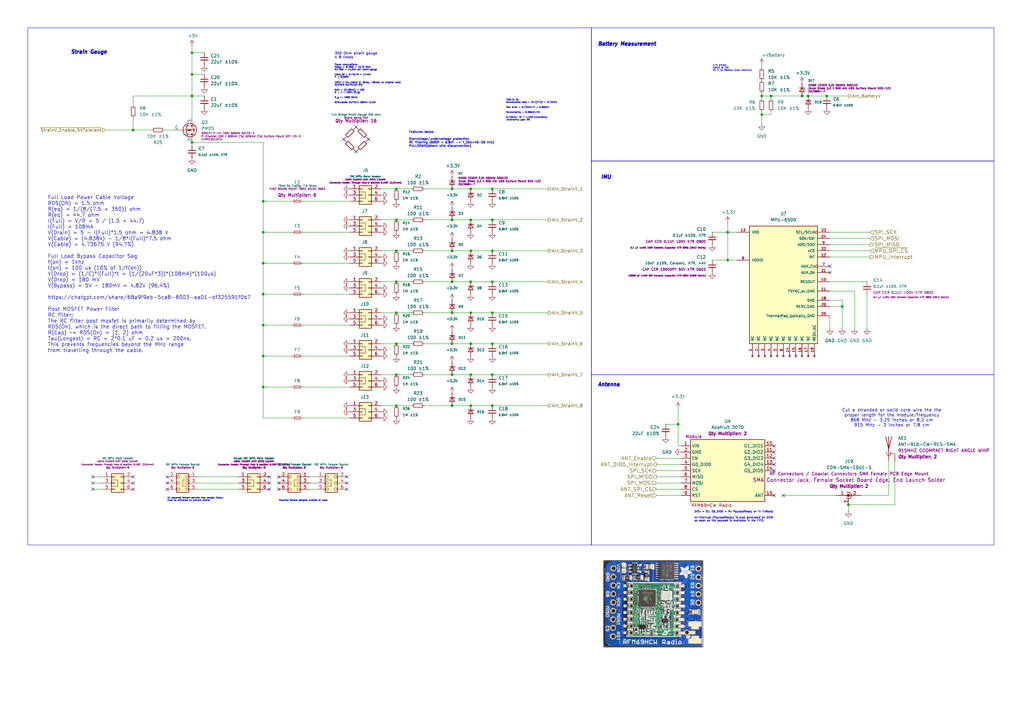
<source format=kicad_sch>
(kicad_sch (version 20250114) (generator "eeschema") (generator_version "9.0")
  (paper "A3")
  (title_block (title "Hub") (date "2025-08-16") (rev "01") (company "BCIT Racing") (comment 1 "Parry Zhuo & Daniel Mahmoud"))
  (lib_symbols
    (symbol "Device:Antenna_Shield" (pin_numbers (hide yes)) (pin_names (offset 1.016) (hide yes))
      (property "Reference" "AE" (at -1.905 4.445 0))
      (property "Value" "Antenna_Shield" (at -1.905 2.54 0))
      (symbol "Antenna_Shield_1_1"
        (pin input line (at 0 -5.08 90) (length 2.54) (name "A") (number "1"))
        (pin input line (at 2.54 -5.08 90) (length 2.54) (name "Shield") (number "2"))
      )
    )
    (symbol "Device:C_Small" (pin_numbers (hide yes)) (pin_names (offset 0.254) (hide yes))
      (property "Reference" "C" (at 0.254 1.778 0))
      (property "Value" "C_Small" (at 0.254 -2.032 0))
      (symbol "C_Small_1_1"
        (pin passive line (at 0 2.54 270) (length 2.032) (name "~") (number "1"))
        (pin passive line (at 0 -2.54 90) (length 2.032) (name "~") (number "2"))
      )
    )
    (symbol "Device:D_Zener_Small" (pin_numbers (hide yes)) (pin_names (offset 0.254) (hide yes))
      (property "Reference" "D" (at 0 2.286 0))
      (property "Value" "D_Zener_Small" (at 0 -2.286 0))
      (symbol "D_Zener_Small_1_1"
        (pin passive line (at -2.54 0 0) (length 1.778) (name "K") (number "1"))
        (pin passive line (at 2.54 0 180) (length 1.778) (name "A") (number "2"))
      )
    )
    (symbol "Device:Fuse_Small" (pin_numbers (hide yes)) (pin_names (offset 0.254) (hide yes))
      (property "Reference" "F" (at 0 -1.524 0))
      (property "Value" "Fuse_Small" (at 0 1.524 0))
      (symbol "Fuse_Small_1_1"
        (pin passive line (at -2.54 0 0) (length 1.27) (name "~") (number "1"))
        (pin passive line (at 2.54 0 180) (length 1.27) (name "~") (number "2"))
      )
    )
    (symbol "Device:R_Small" (pin_numbers (hide yes)) (pin_names (offset 0.254) (hide yes))
      (property "Reference" "R" (at 0 0 90))
      (property "Value" "R_Small" (at 1.778 0 90))
      (symbol "R_Small_1_1"
        (pin passive line (at 0 2.54 270) (length 0.762) (name "~") (number "1"))
        (pin passive line (at 0 -2.54 90) (length 0.762) (name "~") (number "2"))
      )
    )
    (symbol "Lib:ANT_SMA_Edge" (pin_names (offset 1.016) (hide yes))
      (property "Reference" "J12" (at 0.254 8.89 0))
      (property "Value" "SMA-J-P-H-ST-EM1" (at 0.254 6.35 0))
      (property "Description" "CONN SMA JACK STR 50OHM EDGE MNT" (at 0.254 3.81 0))
      (symbol "ANT_SMA_Edge_1_1"
        (pin passive line (at -5.08 0 0) (length 5.08) (name "In") (number "1"))
        (pin passive line (at 0 -3.81 90) (length 2.54) (name "Shield") (number "3"))
        (pin passive line (at 5.08 0 180) (length 5.08) (name "Out") (number "2"))
      )
    )
    (symbol "Lib:Adafruit3070"
      (property "Reference" "U2" (at 13.97 3.81 0))
      (property "Value" "Adafruit 3070" (at 13.97 1.27 0))
      (symbol "Adafruit3070_1_1"
        (text "RFM69HCW Radio" (at -1.016 -28.194 0) (effects (font (size 1.27 1.27)) (justify left)))
        (pin power_in line (at -5.08 -3.81 0) (length 3.81) (name "VIN") (number "1"))
        (pin power_in line (at -5.08 -6.35 0) (length 3.81) (name "GND") (number "2"))
        (pin input line (at -5.08 -8.89 0) (length 3.81) (name "EN") (number "3"))
        (pin output line (at -5.08 -11.43 0) (length 3.81) (name "G0_DIO0") (number "4"))
        (pin input line (at -5.08 -13.97 0) (length 3.81) (name "SCK") (number "5"))
        (pin output line (at -5.08 -16.51 0) (length 3.81) (name "MISO") (number "6"))
        (pin input line (at -5.08 -19.05 0) (length 3.81) (name "MOSI") (number "7"))
        (pin input line (at -5.08 -21.59 0) (length 3.81) (name "CS") (number "8"))
        (pin input line (at -5.08 -24.13 0) (length 3.81) (name "RST") (number "9"))
        (pin output line (at 33.02 -3.81 180) (length 3.81) (name "G1_DIO1") (number "10"))
        (pin output line (at 33.02 -6.35 180) (length 3.81) (name "G2_DIO2") (number "11"))
        (pin output line (at 33.02 -8.89 180) (length 3.81) (name "G3_DIO3") (number "12"))
        (pin output line (at 33.02 -11.43 180) (length 3.81) (name "G4_DIO4") (number "13"))
        (pin output line (at 33.02 -13.97 180) (length 3.81) (name "G5_DIO5") (number "14"))
        (pin passive line (at 33.02 -24.13 180) (length 3.81) (name "ANT") (number "15"))
      )
    )
    (symbol "Lib:IDC_6Pin_Female_Socket" (pin_names (offset 1.016) (hide yes))
      (property "Reference" "J3" (at 1.27 8.89 0))
      (property "Value" "IDC_6Pin_Female_Socket" (at 1.27 6.35 0))
      (symbol "IDC_6Pin_Female_Socket_1_1"
        (pin passive line (at -5.08 2.54 0) (length 3.81) (name "Pin_1") (number "1"))
        (pin passive line (at -5.08 0 0) (length 3.81) (name "Pin_3") (number "3"))
        (pin passive line (at -5.08 -2.54 0) (length 3.81) (name "Pin_5") (number "5"))
        (pin passive line (at 7.62 2.54 180) (length 3.81) (name "Pin_2") (number "2"))
        (pin passive line (at 7.62 0 180) (length 3.81) (name "Pin_4") (number "4"))
        (pin passive line (at 7.62 -2.54 180) (length 3.81) (name "Pin_6") (number "6"))
      )
    )
    (symbol "Lib:IDC_6Pin_Male_Header" (pin_names (offset 1.016) (hide yes))
      (property "Reference" "J5" (at 1.27 10.16 0))
      (property "Value" "Box Header IDC Conn 2x3" (at 1.27 7.62 0))
      (property "Description" "CONN HEADER VERT 6POS 2.54MM" (at 1.27 6.35 0))
      (property "Detailed Description" "Connector Header Through Hole 6 position 0.100\" (2.54mm)" (at 1.27 5.08 0))
      (symbol "IDC_6Pin_Male_Header_1_1"
        (pin passive line (at -5.08 2.54 0) (length 3.81) (name "Pin_1") (number "1"))
        (pin passive line (at -5.08 0 0) (length 3.81) (name "Pin_3") (number "3"))
        (pin passive line (at -5.08 -2.54 0) (length 3.81) (name "Pin_5") (number "5"))
        (pin passive line (at 7.62 2.54 180) (length 3.81) (name "Pin_2") (number "2"))
        (pin passive line (at 7.62 0 180) (length 3.81) (name "Pin_4") (number "4"))
        (pin passive line (at 7.62 -2.54 180) (length 3.81) (name "Pin_6") (number "6"))
      )
    )
    (symbol "Lib:MPU-6500" (pin_names (offset 1.016))
      (property "Reference" "U3" (at 0 22.86 0))
      (property "Value" "MPU-6500" (at 0 20.32 0))
      (symbol "MPU-6500_0_0"
        (pin power_in line (at -19.05 15.24 0) (length 5.08) (name "VDD") (number "13"))
        (pin power_in line (at -19.05 3.81 0) (length 5.08) (name "VDDIO") (number "8"))
        (pin no_connect line (at -12.7 -35.56 90) (length 5.08) (name "NC") (number "1"))
        (pin no_connect line (at -10.16 -35.56 90) (length 5.08) (name "NC") (number "2"))
        (pin no_connect line (at -7.62 -35.56 90) (length 5.08) (name "NC") (number "3"))
        (pin no_connect line (at -5.08 -35.56 90) (length 5.08) (name "NC") (number "4"))
        (pin no_connect line (at -2.54 -35.56 90) (length 5.08) (name "NC") (number "5"))
        (pin no_connect line (at 0 -35.56 90) (length 5.08) (name "NC") (number "6"))
        (pin no_connect line (at 2.54 -35.56 90) (length 5.08) (name "NC") (number "14"))
        (pin no_connect line (at 5.08 -35.56 90) (length 5.08) (name "NC") (number "15"))
        (pin no_connect line (at 7.62 -35.56 90) (length 5.08) (name "NC") (number "16"))
        (pin no_connect line (at 10.16 -35.56 90) (length 5.08) (name "NC") (number "17"))
        (pin no_connect line (at 12.7 -35.56 90) (length 5.08) (name "RESV_NC") (number "19"))
        (pin input clock (at 19.05 15.24 180) (length 5.08) (name "SCL/SCLK") (number "23"))
        (pin bidirectional line (at 19.05 12.7 180) (length 5.08) (name "SDA/SDI") (number "24"))
        (pin output line (at 19.05 10.16 180) (length 5.08) (name "AD0/SDO") (number "9"))
        (pin input line (at 19.05 7.62 180) (length 5.08) (name "nCS") (number "22"))
        (pin output line (at 19.05 5.08 180) (length 5.08) (name "INT") (number "12"))
        (pin input clock (at 19.05 1.27 180) (length 5.08) (name "AUX_CL") (number "7"))
        (pin bidirectional line (at 19.05 -1.27 180) (length 5.08) (name "AUX_DA") (number "21"))
        (pin output line (at 19.05 -5.08 180) (length 5.08) (name "REGOUT") (number "10"))
        (pin input line (at 19.05 -8.89 180) (length 5.08) (name "FSYNC_or_GND") (number "11"))
        (pin power_in line (at 19.05 -12.7 180) (length 5.08) (name "GND") (number "18"))
        (pin power_in line (at 19.05 -15.24 180) (length 5.08) (name "RESV_GND") (number "20"))
        (pin power_in line (at 19.05 -19.05 180) (length 5.08) (name "ThermalPad_typically_GND") (number "25"))
      )
    )
    (symbol "Lib:StrainGaugeFullBridge" (pin_numbers (hide yes)) (pin_names (offset 0))
      (property "Reference" "R22" (at -6.604 5.588 0))
      (symbol "StrainGaugeFullBridge_1_1"
        (pin passive line (at -5.08 0 0) (length 0) (name "~") (number "4"))
        (pin passive line (at 0 5.08 0) (length 0) (name "~") (number "1"))
        (pin passive line (at 0 -5.08 0) (length 0) (name "~") (number "3"))
        (pin passive line (at 5.08 0 180) (length 0) (name "~") (number "2"))
      )
    )
    (symbol "Simulation_SPICE:PMOS" (pin_numbers (hide yes)) (pin_names (offset 0))
      (property "Reference" "Q" (at 5.08 1.27 0))
      (property "Value" "PMOS" (at 5.08 -1.27 0))
      (symbol "PMOS_1_1"
        (pin input line (at -5.08 0 0) (length 2.54) (name "G") (number "2"))
        (pin passive line (at 2.54 5.08 270) (length 2.54) (name "D") (number "1"))
        (pin passive line (at 2.54 -5.08 90) (length 2.54) (name "S") (number "3"))
      )
    )
    (symbol "power:+BATT" (power) (pin_numbers (hide yes)) (pin_names (offset 0) (hide yes))
      (property "Value" "+BATT" (at 0 3.556 0))
      (symbol "+BATT_1_1"
        (pin power_in line (at 0 0 90) (length 0) (name "~") (number "1"))
      )
    )
    (symbol "power:GND" (power) (pin_numbers (hide yes)) (pin_names (offset 0) (hide yes))
      (property "Value" "GND" (at 0 -3.81 0))
      (symbol "GND_1_1"
        (pin power_in line (at 0 0 270) (length 0) (name "~") (number "1"))
      )
    )
  )
  (rectangle (start 242.57 66.04) (end 407.67 153.67))
  (rectangle (start 242.57 153.67) (end 407.67 223.52))
  (rectangle (start 242.57 11.43) (end 407.67 66.04))
  (rectangle (start 11.43 11.43) (end 242.57 223.52))
  (text "Battery Measurement" (at 245.11 19.05 0) (effects (font (size 1.5 1.5) (thickness 0.5182) (bold yes) (italic yes)) (justify left bottom)))
  (text "All powered female sockets may dangle freely:\nMust be siliconed to prevent shorts." (at 68.58 205.74 0) (effects (font (size 0.635 0.635)) (justify left bottom)))
  (text "Powered female dangles outside of case." (at 114.3 205.74 0) (effects (font (size 0.635 0.635)) (justify left bottom)))
  (text "Antenna" (at 245.11 158.75 0) (effects (font (size 1.5 1.5) (thickness 0.4978) (bold yes) (italic yes)) (justify left bottom)))
  (text "Full Load Power Cable Voltage\nRDS(ON) = 1.5 ohm\nR(eq) = 1/(8/(7.5 + 350)) ohm\nR(eq) = 44.7 ohm\nI(Full) = V/R = 5 / (1.5 + 44.7)\nI(Full) = 108mA\nV(Drain) = 5 - I(Full)*1.5 ohm = 4.838 V\nV(Cable) = (4.838V) - 1/8*I(Full)*7.5 ohm\nV(Cable) = 4.73675 V (94.7%)\n\nFull Load Bypass Capacitor Sag\nf(on) = 1khz \nt(on) = 100 us (10% of 1/f(on))\nV(Drop) = (1/C)*I(Full)*t = (1/(20uF*3))*(108mA)*(100us)\nV(Drop) = 180 mV\nV(Bypass) = 5V - 180mV = 4.82V (96.4%)\n\nhttps://chatgpt.com/share/68a9f9eb-5ca8-8003-aa01-df325591f0b7\n\nPost MOSFET Power Filter\nRC filter:\nThe RC filter post mosfet is primarily determined by \nRDS(On), which is the direct path to filling the MOSFET.\nR(Cap) ~= RDS(On) = [1, 2] ohm\nTau(Longest) = RC = 2*0.1 uF = 0.2 us = 200ns.\nThis prevents frequencies beyond the MHz range\nfrom travelling through the cable." (at 19.558 80.264 0) (effects (font (size 1.4986 1.4986)) (justify left top)))
  (text "350 Ohm strain gauge\nX 8 times\n" (at 137.16 22.86 0) (effects (font (size 1.016 1.016)) (justify left)))
  (text "IMU\n" (at 246.38 73.66 0) (effects (font (size 1.5 1.5) (thickness 0.4978) (bold yes) (italic yes)) (justify left bottom)))
  (text "Features below\n\nOvervoltage/undervoltage protection\nRC filtering (600R + 6.8nF -> f_3db=40-50 kHz)\nPULLDOWN(detect wire disconnection)" (at 167.64 57.15 0) (effects (font (size 0.889 0.889) (thickness 0.1778) (bold yes)) (justify left)))
  (text "\nFSR: 0-3V\nQuantization step = 3V/(2^12) = 0.732mV\n\nMax error = 0.732mV/2 = 0.366mV\n\n%Uncertainty = 0.366mV/3V\n\n0.732mV/ 3V = 1.22% Uncertainty\nUncertainty goal 5%\n\n\n\n" (at 207.518 46.228 0) (effects (font (size 0.635 0.635)) (justify left)))
  (text "DIOx = 01; G0_DIO0 = Rx PayloadReady or Tx TxReady\n\nAn interrupt (PayloadReady) is also generated on DIO0 \nas soon as the payload is available in the FIFO. " (at 284.734 211.836 0) (effects (font (size 0.762 0.762)) (justify left)))
  (text "1/5 divider. \n0.6mA @ 15V\n0V if no VBattery (usb-receiver)\n" (at 292.354 27.94 0) (effects (font (size 0.635 0.635) (thickness 0.127) (bold yes)) (justify left)))
  (text "INPUT (-15-15mV) ([-8klbs, +8klbs] on original test)\nDESIRED OUTPUT(0-3V)\n\nGain = (3/30mV) = 100\nG = 1 + 100K/(R_g)\n\nR_g ~= 1000 Ohms\n\nStimulation OUTPUT: 180mV-3.15V" (at 137.16 38.1 0) (effects (font (size 0.635 0.635)) (justify left)))
  (text "Power calculations:\nRtotal = 8/350 = 43.75 Ohm\n5V/350 = 14.3mA per strain gauge\n\nItotal_5V = 5/43.75 = 114mA\nP = 0.569W" (at 137.16 29.21 0) (effects (font (size 0.635 0.635)) (justify left)))
  (text "Strain Gauge\n" (at 28.956 22.352 0) (effects (font (size 1.5 1.5) (thickness 0.4978) (bold yes) (italic yes)) (justify left bottom)))
  (text "Cut a stranded or solid core wire the the\nproper length for the module/frequency\n868 MHz - 3.25 inches or 8.2 cm\n915 MHz - 3 inches or 7.8 cm" (at 365.76 171.45 0) (effects (font (size 1.27 1.27))))
  (junction (at 278.13 173.99))
  (junction (at 185.42 166.37))
  (junction (at 201.93 90.17))
  (junction (at 162.56 128.27))
  (junction (at 107.95 95.25))
  (junction (at 185.42 77.47))
  (junction (at 193.04 166.37))
  (junction (at 193.04 140.97))
  (junction (at 185.42 115.57))
  (junction (at 107.95 133.35))
  (junction (at 185.42 90.17))
  (junction (at 193.04 90.17))
  (junction (at 201.93 77.47))
  (junction (at 345.44 125.73))
  (junction (at 193.04 153.67))
  (junction (at 312.42 46.99))
  (junction (at 347.98 207.01))
  (junction (at 78.74 39.37))
  (junction (at 107.95 120.65))
  (junction (at 339.09 39.37))
  (junction (at 193.04 102.87))
  (junction (at 331.47 39.37))
  (junction (at 201.93 153.67))
  (junction (at 201.93 102.87))
  (junction (at 193.04 128.27))
  (junction (at 298.45 95.25))
  (junction (at 162.56 115.57))
  (junction (at 193.04 77.47))
  (junction (at 298.45 106.68))
  (junction (at 107.95 107.95))
  (junction (at 312.42 39.37))
  (junction (at 162.56 102.87))
  (junction (at 162.56 166.37))
  (junction (at 107.95 158.75))
  (junction (at 316.23 39.37))
  (junction (at 78.74 30.48))
  (junction (at 201.93 115.57))
  (junction (at 328.93 39.37))
  (junction (at 162.56 90.17))
  (junction (at 54.61 53.34))
  (junction (at 162.56 77.47))
  (junction (at 185.42 140.97))
  (junction (at 107.95 146.05))
  (junction (at 185.42 102.87))
  (junction (at 107.95 82.55))
  (junction (at 201.93 128.27))
  (junction (at 201.93 140.97))
  (junction (at 185.42 153.67))
  (junction (at 162.56 140.97))
  (junction (at 78.74 58.42))
  (junction (at 185.42 128.27))
  (junction (at 193.04 115.57))
  (junction (at 201.93 166.37))
  (junction (at 162.56 153.67))
  (junction (at 78.74 21.59))
  (no_connect (at 317.5 190.5))
  (no_connect (at 317.5 185.42))
  (no_connect (at 54.61 200.66))
  (no_connect (at 110.49 198.12))
  (no_connect (at 142.24 200.66))
  (no_connect (at 140.97 57.15))
  (no_connect (at 110.49 200.66))
  (no_connect (at 151.13 57.15))
  (no_connect (at 38.1 198.12))
  (no_connect (at 340.36 111.76))
  (no_connect (at 146.05 52.07))
  (no_connect (at 317.5 182.88))
  (no_connect (at 114.3 198.12))
  (no_connect (at 38.1 200.66))
  (no_connect (at 142.24 195.58))
  (no_connect (at 321.31 203.2))
  (no_connect (at 54.61 195.58))
  (no_connect (at 54.61 198.12))
  (no_connect (at 68.58 198.12))
  (no_connect (at 110.49 195.58))
  (no_connect (at 68.58 200.66))
  (no_connect (at 68.58 195.58))
  (no_connect (at 114.3 195.58))
  (no_connect (at 142.24 198.12))
  (no_connect (at 38.1 195.58))
  (no_connect (at 340.36 109.22))
  (no_connect (at 317.5 187.96))
  (no_connect (at 114.3 200.66))
  (no_connect (at 317.5 193.04))
  (no_connect (at 317.5 203.2))
  (no_connect (at 146.05 62.23))
  (wire (pts (xy 173.99 166.37) (xy 185.42 166.37)))
  (wire (pts (xy 124.46 95.25) (xy 143.51 95.25)))
  (wire (pts (xy 81.28 195.58) (xy 97.79 195.58)))
  (wire (pts (xy 78.74 30.48) (xy 78.74 39.37)))
  (wire (pts (xy 107.95 133.35) (xy 107.95 146.05)))
  (wire (pts (xy 156.21 77.47) (xy 162.56 77.47)))
  (wire (pts (xy 340.36 105.41) (xy 356.87 105.41)))
  (wire (pts (xy 107.95 82.55) (xy 119.38 82.55)))
  (wire (pts (xy 107.95 133.35) (xy 119.38 133.35)))
  (wire (pts (xy 124.46 107.95) (xy 143.51 107.95)))
  (wire (pts (xy 78.74 39.37) (xy 78.74 48.26)))
  (wire (pts (xy 269.24 203.2) (xy 279.4 203.2)))
  (wire (pts (xy 43.18 53.34) (xy 54.61 53.34)))
  (wire (pts (xy 81.28 198.12) (xy 97.79 198.12)))
  (wire (pts (xy 278.13 173.99) (xy 278.13 182.88)))
  (wire (pts (xy 193.04 115.57) (xy 201.93 115.57)))
  (wire (pts (xy 107.95 107.95) (xy 119.38 107.95)))
  (wire (pts (xy 312.42 45.72) (xy 312.42 46.99)))
  (wire (pts (xy 185.42 153.67) (xy 193.04 153.67)))
  (wire (pts (xy 347.98 207.01) (xy 367.03 207.01)))
  (wire (pts (xy 107.95 107.95) (xy 107.95 120.65)))
  (wire (pts (xy 278.13 167.64) (xy 278.13 173.99)))
  (wire (pts (xy 67.31 53.34) (xy 71.12 53.34)))
  (wire (pts (xy 162.56 77.47) (xy 168.91 77.47)))
  (wire (pts (xy 107.95 95.25) (xy 107.95 107.95)))
  (wire (pts (xy 328.93 39.37) (xy 331.47 39.37)))
  (wire (pts (xy 356.87 97.79) (xy 340.36 97.79)))
  (wire (pts (xy 162.56 153.67) (xy 168.91 153.67)))
  (wire (pts (xy 193.04 140.97) (xy 201.93 140.97)))
  (wire (pts (xy 185.42 77.47) (xy 193.04 77.47)))
  (wire (pts (xy 269.24 198.12) (xy 279.4 198.12)))
  (wire (pts (xy 269.24 195.58) (xy 279.4 195.58)))
  (wire (pts (xy 107.95 158.75) (xy 119.38 158.75)))
  (wire (pts (xy 312.42 38.1) (xy 312.42 39.37)))
  (wire (pts (xy 201.93 77.47) (xy 224.79 77.47)))
  (wire (pts (xy 107.95 120.65) (xy 107.95 133.35)))
  (wire (pts (xy 54.61 53.34) (xy 62.23 53.34)))
  (wire (pts (xy 173.99 153.67) (xy 185.42 153.67)))
  (wire (pts (xy 107.95 82.55) (xy 107.95 95.25)))
  (wire (pts (xy 156.21 115.57) (xy 162.56 115.57)))
  (wire (pts (xy 347.98 207.01) (xy 347.98 209.55)))
  (wire (pts (xy 339.09 39.37) (xy 347.98 39.37)))
  (wire (pts (xy 38.1 200.66) (xy 41.91 200.66)))
  (wire (pts (xy 201.93 102.87) (xy 224.79 102.87)))
  (wire (pts (xy 316.23 45.72) (xy 316.23 46.99)))
  (wire (pts (xy 54.61 39.37) (xy 54.61 43.18)))
  (wire (pts (xy 340.36 119.38) (xy 350.52 119.38)))
  (wire (pts (xy 312.42 46.99) (xy 312.42 50.8)))
  (wire (pts (xy 201.93 140.97) (xy 224.79 140.97)))
  (wire (pts (xy 78.74 19.05) (xy 78.74 21.59)))
  (wire (pts (xy 127 198.12) (xy 129.54 198.12)))
  (wire (pts (xy 269.24 190.5) (xy 279.4 190.5)))
  (wire (pts (xy 292.1 95.25) (xy 298.45 95.25)))
  (wire (pts (xy 364.49 189.23) (xy 364.49 203.2)))
  (wire (pts (xy 124.46 82.55) (xy 143.51 82.55)))
  (wire (pts (xy 350.52 119.38) (xy 350.52 134.62)))
  (wire (pts (xy 78.74 21.59) (xy 83.82 21.59)))
  (wire (pts (xy 162.56 102.87) (xy 168.91 102.87)))
  (wire (pts (xy 316.23 39.37) (xy 316.23 40.64)))
  (wire (pts (xy 173.99 128.27) (xy 185.42 128.27)))
  (wire (pts (xy 356.87 100.33) (xy 340.36 100.33)))
  (wire (pts (xy 107.95 120.65) (xy 119.38 120.65)))
  (wire (pts (xy 312.42 39.37) (xy 316.23 39.37)))
  (wire (pts (xy 292.1 106.68) (xy 298.45 106.68)))
  (wire (pts (xy 173.99 140.97) (xy 185.42 140.97)))
  (wire (pts (xy 193.04 90.17) (xy 201.93 90.17)))
  (wire (pts (xy 107.95 95.25) (xy 119.38 95.25)))
  (wire (pts (xy 107.95 146.05) (xy 107.95 158.75)))
  (wire (pts (xy 107.95 146.05) (xy 119.38 146.05)))
  (wire (pts (xy 269.24 187.96) (xy 279.4 187.96)))
  (wire (pts (xy 193.04 166.37) (xy 201.93 166.37)))
  (wire (pts (xy 193.04 77.47) (xy 201.93 77.47)))
  (wire (pts (xy 185.42 115.57) (xy 193.04 115.57)))
  (wire (pts (xy 356.87 102.87) (xy 340.36 102.87)))
  (wire (pts (xy 107.95 158.75) (xy 107.95 171.45)))
  (wire (pts (xy 78.74 39.37) (xy 83.82 39.37)))
  (wire (pts (xy 107.95 58.42) (xy 107.95 82.55)))
  (wire (pts (xy 364.49 203.2) (xy 353.06 203.2)))
  (wire (pts (xy 367.03 207.01) (xy 367.03 189.23)))
  (wire (pts (xy 340.36 125.73) (xy 345.44 125.73)))
  (wire (pts (xy 54.61 48.26) (xy 54.61 53.34)))
  (wire (pts (xy 193.04 128.27) (xy 201.93 128.27)))
  (wire (pts (xy 162.56 166.37) (xy 168.91 166.37)))
  (wire (pts (xy 38.1 198.12) (xy 41.91 198.12)))
  (wire (pts (xy 312.42 26.67) (xy 312.42 27.94)))
  (wire (pts (xy 78.74 21.59) (xy 78.74 30.48)))
  (wire (pts (xy 331.47 39.37) (xy 339.09 39.37)))
  (wire (pts (xy 355.6 120.65) (xy 355.6 134.62)))
  (wire (pts (xy 356.87 95.25) (xy 340.36 95.25)))
  (wire (pts (xy 156.21 128.27) (xy 162.56 128.27)))
  (wire (pts (xy 156.21 140.97) (xy 162.56 140.97)))
  (wire (pts (xy 173.99 102.87) (xy 185.42 102.87)))
  (wire (pts (xy 278.13 173.99) (xy 273.05 173.99)))
  (wire (pts (xy 185.42 140.97) (xy 193.04 140.97)))
  (wire (pts (xy 78.74 59.69) (xy 78.74 58.42)))
  (wire (pts (xy 345.44 123.19) (xy 345.44 125.73)))
  (wire (pts (xy 345.44 125.73) (xy 345.44 134.62)))
  (wire (pts (xy 185.42 90.17) (xy 193.04 90.17)))
  (wire (pts (xy 124.46 120.65) (xy 143.51 120.65)))
  (wire (pts (xy 298.45 95.25) (xy 298.45 106.68)))
  (wire (pts (xy 156.21 153.67) (xy 162.56 153.67)))
  (wire (pts (xy 185.42 128.27) (xy 193.04 128.27)))
  (wire (pts (xy 185.42 102.87) (xy 193.04 102.87)))
  (wire (pts (xy 124.46 133.35) (xy 143.51 133.35)))
  (wire (pts (xy 340.36 129.54) (xy 340.36 134.62)))
  (wire (pts (xy 201.93 166.37) (xy 224.79 166.37)))
  (wire (pts (xy 201.93 153.67) (xy 224.79 153.67)))
  (wire (pts (xy 201.93 128.27) (xy 224.79 128.27)))
  (wire (pts (xy 201.93 90.17) (xy 224.79 90.17)))
  (wire (pts (xy 340.36 123.19) (xy 345.44 123.19)))
  (wire (pts (xy 173.99 115.57) (xy 185.42 115.57)))
  (wire (pts (xy 124.46 171.45) (xy 143.51 171.45)))
  (wire (pts (xy 298.45 91.44) (xy 298.45 95.25)))
  (wire (pts (xy 173.99 77.47) (xy 185.42 77.47)))
  (wire (pts (xy 312.42 39.37) (xy 312.42 40.64)))
  (wire (pts (xy 312.42 46.99) (xy 316.23 46.99)))
  (wire (pts (xy 156.21 90.17) (xy 162.56 90.17)))
  (wire (pts (xy 107.95 58.42) (xy 78.74 58.42)))
  (wire (pts (xy 124.46 146.05) (xy 143.51 146.05)))
  (wire (pts (xy 269.24 200.66) (xy 279.4 200.66)))
  (wire (pts (xy 54.61 39.37) (xy 78.74 39.37)))
  (wire (pts (xy 156.21 166.37) (xy 162.56 166.37)))
  (wire (pts (xy 298.45 95.25) (xy 302.26 95.25)))
  (wire (pts (xy 38.1 195.58) (xy 41.91 195.58)))
  (wire (pts (xy 162.56 90.17) (xy 168.91 90.17)))
  (wire (pts (xy 127 200.66) (xy 129.54 200.66)))
  (wire (pts (xy 193.04 102.87) (xy 201.93 102.87)))
  (wire (pts (xy 124.46 158.75) (xy 143.51 158.75)))
  (wire (pts (xy 269.24 193.04) (xy 279.4 193.04)))
  (wire (pts (xy 156.21 102.87) (xy 162.56 102.87)))
  (wire (pts (xy 185.42 166.37) (xy 193.04 166.37)))
  (wire (pts (xy 321.31 203.2) (xy 342.9 203.2)))
  (wire (pts (xy 193.04 153.67) (xy 201.93 153.67)))
  (wire (pts (xy 316.23 39.37) (xy 328.93 39.37)))
  (wire (pts (xy 278.13 182.88) (xy 279.4 182.88)))
  (wire (pts (xy 201.93 115.57) (xy 224.79 115.57)))
  (wire (pts (xy 340.36 115.57) (xy 355.6 115.57)))
  (wire (pts (xy 107.95 171.45) (xy 119.38 171.45)))
  (wire (pts (xy 298.45 106.68) (xy 302.26 106.68)))
  (wire (pts (xy 81.28 200.66) (xy 97.79 200.66)))
  (wire (pts (xy 162.56 115.57) (xy 168.91 115.57)))
  (wire (pts (xy 78.74 30.48) (xy 83.82 30.48)))
  (wire (pts (xy 173.99 90.17) (xy 185.42 90.17)))
  (wire (pts (xy 162.56 140.97) (xy 168.91 140.97)))
  (wire (pts (xy 162.56 128.27) (xy 168.91 128.27)))
  (wire (pts (xy 127 195.58) (xy 129.54 195.58)))
  (image (at 267.97 247.65) (scale 0.370798))
  (hierarchical_label "AIn_StrainV_7" (shape output) (at 224.79 153.67 0))
  (hierarchical_label "ANT_SPI_CS" (shape input) (at 269.24 200.66 180) (effects (font (size 1.4986 1.4986))))
  (hierarchical_label "AIn_StrainV_5" (shape output) (at 224.79 128.27 0))
  (hierarchical_label "SPI_MOSI" (shape input) (at 269.24 198.12 180) (effects (font (size 1.4986 1.4986))))
  (hierarchical_label "AIn_StrainV_2" (shape output) (at 224.79 90.17 0))
  (hierarchical_label "SPI_SCK" (shape input) (at 269.24 193.04 180) (effects (font (size 1.4986 1.4986))))
  (hierarchical_label "AIn_StrainV_1" (shape output) (at 224.79 77.47 0))
  (hierarchical_label "SPI_MISO" (shape output) (at 356.87 100.33 0) (effects (font (size 1.4986 1.4986))))
  (hierarchical_label "AIn_BatteryV" (shape output) (at 347.98 39.37 0))
  (hierarchical_label "SPI_MOSI" (shape input) (at 356.87 97.79 0) (effects (font (size 1.4986 1.4986))))
  (hierarchical_label "~{MPU_SPI_CS}" (shape input) (at 356.87 102.87 0) (effects (font (size 1.4986 1.4986))))
  (hierarchical_label "ANT_Enable" (shape input) (at 269.24 187.96 180) (effects (font (size 1.4986 1.4986))))
  (hierarchical_label "AIn_StrainV_6" (shape output) (at 224.79 140.97 0))
  (hierarchical_label "AIn_StrainV_3" (shape output) (at 224.79 102.87 0))
  (hierarchical_label "ANT_Reset" (shape input) (at 269.24 203.2 180) (effects (font (size 1.4986 1.4986))))
  (hierarchical_label "ANT_DIO0_Interrupt" (shape output) (at 269.24 190.5 180) (effects (font (size 1.4986 1.4986))))
  (hierarchical_label "~{StrainV_Enable_5VTolerant}" (shape input) (at 43.18 53.34 180))
  (hierarchical_label "SPI_SCK" (shape input) (at 356.87 95.25 0) (effects (font (size 1.4986 1.4986))))
  (hierarchical_label "MPU_Interrupt" (shape output) (at 356.87 105.41 0) (effects (font (size 1.4986 1.4986))))
  (hierarchical_label "AIn_StrainV_8" (shape output) (at 224.79 166.37 0))
  (hierarchical_label "AIn_StrainV_4" (shape output) (at 224.79 115.57 0))
  (hierarchical_label "SPI_MISO" (shape output) (at 269.24 195.58 180) (effects (font (size 1.4986 1.4986))))
  (symbol (lib_id "power:GND") (at 83.82 35.56 0) (unit 1)
    (property "Reference" "#PWR077" (effects (hide yes)))
    (property "Value" "GND" (effects (hide yes)))
    (property "Description" "Power symbol creates a global label with name \"GND\" , ground" (effects (hide yes)))
  )
  (symbol (lib_id "Device:D_Zener_Small") (at 185.42 87.63 270) (unit 1)
    (property "Reference" "D3" (at 187.96 87.6299 90) (effects (font (size 1.016 1.016)) (justify left)))
    (property "Value" "D_Zener_Small" (effects (hide yes)))
    (property "Footprint" "Diode_SMD:D_SOD-123" (effects (hide yes)))
    (property "Datasheet" "https://www.diodes.com/datasheet/download/DDZ96xx-DDZ97xx.pdf" (effects (hide yes)))
    (property "Description" "DIODE ZENER 3.3V 500MW SOD123" (effects (hide yes)))
    (property "Manufacturer" "Diodes Incorporated" (effects (hide yes)))
    (property "Manufacturer Part Number" "DDZ9684-7" (effects (hide yes)))
    (property "Detailed Description" "Zener Diode 3.3 V 500 mW ±5% Surface Mount SOD-123" (effects (hide yes)))
    (property "Package" "SOD-123" (effects (hide yes)))
    (property "DigiKey Link" "https://www.digikey.ca/en/products/detail/diodes-incorporated/DDZ9684-7/1934818" (effects (hide yes)))
    (property "DigiKey Part Number" "DDZ9684-7DITR-ND" (effects (hide yes)))
    (property "Mouser Link" "https://www.mouser.ca/ProductDetail/Diodes-Incorporated/DDZ9684-7?qs=mQbszxtPdlN5OVpmKRGZYw%3D%3D" (effects (hide yes)))
    (property "Mouser Part Number" "621-DDZ9684-7 " (effects (hide yes)))
  )
  (symbol (lib_id "Device:D_Zener_Small") (at 193.04 105.41 270) (unit 1)
    (property "Reference" "D6" (at 195.58 105.4099 90) (effects (font (size 1.016 1.016)) (justify left)))
    (property "Value" "D_Zener_Small" (effects (hide yes)))
    (property "Footprint" "Diode_SMD:D_SOD-123" (effects (hide yes)))
    (property "Datasheet" "https://www.diodes.com/datasheet/download/DDZ96xx-DDZ97xx.pdf" (effects (hide yes)))
    (property "Description" "DIODE ZENER 3.3V 500MW SOD123" (effects (hide yes)))
    (property "Manufacturer" "Diodes Incorporated" (effects (hide yes)))
    (property "Manufacturer Part Number" "DDZ9684-7" (effects (hide yes)))
    (property "Detailed Description" "Zener Diode 3.3 V 500 mW ±5% Surface Mount SOD-123" (effects (hide yes)))
    (property "Package" "SOD-123" (effects (hide yes)))
    (property "DigiKey Link" "https://www.digikey.ca/en/products/detail/diodes-incorporated/DDZ9684-7/1934818" (effects (hide yes)))
    (property "DigiKey Part Number" "DDZ9684-7DITR-ND" (effects (hide yes)))
    (property "Mouser Link" "https://www.mouser.ca/ProductDetail/Diodes-Incorporated/DDZ9684-7?qs=mQbszxtPdlN5OVpmKRGZYw%3D%3D" (effects (hide yes)))
    (property "Mouser Part Number" "621-DDZ9684-7 " (effects (hide yes)))
  )
  (symbol (lib_id "Device:Fuse_Small") (at 121.92 133.35 0) (unit 1)
    (property "Reference" "F6" (at 121.92 130.81 0))
    (property "Value" "70mA 5s Fusing, 7.5 Ohms" (effects (hide yes)))
    (property "Footprint" "Fuse:Fuse_0603_1608Metric_Pad1.05x0.95mm_HandSolder" (effects (hide yes)))
    (property "Datasheet" "https://datasheets.kyocera-avx.com/AccuGuardLC_0402.pdf" (effects (hide yes)))
    (property "Description" "FUSE BOARD MOUNT 28MA 63VDC 0603" (effects (hide yes)))
    (property "Detailed Description" "28 mA 63 V Fuse Board Mount (Cartridge Style Excluded) Surface Mount 0603 (1608 Metric)" (effects (hide yes)))
    (property "Manufacturer" "KYOCERA AVX" (effects (hide yes)))
    (property "Manufacturer Part Number" "F0603G0R02FNTR" (effects (hide yes)))
    (property "Package" "0603 (1608 Metric)" (effects (hide yes)))
    (property "DigiKey Link" "https://www.digikey.ca/en/products/detail/kyocera-avx/F0603G0R02FNTR/9948432" (effects (hide yes)))
    (property "DigiKey Part Number" "478-13097-1-ND " (effects (hide yes)))
    (property "Mouser Link" "https://www.mouser.ca/ProductDetail/KYOCERA-AVX/F0603G0R02FNTR?qs=%252BdQmOuGyFcEJ7yNI5Fr0SQ%3D%3D" (effects (hide yes)))
    (property "Mouser Part Number" "581-F0603G0R02FNTR " (effects (hide yes)))
  )
  (symbol (lib_id "power:+BATT") (at 78.74 19.05 0) (unit 1)
    (property "Reference" "#PWR024" (effects (hide yes)))
    (property "Value" "+5V" (at 79.121 14.6558 0))
    (property "Description" "Power symbol creates a global label with name \"+BATT\"" (effects (hide yes)))
  )
  (symbol (lib_id "power:GND") (at 193.04 82.55 0) (unit 1)
    (property "Reference" "#PWR030" (effects (hide yes)))
    (property "Value" "GND" (effects (hide yes)))
    (property "Description" "Power symbol creates a global label with name \"GND\" , ground" (effects (hide yes)))
  )
  (symbol (lib_id "power:GND") (at 162.56 107.95 0) (unit 1)
    (property "Reference" "#PWR044" (effects (hide yes)))
    (property "Value" "GND" (effects (hide yes)))
    (property "Description" "Power symbol creates a global label with name \"GND\" , ground" (effects (hide yes)))
  )
  (symbol (lib_id "power:+BATT") (at 185.42 123.19 0) (unit 1)
    (property "Reference" "#PWR051" (effects (hide yes)))
    (property "Value" "+3.3V" (at 185.42 118.11 0) (effects (font (size 1.016 1.016))))
    (property "Description" "Power symbol creates a global label with name \"+BATT\"" (effects (hide yes)))
  )
  (symbol (lib_id "Device:C_Small") (at 201.93 168.91 0) (unit 1)
    (property "Reference" "C18" (at 204.47 167.6462 0) (effects (justify left)))
    (property "Value" "6.8nF ±10%" (at 204.47 170.1863 0) (effects (font (size 0.889 0.889)) (justify left)))
    (property "Footprint" "Capacitor_SMD:C_0603_1608Metric_Pad1.08x0.95mm_HandSolder" (effects (hide yes)))
    (property "Datasheet" "https://www.mouser.ca/datasheet/2/585/MLCC-1837944.pdf" (effects (hide yes)))
    (property "Description" "6.8nF+/-10% 50V X7R 0603" (effects (hide yes)))
    (property "Manufacturer Part Number" "CL10B682KB8NNNC" (effects (hide yes)))
    (property "Manufacturer" "Samsung Electro-Mechanics" (effects (hide yes)))
    (property "Detailed Description" "Multilayer Ceramic Capacitors MLCC - SMD/SMT 6.8nF+/-10% 50V X7R 0603" (effects (hide yes)))
    (property "Package" "0603 (1608 metric)" (effects (hide yes)))
    (property "DigiKey Link" "https://www.digikey.ca/en/products/detail/samsung-electro-mechanics/CL10B682KB8NNNC/3886843?s=N4IgTCBcDaIMIBkCMAGAQgNgBxgNJqwDli4QBdAXyA" (effects (hide yes)))
    (property "DigiKey Part Number" "1276-1185-2-ND" (effects (hide yes)))
    (property "Mouser Link" "https://mou.sr/3J8ffq3" (effects (hide yes)))
    (property "Mouser Part Number" "187-CL10B682KB8NNNC" (effects (hide yes)))
  )
  (symbol (lib_id "Device:Fuse_Small") (at 121.92 95.25 0) (unit 1)
    (property "Reference" "F3" (at 121.92 92.71 0))
    (property "Value" "70mA 5s Fusing, 7.5 Ohms" (effects (hide yes)))
    (property "Footprint" "Fuse:Fuse_0603_1608Metric_Pad1.05x0.95mm_HandSolder" (effects (hide yes)))
    (property "Datasheet" "https://datasheets.kyocera-avx.com/AccuGuardLC_0402.pdf" (effects (hide yes)))
    (property "Description" "FUSE BOARD MOUNT 28MA 63VDC 0603" (effects (hide yes)))
    (property "Detailed Description" "28 mA 63 V Fuse Board Mount (Cartridge Style Excluded) Surface Mount 0603 (1608 Metric)" (effects (hide yes)))
    (property "Manufacturer" "KYOCERA AVX" (effects (hide yes)))
    (property "Manufacturer Part Number" "F0603G0R02FNTR" (effects (hide yes)))
    (property "Package" "0603 (1608 Metric)" (effects (hide yes)))
    (property "DigiKey Link" "https://www.digikey.ca/en/products/detail/kyocera-avx/F0603G0R02FNTR/9948432" (effects (hide yes)))
    (property "DigiKey Part Number" "478-13097-1-ND " (effects (hide yes)))
    (property "Mouser Link" "https://www.mouser.ca/ProductDetail/KYOCERA-AVX/F0603G0R02FNTR?qs=%252BdQmOuGyFcEJ7yNI5Fr0SQ%3D%3D" (effects (hide yes)))
    (property "Mouser Part Number" "581-F0603G0R02FNTR " (effects (hide yes)))
  )
  (symbol (lib_id "Lib:IDC_6Pin_Male_Header") (at 46.99 198.12 0) (unit 1) (exclude_from_sim yes) (on_board no)
    (property "Reference" "J14" (effects (hide yes)))
    (property "Value" "IDC 6Pin Male Header" (at 48.26 187.96 0) (effects (font (size 0.762 0.762))))
    (property "Footprint" "Lib:AdamTech_BHR-06-VUA" (effects (hide yes)))
    (property "Datasheet" "https://app.adam-tech.com/products/download/data_sheet/203218/bhr-xx-vua-data-sheet.pdf" (effects (hide yes)))
    (property "Description" "CONN HEADER VERT 6POS 2.54MM" (at 48.26 189.23 0) (effects (font (size 0.635 0.635))))
    (property "Detailed Description" "Connector Header Through Hole 6 position 0.100\" (2.54mm)" (at 48.26 190.5 0) (effects (font (size 0.635 0.635))))
    (property "Manufacturer" "Adam Tech" (effects (hide yes)))
    (property "Manufacturer Part Number" "BHR-06-VUA" (effects (hide yes)))
    (property "Qty Multiplier" "8" (at 48.26 191.77 0) (show_name yes) (effects (font (size 0.762 0.762) (thickness 0.254) (bold yes))))
    (property "Package" "n/a" (effects (hide yes)))
    (property "DigiKey Link" "https://www.digikey.ca/en/products/detail/adam-tech/BHR-06-VUA/10414837" (effects (hide yes)))
    (property "DigiKey Part Number" "2057-BHR-06-VUA-ND" (effects (hide yes)))
    (property "Mouser Link" "https://www.mouser.ca/ProductDetail/Adam-Tech/BHR-06-VUA?qs=HoCaDK9Nz5cobId%2FEjMHxg%3D%3D" (effects (hide yes)))
    (property "Mouser Part Number" "737-BHR-06-VUA " (effects (hide yes)))
  )
  (symbol (lib_id "Device:R_Small") (at 162.56 118.11 0) (unit 1)
    (property "Reference" "R18" (at 165.1 116.8399 0) (effects (font (size 1.016 1.016)) (justify left)))
    (property "Value" "1M ±1%" (at 165.1 119.3799 0) (effects (font (size 1.016 1.016)) (justify left)))
    (property "Footprint" "Resistor_SMD:R_0805_2012Metric_Pad1.20x1.40mm_HandSolder" (effects (hide yes)))
    (property "Datasheet" "https://www.vishay.com/docs/20035/dcrcwe3.pdf" (effects (hide yes)))
    (property "Description" "RES SMD 1M OHM 1% 1/8W 0805" (effects (hide yes)))
    (property "Manufacturer" "Vishay Dale" (effects (hide yes)))
    (property "Manufacturer Part Number" "CRCW08051M00FKEA" (effects (hide yes)))
    (property "Detailed Description" "1 MOhms ±1% 0.125W, 1/8W Chip Resistor 0805 (2012 Metric) Automotive AEC-Q200 Thick Film" (effects (hide yes)))
    (property "Package" "0805 (2012 Metric)" (effects (hide yes)))
    (property "DigiKey Link" "https://www.digikey.ca/en/products/detail/vishay-dale/CRCW08051M00FKEA/1176016" (effects (hide yes)))
    (property "DigiKey Part Number" "541-1.00MCCT-ND " (effects (hide yes)))
    (property "Mouser Link" "https://www.mouser.ca/ProductDetail/Vishay/CRCW08051M00FKEA?qs=1CkV0QOCgMoYllQJ5f1DKQ%3D%3D" (effects (hide yes)))
    (property "Mouser Part Number" "71-CRCW0805-1.0M-E3" (effects (hide yes)))
  )
  (symbol (lib_id "power:GND") (at 78.74 64.77 0) (unit 1)
    (property "Reference" "#PWR027" (effects (hide yes)))
    (property "Value" "GND" (at 78.74 69.85 0))
    (property "Description" "Power symbol creates a global label with name \"GND\" , ground" (effects (hide yes)))
  )
  (symbol (lib_id "Device:R_Small") (at 171.45 90.17 270) (unit 1)
    (property "Reference" "R11" (at 171.45 85.09 90))
    (property "Value" "100 ±1%" (at 171.45 87.63 90))
    (property "Footprint" "Resistor_SMD:R_0805_2012Metric_Pad1.20x1.40mm_HandSolder" (effects (hide yes)))
    (property "Datasheet" "https://www.vishay.com/docs/20035/dcrcwe3.pdf" (effects (hide yes)))
    (property "Description" "RES SMD 100 OHM 1% 1/8W 0805" (effects (hide yes)))
    (property "Manufacturer Part Number" "CRCW0805100RFKEA" (effects (hide yes)))
    (property "Manufacturer" "Vishay Dale" (effects (hide yes)))
    (property "Detailed Description" "100 Ohms ±1% 0.125W, 1/8W Chip Resistor 0805 (2012 Metric) Automotive AEC-Q200 Thick Film" (effects (hide yes)))
    (property "Package" "0805 (2012 Metric)" (effects (hide yes)))
    (property "DigiKey Link" "https://www.digikey.ca/en/products/detail/vishay-dale/CRCW0805100RFKEA/1175523" (effects (hide yes)))
    (property "DigiKey Part Number" "541-100CCT-ND " (effects (hide yes)))
    (property "Mouser Link" "https://www.mouser.ca/ProductDetail/Vishay/CRCW0805100RFKEA?qs=LOX6nxTstiYDPDKmuLyNLw%3D%3D" (effects (hide yes)))
    (property "Mouser Part Number" "71-CRCW0805-100-E3" (effects (hide yes)))
  )
  (symbol (lib_id "Device:D_Zener_Small") (at 193.04 156.21 270) (unit 1)
    (property "Reference" "D14" (at 195.58 156.2099 90) (effects (font (size 1.016 1.016)) (justify left)))
    (property "Value" "D_Zener_Small" (effects (hide yes)))
    (property "Footprint" "Diode_SMD:D_SOD-123" (effects (hide yes)))
    (property "Datasheet" "https://www.diodes.com/datasheet/download/DDZ96xx-DDZ97xx.pdf" (effects (hide yes)))
    (property "Description" "DIODE ZENER 3.3V 500MW SOD123" (effects (hide yes)))
    (property "Manufacturer" "Diodes Incorporated" (effects (hide yes)))
    (property "Manufacturer Part Number" "DDZ9684-7" (effects (hide yes)))
    (property "Detailed Description" "Zener Diode 3.3 V 500 mW ±5% Surface Mount SOD-123" (effects (hide yes)))
    (property "Package" "SOD-123" (effects (hide yes)))
    (property "DigiKey Link" "https://www.digikey.ca/en/products/detail/diodes-incorporated/DDZ9684-7/1934818" (effects (hide yes)))
    (property "DigiKey Part Number" "DDZ9684-7DITR-ND" (effects (hide yes)))
    (property "Mouser Link" "https://www.mouser.ca/ProductDetail/Diodes-Incorporated/DDZ9684-7?qs=mQbszxtPdlN5OVpmKRGZYw%3D%3D" (effects (hide yes)))
    (property "Mouser Part Number" "621-DDZ9684-7 " (effects (hide yes)))
  )
  (symbol (lib_id "power:GND") (at 162.56 146.05 0) (unit 1)
    (property "Reference" "#PWR063" (effects (hide yes)))
    (property "Value" "GND" (effects (hide yes)))
    (property "Description" "Power symbol creates a global label with name \"GND\" , ground" (effects (hide yes)))
  )
  (symbol (lib_id "Device:D_Zener_Small") (at 193.04 143.51 270) (unit 1)
    (property "Reference" "D12" (at 195.58 143.5099 90) (effects (font (size 1.016 1.016)) (justify left)))
    (property "Value" "D_Zener_Small" (effects (hide yes)))
    (property "Footprint" "Diode_SMD:D_SOD-123" (effects (hide yes)))
    (property "Datasheet" "https://www.diodes.com/datasheet/download/DDZ96xx-DDZ97xx.pdf" (effects (hide yes)))
    (property "Description" "DIODE ZENER 3.3V 500MW SOD123" (effects (hide yes)))
    (property "Manufacturer" "Diodes Incorporated" (effects (hide yes)))
    (property "Manufacturer Part Number" "DDZ9684-7" (effects (hide yes)))
    (property "Detailed Description" "Zener Diode 3.3 V 500 mW ±5% Surface Mount SOD-123" (effects (hide yes)))
    (property "Package" "SOD-123" (effects (hide yes)))
    (property "DigiKey Link" "https://www.digikey.ca/en/products/detail/diodes-incorporated/DDZ9684-7/1934818" (effects (hide yes)))
    (property "DigiKey Part Number" "DDZ9684-7DITR-ND" (effects (hide yes)))
    (property "Mouser Link" "https://www.mouser.ca/ProductDetail/Diodes-Incorporated/DDZ9684-7?qs=mQbszxtPdlN5OVpmKRGZYw%3D%3D" (effects (hide yes)))
    (property "Mouser Part Number" "621-DDZ9684-7 " (effects (hide yes)))
  )
  (symbol (lib_id "Device:C_Small") (at 292.1 97.79 0) (unit 1)
    (property "Reference" "C10" (at 289.56 93.9862 0) (effects (justify right)))
    (property "Value" "0.1uF ±10%, X7R" (at 289.56 96.5262 0) (effects (font (size 1.016 1.016)) (justify right)))
    (property "Footprint" "Capacitor_SMD:C_0805_2012Metric_Pad1.18x1.45mm_HandSolder" (effects (hide yes)))
    (property "Datasheet" "https://mm.digikey.com/Volume0/opasdata/d220001/medias/docus/893/CL21B104KCFNNNE_Spec.pdf" (effects (hide yes)))
    (property "Description" "CAP CER 0.1UF 100V X7R 0805" (at 289.56 99.0662 0) (effects (font (size 1.016 1.016)) (justify right)))
    (property "Detailed Description" "0.1 µF ±10% 100V Ceramic Capacitor X7R 0805 (2012 Metric)" (at 289.56 101.6062 0) (effects (font (size 0.635 0.635)) (justify right)))
    (property "Manufacturer" "Samsung Electro-Mechanics" (effects (hide yes)))
    (property "Manufacturer Part Number" "CL21B104KCFNNNE" (effects (hide yes)))
    (property "Package" "0805 (2012 Metric)" (effects (hide yes)))
    (property "DigiKey Link" "https://www.digikey.ca/en/products/detail/samsung-electro-mechanics/CL21B104KCFNNNE/5961324" (effects (hide yes)))
    (property "DigiKey Part Number" "1276-6840-1-ND " (effects (hide yes)))
    (property "Mouser Link" "https://www.mouser.ca/ProductDetail/Samsung-Electro-Mechanics/CL21B104KCFNNNE?qs=lptGheUA4EwiEGVRX9oguw%3D%3D" (effects (hide yes)))
    (property "Mouser Part Number" "187-CL21B104KCFNNNE " (effects (hide yes)))
  )
  (symbol (lib_id "power:GND") (at 292.1 100.33 0) (unit 1)
    (property "Reference" "#PWR040" (effects (hide yes)))
    (property "Value" "GND" (effects (hide yes)))
    (property "Description" "Power symbol creates a global label with name \"GND\" , ground" (effects (hide yes)))
  )
  (symbol (lib_id "Device:Antenna_Shield") (at 364.49 184.15 0) (unit 1) (exclude_from_sim yes) (on_board no)
    (property "Reference" "AE1" (at 368.3 179.7049 0) (effects (justify left)))
    (property "Value" "ANT-916-CW-RCS-SMA" (at 368.3 182.2449 0) (effects (justify left)))
    (property "Datasheet" "https://www.te.com/commerce/DocumentDelivery/DDEController?Action=srchrtrv&DocNm=CW-RCS_Series&DocType=Data+Sheet&DocLang=English&DocFormat=pdf&PartCntxt=ANT-916-CW-RCS" (effects (hide yes)))
    (property "Description" "915MHZ CCOMPACT RIGHT ANGLE WHIP" (at 368.3 184.7849 0) (effects (justify left)))
    (property "Detailed Description" "RF ANTENNA ISM, LoRaWAN, LPWA Whip, Right Angle SMA Male Connector Mount" (effects (hide yes)))
    (property "Manufacturer" "TE Connectivity Linx" (effects (hide yes)))
    (property "Manufacturer Part Number" "ANT-916-CW-RCS-SMA" (effects (hide yes)))
    (property "Qty Multiplier" "2" (at 368.3 187.325 0) (show_name yes) (effects (font (thickness 0.254) (bold yes)) (justify left)))
    (property "Package" "n/a" (effects (hide yes)))
    (property "DigiKey Link" "https://www.digikey.ca/en/products/detail/te-connectivity-linx/ANT-916-CW-RCS-SMA/16630288?s=N4IgTCBcDaIIIDkAqBaAnARgGwoMIHUUAlXAZRVIFk4QBdAXyA" (effects (hide yes)))
    (property "DigiKey Part Number" "343-ANT-916-CW-RCS-SMA-ND" (effects (hide yes)))
    (property "Mouser Link" "https://www.mouser.ca/ProductDetail/TE-Connectivity-Linx-Technologies/ANT-916-CW-RCS-SMA?qs=vvQtp7zwQdOkPNFyaB0lDA%3D%3D" (effects (hide yes)))
    (property "Mouser Part Number" "712-ANT-916-CWRCSSMA " (effects (hide yes)))
  )
  (symbol (lib_id "Lib:IDC_6Pin_Male_Header") (at 148.59 118.11 0) (unit 1)
    (property "Reference" "J9" (at 149.606 112.014 0))
    (property "Value" "IDC 6Pin Male Header" (effects (hide yes)))
    (property "Footprint" "Lib:AdamTech_BHR-06-VUA" (effects (hide yes)))
    (property "Datasheet" "https://app.adam-tech.com/products/download/data_sheet/203218/bhr-xx-vua-data-sheet.pdf" (effects (hide yes)))
    (property "Description" "CONN HEADER VERT 6POS 2.54MM" (effects (hide yes)))
    (property "Detailed Description" "Connector Header Through Hole 6 position 0.100\" (2.54mm)" (effects (hide yes)))
    (property "Manufacturer" "Adam Tech" (effects (hide yes)))
    (property "Manufacturer Part Number" "BHR-06-VUA" (effects (hide yes)))
    (property "Package" "n/a" (effects (hide yes)))
    (property "DigiKey Link" "https://www.digikey.ca/en/products/detail/adam-tech/BHR-06-VUA/10414837" (effects (hide yes)))
    (property "DigiKey Part Number" "2057-BHR-06-VUA-ND" (effects (hide yes)))
    (property "Mouser Link" "https://www.mouser.ca/ProductDetail/Adam-Tech/BHR-06-VUA?qs=HoCaDK9Nz5cobId%2FEjMHxg%3D%3D" (effects (hide yes)))
    (property "Mouser Part Number" "737-BHR-06-VUA " (effects (hide yes)))
  )
  (symbol (lib_id "power:+BATT") (at 185.42 135.89 0) (unit 1)
    (property "Reference" "#PWR059" (effects (hide yes)))
    (property "Value" "+3.3V" (at 185.42 130.81 0) (effects (font (size 1.016 1.016))))
    (property "Description" "Power symbol creates a global label with name \"+BATT\"" (effects (hide yes)))
  )
  (symbol (lib_id "power:GND") (at 143.51 102.87 270) (unit 1)
    (property "Reference" "#PWR041" (effects (hide yes)))
    (property "Value" "GND" (effects (hide yes)))
    (property "Description" "Power symbol creates a global label with name \"GND\" , ground" (effects (hide yes)))
  )
  (symbol (lib_id "power:GND") (at 162.56 171.45 0) (unit 1)
    (property "Reference" "#PWR073" (effects (hide yes)))
    (property "Value" "GND" (effects (hide yes)))
    (property "Description" "Power symbol creates a global label with name \"GND\" , ground" (effects (hide yes)))
  )
  (symbol (lib_id "power:GND") (at 339.09 44.45 0) (unit 1)
    (property "Reference" "#PWR080" (effects (hide yes)))
    (property "Value" "GND" (effects (hide yes)))
    (property "Description" "Power symbol creates a global label with name \"GND\" , ground" (effects (hide yes)))
  )
  (symbol (lib_id "Device:R_Small") (at 312.42 35.56 180) (unit 1)
    (property "Reference" "R7" (at 314.96 34.2899 0) (effects (justify right)))
    (property "Value" "10K ±1%" (at 314.96 36.8299 0) (effects (justify right)))
    (property "Footprint" "Resistor_SMD:R_0805_2012Metric_Pad1.20x1.40mm_HandSolder" (effects (hide yes)))
    (property "Datasheet" "https://www.vishay.com/docs/20035/dcrcwe3.pdf" (effects (hide yes)))
    (property "Description" "RES SMD 10K OHM 1% 1/8W 0805" (effects (hide yes)))
    (property "Manufacturer Part Number" "CRCW080510K0FKEA" (effects (hide yes)))
    (property "Manufacturer" "Vishay Dale" (effects (hide yes)))
    (property "Detailed Description" "10 kOhms ±1% 0.125W, 1/8W Chip Resistor 0805 (2012 Metric) Automotive AEC-Q200 Thick Film" (effects (hide yes)))
    (property "Package" "0805 (2012 Metric)" (effects (hide yes)))
    (property "DigiKey Link" "https://www.digikey.ca/en/products/detail/vishay-dale/CRCW080510K0FKEA/1175751" (effects (hide yes)))
    (property "DigiKey Part Number" "541-10.0KCCT-ND " (effects (hide yes)))
    (property "Mouser Link" "https://www.mouser.ca/ProductDetail/Vishay/CRCW080510K0FKEA?qs=LOX6nxTstiZjDFtI%2F0c8Lw%3D%3D" (effects (hide yes)))
    (property "Mouser Part Number" "71-CRCW0805-10K-E3" (effects (hide yes)))
  )
  (symbol (lib_id "Lib:IDC_6Pin_Male_Header") (at 148.59 80.01 0) (unit 1)
    (property "Reference" "J6" (at 149.86 69.85 0))
    (property "Value" "IDC 6Pin Male Header" (at 149.86 72.39 0) (effects (font (size 0.762 0.762))))
    (property "Footprint" "Lib:AdamTech_BHR-06-VUA" (effects (hide yes)))
    (property "Datasheet" "https://app.adam-tech.com/products/download/data_sheet/203218/bhr-xx-vua-data-sheet.pdf" (effects (hide yes)))
    (property "Description" "CONN HEADER VERT 6POS 2.54MM" (at 149.86 73.66 0) (effects (font (size 0.635 0.635))))
    (property "Detailed Description" "Connector Header Through Hole 6 position 0.100\" (2.54mm)" (at 149.86 74.93 0) (effects (font (size 0.635 0.635))))
    (property "Manufacturer" "Adam Tech" (effects (hide yes)))
    (property "Manufacturer Part Number" "BHR-06-VUA" (effects (hide yes)))
    (property "Package" "n/a" (effects (hide yes)))
    (property "DigiKey Link" "https://www.digikey.ca/en/products/detail/adam-tech/BHR-06-VUA/10414837" (effects (hide yes)))
    (property "DigiKey Part Number" "2057-BHR-06-VUA-ND" (effects (hide yes)))
    (property "Mouser Link" "https://www.mouser.ca/ProductDetail/Adam-Tech/BHR-06-VUA?qs=HoCaDK9Nz5cobId%2FEjMHxg%3D%3D" (effects (hide yes)))
    (property "Mouser Part Number" "737-BHR-06-VUA " (effects (hide yes)))
  )
  (symbol (lib_id "power:GND") (at 143.51 77.47 270) (unit 1)
    (property "Reference" "#PWR029" (effects (hide yes)))
    (property "Value" "GND" (effects (hide yes)))
    (property "Description" "Power symbol creates a global label with name \"GND\" , ground" (effects (hide yes)))
  )
  (symbol (lib_id "Device:Fuse_Small") (at 121.92 120.65 0) (unit 1)
    (property "Reference" "F5" (at 121.92 118.11 0))
    (property "Value" "70mA 5s Fusing, 7.5 Ohms" (effects (hide yes)))
    (property "Footprint" "Fuse:Fuse_0603_1608Metric_Pad1.05x0.95mm_HandSolder" (effects (hide yes)))
    (property "Datasheet" "https://datasheets.kyocera-avx.com/AccuGuardLC_0402.pdf" (effects (hide yes)))
    (property "Description" "FUSE BOARD MOUNT 28MA 63VDC 0603" (effects (hide yes)))
    (property "Detailed Description" "28 mA 63 V Fuse Board Mount (Cartridge Style Excluded) Surface Mount 0603 (1608 Metric)" (effects (hide yes)))
    (property "Manufacturer" "KYOCERA AVX" (effects (hide yes)))
    (property "Manufacturer Part Number" "F0603G0R02FNTR" (effects (hide yes)))
    (property "Package" "0603 (1608 Metric)" (effects (hide yes)))
    (property "DigiKey Link" "https://www.digikey.ca/en/products/detail/kyocera-avx/F0603G0R02FNTR/9948432" (effects (hide yes)))
    (property "DigiKey Part Number" "478-13097-1-ND " (effects (hide yes)))
    (property "Mouser Link" "https://www.mouser.ca/ProductDetail/KYOCERA-AVX/F0603G0R02FNTR?qs=%252BdQmOuGyFcEJ7yNI5Fr0SQ%3D%3D" (effects (hide yes)))
    (property "Mouser Part Number" "581-F0603G0R02FNTR " (effects (hide yes)))
  )
  (symbol (lib_id "power:GND") (at 292.1 111.76 0) (unit 1)
    (property "Reference" "#PWR046" (effects (hide yes)))
    (property "Value" "GND" (effects (hide yes)))
    (property "Description" "Power symbol creates a global label with name \"GND\" , ground" (effects (hide yes)))
  )
  (symbol (lib_id "power:GND") (at 193.04 146.05 0) (unit 1)
    (property "Reference" "#PWR061" (effects (hide yes)))
    (property "Value" "GND" (effects (hide yes)))
    (property "Description" "Power symbol creates a global label with name \"GND\" , ground" (effects (hide yes)))
  )
  (symbol (lib_id "Lib:IDC_6Pin_Male_Header") (at 148.59 105.41 0) (unit 1)
    (property "Reference" "J8" (at 149.606 99.314 0))
    (property "Value" "IDC 6Pin Male Header" (effects (hide yes)))
    (property "Footprint" "Lib:AdamTech_BHR-06-VUA" (effects (hide yes)))
    (property "Datasheet" "https://app.adam-tech.com/products/download/data_sheet/203218/bhr-xx-vua-data-sheet.pdf" (effects (hide yes)))
    (property "Description" "CONN HEADER VERT 6POS 2.54MM" (effects (hide yes)))
    (property "Detailed Description" "Connector Header Through Hole 6 position 0.100\" (2.54mm)" (effects (hide yes)))
    (property "Manufacturer" "Adam Tech" (effects (hide yes)))
    (property "Manufacturer Part Number" "BHR-06-VUA" (effects (hide yes)))
    (property "Package" "n/a" (effects (hide yes)))
    (property "DigiKey Link" "https://www.digikey.ca/en/products/detail/adam-tech/BHR-06-VUA/10414837" (effects (hide yes)))
    (property "DigiKey Part Number" "2057-BHR-06-VUA-ND" (effects (hide yes)))
    (property "Mouser Link" "https://www.mouser.ca/ProductDetail/Adam-Tech/BHR-06-VUA?qs=HoCaDK9Nz5cobId%2FEjMHxg%3D%3D" (effects (hide yes)))
    (property "Mouser Part Number" "737-BHR-06-VUA " (effects (hide yes)))
  )
  (symbol (lib_id "Device:R_Small") (at 171.45 77.47 270) (unit 1)
    (property "Reference" "R2" (at 171.45 72.39 90))
    (property "Value" "100 ±1%" (at 171.45 74.93 90))
    (property "Footprint" "Resistor_SMD:R_0805_2012Metric_Pad1.20x1.40mm_HandSolder" (effects (hide yes)))
    (property "Datasheet" "https://www.vishay.com/docs/20035/dcrcwe3.pdf" (effects (hide yes)))
    (property "Description" "RES SMD 100 OHM 1% 1/8W 0805" (effects (hide yes)))
    (property "Manufacturer Part Number" "CRCW0805100RFKEA" (effects (hide yes)))
    (property "Manufacturer" "Vishay Dale" (effects (hide yes)))
    (property "Detailed Description" "100 Ohms ±1% 0.125W, 1/8W Chip Resistor 0805 (2012 Metric) Automotive AEC-Q200 Thick Film" (effects (hide yes)))
    (property "Package" "0805 (2012 Metric)" (effects (hide yes)))
    (property "DigiKey Link" "https://www.digikey.ca/en/products/detail/vishay-dale/CRCW0805100RFKEA/1175523" (effects (hide yes)))
    (property "DigiKey Part Number" "541-100CCT-ND " (effects (hide yes)))
    (property "Mouser Link" "https://www.mouser.ca/ProductDetail/Vishay/CRCW0805100RFKEA?qs=LOX6nxTstiYDPDKmuLyNLw%3D%3D" (effects (hide yes)))
    (property "Mouser Part Number" "71-CRCW0805-100-E3" (effects (hide yes)))
  )
  (symbol (lib_id "Device:D_Zener_Small") (at 185.42 138.43 270) (unit 1)
    (property "Reference" "D11" (at 187.96 138.4299 90) (effects (font (size 1.016 1.016)) (justify left)))
    (property "Value" "D_Zener_Small" (effects (hide yes)))
    (property "Footprint" "Diode_SMD:D_SOD-123" (effects (hide yes)))
    (property "Datasheet" "https://www.diodes.com/datasheet/download/DDZ96xx-DDZ97xx.pdf" (effects (hide yes)))
    (property "Description" "DIODE ZENER 3.3V 500MW SOD123" (effects (hide yes)))
    (property "Manufacturer" "Diodes Incorporated" (effects (hide yes)))
    (property "Manufacturer Part Number" "DDZ9684-7" (effects (hide yes)))
    (property "Detailed Description" "Zener Diode 3.3 V 500 mW ±5% Surface Mount SOD-123" (effects (hide yes)))
    (property "Package" "SOD-123" (effects (hide yes)))
    (property "DigiKey Link" "https://www.digikey.ca/en/products/detail/diodes-incorporated/DDZ9684-7/1934818" (effects (hide yes)))
    (property "DigiKey Part Number" "DDZ9684-7DITR-ND" (effects (hide yes)))
    (property "Mouser Link" "https://www.mouser.ca/ProductDetail/Diodes-Incorporated/DDZ9684-7?qs=mQbszxtPdlN5OVpmKRGZYw%3D%3D" (effects (hide yes)))
    (property "Mouser Part Number" "621-DDZ9684-7 " (effects (hide yes)))
  )
  (symbol (lib_id "power:GND") (at 143.51 105.41 270) (unit 1)
    (property "Reference" "#PWR0102" (effects (hide yes)))
    (property "Value" "GND" (effects (hide yes)))
    (property "Description" "Power symbol creates a global label with name \"GND\" , ground" (effects (hide yes)))
  )
  (symbol (lib_id "power:GND") (at 143.51 80.01 270) (unit 1)
    (property "Reference" "#PWR082" (effects (hide yes)))
    (property "Value" "GND" (effects (hide yes)))
    (property "Description" "Power symbol creates a global label with name \"GND\" , ground" (effects (hide yes)))
  )
  (symbol (lib_id "power:GND") (at 193.04 133.35 0) (unit 1)
    (property "Reference" "#PWR056" (effects (hide yes)))
    (property "Value" "GND" (effects (hide yes)))
    (property "Description" "Power symbol creates a global label with name \"GND\" , ground" (effects (hide yes)))
  )
  (symbol (lib_id "Device:D_Zener_Small") (at 185.42 125.73 270) (unit 1)
    (property "Reference" "D9" (at 187.96 125.7299 90) (effects (font (size 1.016 1.016)) (justify left)))
    (property "Value" "D_Zener_Small" (effects (hide yes)))
    (property "Footprint" "Diode_SMD:D_SOD-123" (effects (hide yes)))
    (property "Datasheet" "https://www.diodes.com/datasheet/download/DDZ96xx-DDZ97xx.pdf" (effects (hide yes)))
    (property "Description" "DIODE ZENER 3.3V 500MW SOD123" (effects (hide yes)))
    (property "Manufacturer" "Diodes Incorporated" (effects (hide yes)))
    (property "Manufacturer Part Number" "DDZ9684-7" (effects (hide yes)))
    (property "Detailed Description" "Zener Diode 3.3 V 500 mW ±5% Surface Mount SOD-123" (effects (hide yes)))
    (property "Package" "SOD-123" (effects (hide yes)))
    (property "DigiKey Link" "https://www.digikey.ca/en/products/detail/diodes-incorporated/DDZ9684-7/1934818" (effects (hide yes)))
    (property "DigiKey Part Number" "DDZ9684-7DITR-ND" (effects (hide yes)))
    (property "Mouser Link" "https://www.mouser.ca/ProductDetail/Diodes-Incorporated/DDZ9684-7?qs=mQbszxtPdlN5OVpmKRGZYw%3D%3D" (effects (hide yes)))
    (property "Mouser Part Number" "621-DDZ9684-7 " (effects (hide yes)))
  )
  (symbol (lib_id "Device:C_Small") (at 201.93 143.51 0) (unit 1)
    (property "Reference" "C16" (at 204.47 142.2462 0) (effects (justify left)))
    (property "Value" "6.8nF ±10%" (at 204.47 144.7863 0) (effects (font (size 0.889 0.889)) (justify left)))
    (property "Footprint" "Capacitor_SMD:C_0603_1608Metric_Pad1.08x0.95mm_HandSolder" (effects (hide yes)))
    (property "Datasheet" "https://www.mouser.ca/datasheet/2/585/MLCC-1837944.pdf" (effects (hide yes)))
    (property "Description" "6.8nF+/-10% 50V X7R 0603" (effects (hide yes)))
    (property "Manufacturer Part Number" "CL10B682KB8NNNC" (effects (hide yes)))
    (property "Manufacturer" "Samsung Electro-Mechanics" (effects (hide yes)))
    (property "Detailed Description" "Multilayer Ceramic Capacitors MLCC - SMD/SMT 6.8nF+/-10% 50V X7R 0603" (effects (hide yes)))
    (property "Package" "0603 (1608 metric)" (effects (hide yes)))
    (property "DigiKey Link" "https://www.digikey.ca/en/products/detail/samsung-electro-mechanics/CL10B682KB8NNNC/3886843?s=N4IgTCBcDaIMIBkCMAGAQgNgBxgNJqwDli4QBdAXyA" (effects (hide yes)))
    (property "DigiKey Part Number" "1276-1185-2-ND" (effects (hide yes)))
    (property "Mouser Link" "https://mou.sr/3J8ffq3" (effects (hide yes)))
    (property "Mouser Part Number" "187-CL10B682KB8NNNC" (effects (hide yes)))
  )
  (symbol (lib_id "Lib:ANT_SMA_Edge") (at 347.98 203.2 0) (unit 1) (exclude_from_sim yes) (on_board no)
    (property "Reference" "J19" (at 348.234 189.23 0))
    (property "Value" "CON-SMA-EDGE-S" (at 348.234 191.77 0))
    (property "Datasheet" "https://www.mouser.ca/datasheet/2/975/CON_SMA_EDGE_6_DATASHEET-3539198.pdf" (effects (hide yes)))
    (property "Description" "RF Connectors / Coaxial Connectors SMA Female PCB Edge Mount" (at 348.234 194.31 0))
    (property "Detailed Description" "SMA Connector Jack, Female Socket Board Edge, End Launch Solder" (at 348.234 196.85 0) (effects (font (size 1.4986 1.4986))))
    (property "Manufacturer" "RF Solutions " (effects (hide yes)))
    (property "Manufacturer Part Number" "CON-SMA-EDGE-S" (effects (hide yes)))
    (property "Qty Multiplier" "2" (at 348.234 199.39 0) (show_name yes) (effects (font (thickness 0.254) (bold yes))))
    (property "Package" "n/a" (effects (hide yes)))
    (property "DigiKey Link" "https://www.digikey.ca/en/products/detail/rf-solutions/CON-SMA-EDGE-S/5845767" (effects (hide yes)))
    (property "DigiKey Part Number" "CON-SMA-EDGE-S-ND" (effects (hide yes)))
    (property "Mouser Link" "https://www.mouser.ca/ProductDetail/RF-Solutions/CON-SMA-EDGE-S?qs=UkDUCjYnTB3a941HfsgOOA%3D%3D" (effects (hide yes)))
    (property "Mouser Part Number" "223-CON-SMA-EDGE-S " (effects (hide yes)))
  )
  (symbol (lib_id "power:+BATT") (at 185.42 72.39 0) (unit 1)
    (property "Reference" "#PWR028" (effects (hide yes)))
    (property "Value" "+3.3V" (at 185.801 67.9958 0))
    (property "Description" "Power symbol creates a global label with name \"+BATT\"" (effects (hide yes)))
  )
  (symbol (lib_id "Device:R_Small") (at 162.56 156.21 0) (unit 1)
    (property "Reference" "R24" (at 165.1 154.9399 0) (effects (font (size 1.016 1.016)) (justify left)))
    (property "Value" "1M ±1%" (at 165.1 157.4799 0) (effects (font (size 1.016 1.016)) (justify left)))
    (property "Footprint" "Resistor_SMD:R_0805_2012Metric_Pad1.20x1.40mm_HandSolder" (effects (hide yes)))
    (property "Datasheet" "https://www.vishay.com/docs/20035/dcrcwe3.pdf" (effects (hide yes)))
    (property "Description" "RES SMD 1M OHM 1% 1/8W 0805" (effects (hide yes)))
    (property "Manufacturer" "Vishay Dale" (effects (hide yes)))
    (property "Manufacturer Part Number" "CRCW08051M00FKEA" (effects (hide yes)))
    (property "Detailed Description" "1 MOhms ±1% 0.125W, 1/8W Chip Resistor 0805 (2012 Metric) Automotive AEC-Q200 Thick Film" (effects (hide yes)))
    (property "Package" "0805 (2012 Metric)" (effects (hide yes)))
    (property "DigiKey Link" "https://www.digikey.ca/en/products/detail/vishay-dale/CRCW08051M00FKEA/1176016" (effects (hide yes)))
    (property "DigiKey Part Number" "541-1.00MCCT-ND " (effects (hide yes)))
    (property "Mouser Link" "https://www.mouser.ca/ProductDetail/Vishay/CRCW08051M00FKEA?qs=1CkV0QOCgMoYllQJ5f1DKQ%3D%3D" (effects (hide yes)))
    (property "Mouser Part Number" "71-CRCW0805-1.0M-E3" (effects (hide yes)))
  )
  (symbol (lib_id "power:GND") (at 156.21 171.45 90) (unit 1)
    (property "Reference" "#PWR091" (effects (hide yes)))
    (property "Value" "GND" (effects (hide yes)))
    (property "Description" "Power symbol creates a global label with name \"GND\" , ground" (effects (hide yes)))
  )
  (symbol (lib_id "Device:D_Zener_Small") (at 331.47 41.91 270) (unit 1)
    (property "Reference" "D18" (at 334.01 41.9099 90) (effects (font (size 1.016 1.016)) (justify left)))
    (property "Value" "D_Zener_Small" (effects (hide yes)))
    (property "Footprint" "Diode_SMD:D_SOD-123" (effects (hide yes)))
    (property "Datasheet" "https://www.diodes.com/datasheet/download/DDZ96xx-DDZ97xx.pdf" (effects (hide yes)))
    (property "Description" "DIODE ZENER 3.3V 500MW SOD123" (effects (hide yes)))
    (property "Manufacturer" "Diodes Incorporated" (effects (hide yes)))
    (property "Manufacturer Part Number" "DDZ9684-7" (effects (hide yes)))
    (property "Detailed Description" "Zener Diode 3.3 V 500 mW ±5% Surface Mount SOD-123" (effects (hide yes)))
    (property "Package" "SOD-123" (effects (hide yes)))
    (property "DigiKey Link" "https://www.digikey.ca/en/products/detail/diodes-incorporated/DDZ9684-7/1934818" (effects (hide yes)))
    (property "DigiKey Part Number" "DDZ9684-7DITR-ND" (effects (hide yes)))
    (property "Mouser Link" "https://www.mouser.ca/ProductDetail/Diodes-Incorporated/DDZ9684-7?qs=mQbszxtPdlN5OVpmKRGZYw%3D%3D" (effects (hide yes)))
    (property "Mouser Part Number" "621-DDZ9684-7 " (effects (hide yes)))
  )
  (symbol (lib_id "Device:R_Small") (at 171.45 166.37 270) (unit 1)
    (property "Reference" "R23" (at 171.45 161.29 90))
    (property "Value" "100 ±1%" (at 171.45 163.83 90))
    (property "Footprint" "Resistor_SMD:R_0805_2012Metric_Pad1.20x1.40mm_HandSolder" (effects (hide yes)))
    (property "Datasheet" "https://www.vishay.com/docs/20035/dcrcwe3.pdf" (effects (hide yes)))
    (property "Description" "RES SMD 100 OHM 1% 1/8W 0805" (effects (hide yes)))
    (property "Manufacturer Part Number" "CRCW0805100RFKEA" (effects (hide yes)))
    (property "Manufacturer" "Vishay Dale" (effects (hide yes)))
    (property "Detailed Description" "100 Ohms ±1% 0.125W, 1/8W Chip Resistor 0805 (2012 Metric) Automotive AEC-Q200 Thick Film" (effects (hide yes)))
    (property "Package" "0805 (2012 Metric)" (effects (hide yes)))
    (property "DigiKey Link" "https://www.digikey.ca/en/products/detail/vishay-dale/CRCW0805100RFKEA/1175523" (effects (hide yes)))
    (property "DigiKey Part Number" "541-100CCT-ND " (effects (hide yes)))
    (property "Mouser Link" "https://www.mouser.ca/ProductDetail/Vishay/CRCW0805100RFKEA?qs=LOX6nxTstiYDPDKmuLyNLw%3D%3D" (effects (hide yes)))
    (property "Mouser Part Number" "71-CRCW0805-100-E3" (effects (hide yes)))
  )
  (symbol (lib_id "power:GND") (at 273.05 179.07 0) (mirror y) (unit 1)
    (property "Reference" "#PWR084" (effects (hide yes)))
    (property "Value" "GND" (effects (hide yes)))
    (property "Description" "Power symbol creates a global label with name \"GND\" , ground" (effects (hide yes)))
  )
  (symbol (lib_id "power:GND") (at 143.51 92.71 270) (unit 1)
    (property "Reference" "#PWR083" (effects (hide yes)))
    (property "Value" "GND" (effects (hide yes)))
    (property "Description" "Power symbol creates a global label with name \"GND\" , ground" (effects (hide yes)))
  )
  (symbol (lib_id "Device:D_Zener_Small") (at 185.42 100.33 270) (unit 1)
    (property "Reference" "D5" (at 187.96 100.3299 90) (effects (font (size 1.016 1.016)) (justify left)))
    (property "Value" "D_Zener_Small" (effects (hide yes)))
    (property "Footprint" "Diode_SMD:D_SOD-123" (effects (hide yes)))
    (property "Datasheet" "https://www.diodes.com/datasheet/download/DDZ96xx-DDZ97xx.pdf" (effects (hide yes)))
    (property "Description" "DIODE ZENER 3.3V 500MW SOD123" (effects (hide yes)))
    (property "Manufacturer" "Diodes Incorporated" (effects (hide yes)))
    (property "Manufacturer Part Number" "DDZ9684-7" (effects (hide yes)))
    (property "Detailed Description" "Zener Diode 3.3 V 500 mW ±5% Surface Mount SOD-123" (effects (hide yes)))
    (property "Package" "SOD-123" (effects (hide yes)))
    (property "DigiKey Link" "https://www.digikey.ca/en/products/detail/diodes-incorporated/DDZ9684-7/1934818" (effects (hide yes)))
    (property "DigiKey Part Number" "DDZ9684-7DITR-ND" (effects (hide yes)))
    (property "Mouser Link" "https://www.mouser.ca/ProductDetail/Diodes-Incorporated/DDZ9684-7?qs=mQbszxtPdlN5OVpmKRGZYw%3D%3D" (effects (hide yes)))
    (property "Mouser Part Number" "621-DDZ9684-7 " (effects (hide yes)))
  )
  (symbol (lib_id "power:GND") (at 201.93 120.65 0) (unit 1)
    (property "Reference" "#PWR049" (effects (hide yes)))
    (property "Value" "GND" (effects (hide yes)))
    (property "Description" "Power symbol creates a global label with name \"GND\" , ground" (effects (hide yes)))
  )
  (symbol (lib_id "Device:R_Small") (at 171.45 128.27 270) (unit 1)
    (property "Reference" "R17" (at 171.45 123.19 90))
    (property "Value" "100 ±1%" (at 171.45 125.73 90))
    (property "Footprint" "Resistor_SMD:R_0805_2012Metric_Pad1.20x1.40mm_HandSolder" (effects (hide yes)))
    (property "Datasheet" "https://www.vishay.com/docs/20035/dcrcwe3.pdf" (effects (hide yes)))
    (property "Description" "RES SMD 100 OHM 1% 1/8W 0805" (effects (hide yes)))
    (property "Manufacturer Part Number" "CRCW0805100RFKEA" (effects (hide yes)))
    (property "Manufacturer" "Vishay Dale" (effects (hide yes)))
    (property "Detailed Description" "100 Ohms ±1% 0.125W, 1/8W Chip Resistor 0805 (2012 Metric) Automotive AEC-Q200 Thick Film" (effects (hide yes)))
    (property "Package" "0805 (2012 Metric)" (effects (hide yes)))
    (property "DigiKey Link" "https://www.digikey.ca/en/products/detail/vishay-dale/CRCW0805100RFKEA/1175523" (effects (hide yes)))
    (property "DigiKey Part Number" "541-100CCT-ND " (effects (hide yes)))
    (property "Mouser Link" "https://www.mouser.ca/ProductDetail/Vishay/CRCW0805100RFKEA?qs=LOX6nxTstiYDPDKmuLyNLw%3D%3D" (effects (hide yes)))
    (property "Mouser Part Number" "71-CRCW0805-100-E3" (effects (hide yes)))
  )
  (symbol (lib_id "Device:C_Small") (at 355.6 118.11 180) (unit 1)
    (property "Reference" "C14" (at 358.14 114.9285 0) (effects (justify right)))
    (property "Value" "0.1uF ±10%, X7R" (at 358.14 117.4685 0) (effects (font (size 1.016 1.016)) (justify right)))
    (property "Footprint" "Capacitor_SMD:C_0805_2012Metric_Pad1.18x1.45mm_HandSolder" (effects (hide yes)))
    (property "Datasheet" "https://mm.digikey.com/Volume0/opasdata/d220001/medias/docus/893/CL21B104KCFNNNE_Spec.pdf" (effects (hide yes)))
    (property "Description" "CAP CER 0.1UF 100V X7R 0805" (at 358.14 120.0085 0) (effects (font (size 1.016 1.016)) (justify right)))
    (property "Detailed Description" "0.1 µF ±10% 100V Ceramic Capacitor X7R 0805 (2012 Metric)" (at 358.14 121.9136 0) (effects (font (size 0.635 0.635)) (justify right)))
    (property "Manufacturer" "Samsung Electro-Mechanics" (effects (hide yes)))
    (property "Manufacturer Part Number" "CL21B104KCFNNNE" (effects (hide yes)))
    (property "Package" "0805 (2012 Metric)" (effects (hide yes)))
    (property "DigiKey Link" "https://www.digikey.ca/en/products/detail/samsung-electro-mechanics/CL21B104KCFNNNE/5961324" (effects (hide yes)))
    (property "DigiKey Part Number" "1276-6840-1-ND " (effects (hide yes)))
    (property "Mouser Link" "https://www.mouser.ca/ProductDetail/Samsung-Electro-Mechanics/CL21B104KCFNNNE?qs=lptGheUA4EwiEGVRX9oguw%3D%3D" (effects (hide yes)))
    (property "Mouser Part Number" "187-CL21B104KCFNNNE " (effects (hide yes)))
  )
  (symbol (lib_id "power:GND") (at 193.04 158.75 0) (unit 1)
    (property "Reference" "#PWR066" (effects (hide yes)))
    (property "Value" "GND" (effects (hide yes)))
    (property "Description" "Power symbol creates a global label with name \"GND\" , ground" (effects (hide yes)))
  )
  (symbol (lib_id "power:+BATT") (at 185.42 97.79 0) (unit 1)
    (property "Reference" "#PWR039" (effects (hide yes)))
    (property "Value" "+3.3V" (at 185.42 92.71 0) (effects (font (size 1.016 1.016))))
    (property "Description" "Power symbol creates a global label with name \"+BATT\"" (effects (hide yes)))
  )
  (symbol (lib_id "Device:R_Small") (at 64.77 53.34 270) (mirror x) (unit 1)
    (property "Reference" "R25" (at 64.77 58.42 90))
    (property "Value" "10K ±1%" (at 64.77 55.88 90))
    (property "Footprint" "Resistor_SMD:R_0805_2012Metric_Pad1.20x1.40mm_HandSolder" (effects (hide yes)))
    (property "Datasheet" "https://www.vishay.com/docs/20035/dcrcwe3.pdf" (effects (hide yes)))
    (property "Description" "RES SMD 10K OHM 1% 1/8W 0805" (effects (hide yes)))
    (property "Manufacturer Part Number" "CRCW080510K0FKEA" (effects (hide yes)))
    (property "Manufacturer" "Vishay Dale" (effects (hide yes)))
    (property "Detailed Description" "10 kOhms ±1% 0.125W, 1/8W Chip Resistor 0805 (2012 Metric) Automotive AEC-Q200 Thick Film" (effects (hide yes)))
    (property "Package" "0805 (2012 Metric)" (effects (hide yes)))
    (property "DigiKey Link" "https://www.digikey.ca/en/products/detail/vishay-dale/CRCW080510K0FKEA/1175751" (effects (hide yes)))
    (property "DigiKey Part Number" "541-10.0KCCT-ND " (effects (hide yes)))
    (property "Mouser Link" "https://www.mouser.ca/ProductDetail/Vishay/CRCW080510K0FKEA?qs=LOX6nxTstiZjDFtI%2F0c8Lw%3D%3D" (effects (hide yes)))
    (property "Mouser Part Number" "71-CRCW0805-10K-E3" (effects (hide yes)))
  )
  (symbol (lib_id "Lib:Adafruit3070") (at 284.48 179.07 0) (unit 1)
    (property "Reference" "U4" (at 298.45 172.72 0))
    (property "Value" "Adafruit 3070" (at 298.45 175.26 0))
    (property "Footprint" "Lib:Adafruit3070" (effects (hide yes)))
    (property "Datasheet" "https://cdn-learn.adafruit.com/downloads/pdf/adafruit-rfm69hcw-and-rfm96-rfm95-rfm98-lora-packet-padio-breakouts.pdf" (effects (hide yes)))
    (property "Description" "RFM69HCW TRANSCEIVER RADIO BREAK" (effects (hide yes)))
    (property "Detailed Description" "RFM69HCW - Transceiver 868MHz, 915MHz Evaluation Board" (effects (hide yes)))
    (property "Manufacturer" "Adafruit Industries LLC" (effects (hide yes)))
    (property "Manufacturer Part Number" "3070" (effects (hide yes)))
    (property "Qty Multiplier" "2" (at 298.45 177.8 0) (show_name yes) (effects (font (thickness 0.254) (bold yes))))
    (property "Package" "Module" (at 284.48 179.07 0))
    (property "DigiKey Link" "https://www.digikey.ca/en/products/detail/adafruit-industries-llc/3070/6005355?s=N4IgTCBcDaIIIBMCGAzATgVwJYBcAEAzAAwDsRIAugL5A" (effects (hide yes)))
    (property "DigiKey Part Number" "1528-1665-ND" (effects (hide yes)))
    (property "Mouser Link" "https://www.mouser.ca/ProductDetail/Adafruit/3070?qs=AGnqjqvSJvLhs1q9K1razA%3D%3D" (effects (hide yes)))
    (property "Mouser Part Number" "485-3070" (effects (hide yes)))
  )
  (symbol (lib_id "power:GND") (at 156.21 156.21 90) (unit 1)
    (property "Reference" "#PWR093" (effects (hide yes)))
    (property "Value" "GND" (effects (hide yes)))
    (property "Description" "Power symbol creates a global label with name \"GND\" , ground" (effects (hide yes)))
  )
  (symbol (lib_id "Device:D_Zener_Small") (at 193.04 80.01 270) (unit 1)
    (property "Reference" "D2" (at 195.58 80.0099 90) (effects (font (size 1.016 1.016)) (justify left)))
    (property "Value" "D_Zener_Small" (effects (hide yes)))
    (property "Footprint" "Diode_SMD:D_SOD-123" (effects (hide yes)))
    (property "Datasheet" "https://www.diodes.com/datasheet/download/DDZ96xx-DDZ97xx.pdf" (effects (hide yes)))
    (property "Description" "DIODE ZENER 3.3V 500MW SOD123" (effects (hide yes)))
    (property "Manufacturer" "Diodes Incorporated" (effects (hide yes)))
    (property "Manufacturer Part Number" "DDZ9684-7" (effects (hide yes)))
    (property "Detailed Description" "Zener Diode 3.3 V 500 mW ±5% Surface Mount SOD-123" (effects (hide yes)))
    (property "Package" "SOD-123" (effects (hide yes)))
    (property "DigiKey Link" "https://www.digikey.ca/en/products/detail/diodes-incorporated/DDZ9684-7/1934818" (effects (hide yes)))
    (property "DigiKey Part Number" "DDZ9684-7DITR-ND" (effects (hide yes)))
    (property "Mouser Link" "https://www.mouser.ca/ProductDetail/Diodes-Incorporated/DDZ9684-7?qs=mQbszxtPdlN5OVpmKRGZYw%3D%3D" (effects (hide yes)))
    (property "Mouser Part Number" "621-DDZ9684-7 " (effects (hide yes)))
  )
  (symbol (lib_id "power:GND") (at 156.21 95.25 90) (unit 1)
    (property "Reference" "#PWR0103" (effects (hide yes)))
    (property "Value" "GND" (effects (hide yes)))
    (property "Description" "Power symbol creates a global label with name \"GND\" , ground" (effects (hide yes)))
  )
  (symbol (lib_id "power:GND") (at 156.21 168.91 90) (unit 1)
    (property "Reference" "#PWR090" (effects (hide yes)))
    (property "Value" "GND" (effects (hide yes)))
    (property "Description" "Power symbol creates a global label with name \"GND\" , ground" (effects (hide yes)))
  )
  (symbol (lib_id "power:+BATT") (at 312.42 26.67 0) (unit 1)
    (property "Reference" "#PWR023" (effects (hide yes)))
    (property "Value" "+VBattery" (at 312.42 22.606 0) (effects (justify left)))
    (property "Description" "Power symbol creates a global label with name \"+BATT\"" (effects (hide yes)))
  )
  (symbol (lib_id "power:GND") (at 350.52 134.62 0) (unit 1)
    (property "Reference" "#PWR053" (effects (hide yes)))
    (property "Value" "GND" (at 350.52 139.7 0))
    (property "Description" "Power symbol creates a global label with name \"GND\" , ground" (effects (hide yes)))
  )
  (symbol (lib_id "power:GND") (at 312.42 50.8 0) (unit 1)
    (property "Reference" "#PWR026" (effects (hide yes)))
    (property "Value" "GND" (at 312.42 55.88 0))
    (property "Description" "Power symbol creates a global label with name \"GND\" , ground" (effects (hide yes)))
  )
  (symbol (lib_id "Lib:IDC_6Pin_Male_Header") (at 148.59 168.91 0) (unit 1)
    (property "Reference" "J13" (at 149.606 162.814 0))
    (property "Value" "IDC 6Pin Male Header" (effects (hide yes)))
    (property "Footprint" "Lib:AdamTech_BHR-06-VUA" (effects (hide yes)))
    (property "Datasheet" "https://app.adam-tech.com/products/download/data_sheet/203218/bhr-xx-vua-data-sheet.pdf" (effects (hide yes)))
    (property "Description" "CONN HEADER VERT 6POS 2.54MM" (effects (hide yes)))
    (property "Detailed Description" "Connector Header Through Hole 6 position 0.100\" (2.54mm)" (effects (hide yes)))
    (property "Manufacturer" "Adam Tech" (effects (hide yes)))
    (property "Manufacturer Part Number" "BHR-06-VUA" (effects (hide yes)))
    (property "Package" "n/a" (effects (hide yes)))
    (property "DigiKey Link" "https://www.digikey.ca/en/products/detail/adam-tech/BHR-06-VUA/10414837" (effects (hide yes)))
    (property "DigiKey Part Number" "2057-BHR-06-VUA-ND" (effects (hide yes)))
    (property "Mouser Link" "https://www.mouser.ca/ProductDetail/Adam-Tech/BHR-06-VUA?qs=HoCaDK9Nz5cobId%2FEjMHxg%3D%3D" (effects (hide yes)))
    (property "Mouser Part Number" "737-BHR-06-VUA " (effects (hide yes)))
  )
  (symbol (lib_id "Device:D_Zener_Small") (at 193.04 130.81 270) (unit 1)
    (property "Reference" "D10" (at 195.58 130.8099 90) (effects (font (size 1.016 1.016)) (justify left)))
    (property "Value" "D_Zener_Small" (effects (hide yes)))
    (property "Footprint" "Diode_SMD:D_SOD-123" (effects (hide yes)))
    (property "Datasheet" "https://www.diodes.com/datasheet/download/DDZ96xx-DDZ97xx.pdf" (effects (hide yes)))
    (property "Description" "DIODE ZENER 3.3V 500MW SOD123" (effects (hide yes)))
    (property "Manufacturer" "Diodes Incorporated" (effects (hide yes)))
    (property "Manufacturer Part Number" "DDZ9684-7" (effects (hide yes)))
    (property "Detailed Description" "Zener Diode 3.3 V 500 mW ±5% Surface Mount SOD-123" (effects (hide yes)))
    (property "Package" "SOD-123" (effects (hide yes)))
    (property "DigiKey Link" "https://www.digikey.ca/en/products/detail/diodes-incorporated/DDZ9684-7/1934818" (effects (hide yes)))
    (property "DigiKey Part Number" "DDZ9684-7DITR-ND" (effects (hide yes)))
    (property "Mouser Link" "https://www.mouser.ca/ProductDetail/Diodes-Incorporated/DDZ9684-7?qs=mQbszxtPdlN5OVpmKRGZYw%3D%3D" (effects (hide yes)))
    (property "Mouser Part Number" "621-DDZ9684-7 " (effects (hide yes)))
  )
  (symbol (lib_id "power:GND") (at 162.56 120.65 0) (unit 1)
    (property "Reference" "#PWR050" (effects (hide yes)))
    (property "Value" "GND" (effects (hide yes)))
    (property "Description" "Power symbol creates a global label with name \"GND\" , ground" (effects (hide yes)))
  )
  (symbol (lib_id "Device:R_Small") (at 162.56 143.51 0) (unit 1)
    (property "Reference" "R22" (at 165.1 142.2399 0) (effects (font (size 1.016 1.016)) (justify left)))
    (property "Value" "1M ±1%" (at 165.1 144.7799 0) (effects (font (size 1.016 1.016)) (justify left)))
    (property "Footprint" "Resistor_SMD:R_0805_2012Metric_Pad1.20x1.40mm_HandSolder" (effects (hide yes)))
    (property "Datasheet" "https://www.vishay.com/docs/20035/dcrcwe3.pdf" (effects (hide yes)))
    (property "Description" "RES SMD 1M OHM 1% 1/8W 0805" (effects (hide yes)))
    (property "Manufacturer" "Vishay Dale" (effects (hide yes)))
    (property "Manufacturer Part Number" "CRCW08051M00FKEA" (effects (hide yes)))
    (property "Detailed Description" "1 MOhms ±1% 0.125W, 1/8W Chip Resistor 0805 (2012 Metric) Automotive AEC-Q200 Thick Film" (effects (hide yes)))
    (property "Package" "0805 (2012 Metric)" (effects (hide yes)))
    (property "DigiKey Link" "https://www.digikey.ca/en/products/detail/vishay-dale/CRCW08051M00FKEA/1176016" (effects (hide yes)))
    (property "DigiKey Part Number" "541-1.00MCCT-ND " (effects (hide yes)))
    (property "Mouser Link" "https://www.mouser.ca/ProductDetail/Vishay/CRCW08051M00FKEA?qs=1CkV0QOCgMoYllQJ5f1DKQ%3D%3D" (effects (hide yes)))
    (property "Mouser Part Number" "71-CRCW0805-1.0M-E3" (effects (hide yes)))
  )
  (symbol (lib_id "power:GND") (at 143.51 143.51 270) (unit 1)
    (property "Reference" "#PWR087" (effects (hide yes)))
    (property "Value" "GND" (effects (hide yes)))
    (property "Description" "Power symbol creates a global label with name \"GND\" , ground" (effects (hide yes)))
  )
  (symbol (lib_id "power:GND") (at 201.93 133.35 0) (unit 1)
    (property "Reference" "#PWR057" (effects (hide yes)))
    (property "Value" "GND" (effects (hide yes)))
    (property "Description" "Power symbol creates a global label with name \"GND\" , ground" (effects (hide yes)))
  )
  (symbol (lib_id "power:GND") (at 162.56 133.35 0) (unit 1)
    (property "Reference" "#PWR058" (effects (hide yes)))
    (property "Value" "GND" (effects (hide yes)))
    (property "Description" "Power symbol creates a global label with name \"GND\" , ground" (effects (hide yes)))
  )
  (symbol (lib_id "Lib:StrainGaugeFullBridge") (at 146.05 57.15 0) (unit 1) (exclude_from_sim yes) (on_board no)
    (property "Reference" "R10" (effects (hide yes)))
    (property "Value" "Full Bridge Strain Gauge 350 ohm" (at 146.05 46.99 0) (effects (font (size 0.762 0.762))))
    (property "Datasheet" "https://www.aliexpress.com/item/1005006546478858.html" (effects (hide yes)))
    (property "Description" "Full Bridge Strain Gauge 350 ohm" (effects (hide yes)))
    (property "Detailed Description" "1PCS BHF/BF350-3EB-AWG Full Bridge Strain Gauge Foil 350 ohm Strain Gauge High Precision Pressure Sensor" (effects (hide yes)))
    (property "Manufacturer" "Brand Name ZDA" (at 146.05 48.26 0) (effects (font (size 0.762 0.762))))
    (property "Manufacturer Part Number" "BF350-3EB-AWG" (effects (hide yes)))
    (property "Qty Multiplier" "16" (at 146.05 49.53 0) (show_name yes) (effects (font (thickness 0.254) (bold yes))))
    (property "Package" "n/a" (effects (hide yes)))
    (property "AliExpress Link" "https://www.aliexpress.com/item/1005006546478858.html" (effects (hide yes)))
    (property "AliExpress Part Number" "BF350-3EB-AWG 1PCS" (effects (hide yes)))
  )
  (symbol (lib_id "Lib:IDC_6Pin_Male_Header") (at 102.87 198.12 0) (unit 1) (exclude_from_sim yes) (on_board no)
    (property "Reference" "J16" (effects (hide yes)))
    (property "Value" "IDC 6Pin Male Header" (at 104.14 187.96 0) (show_name yes) (effects (font (size 0.762 0.762))))
    (property "Footprint" "Lib:AdamTech_BHR-06-VUA" (effects (hide yes)))
    (property "Datasheet" "https://app.adam-tech.com/products/download/data_sheet/203218/bhr-xx-vua-data-sheet.pdf" (effects (hide yes)))
    (property "Description" "CONN HEADER VERT 6POS 2.54MM" (at 104.14 189.23 0) (effects (font (size 0.635 0.635))))
    (property "Detailed Description" "Connector Header Through Hole 6 position 0.100\" (2.54mm)" (at 104.14 190.5 0) (effects (font (size 0.635 0.635))))
    (property "Manufacturer" "Adam Tech" (effects (hide yes)))
    (property "Manufacturer Part Number" "BHR-06-VUA" (effects (hide yes)))
    (property "Qty Multiplier" "8" (at 104.14 191.77 0) (show_name yes) (effects (font (size 0.762 0.762) (thickness 0.254) (bold yes))))
    (property "Package" "n/a" (effects (hide yes)))
    (property "DigiKey Link" "https://www.digikey.ca/en/products/detail/adam-tech/BHR-06-VUA/10414837" (effects (hide yes)))
    (property "DigiKey Part Number" "2057-BHR-06-VUA-ND" (effects (hide yes)))
    (property "Mouser Link" "https://www.mouser.ca/ProductDetail/Adam-Tech/BHR-06-VUA?qs=HoCaDK9Nz5cobId%2FEjMHxg%3D%3D" (effects (hide yes)))
    (property "Mouser Part Number" "737-BHR-06-VUA " (effects (hide yes)))
  )
  (symbol (lib_id "Device:C_Small") (at 83.82 33.02 0) (unit 1)
    (property "Reference" "C20" (at 86.36 31.7562 0) (effects (justify left)))
    (property "Value" "22uF ±10%" (at 86.36 34.2962 0) (effects (justify left)))
    (property "Footprint" "Capacitor_SMD:C_1206_3216Metric_Pad1.33x1.80mm_HandSolder" (effects (hide yes)))
    (property "Datasheet" "https://mm.digikey.com/Volume0/opasdata/d220001/medias/docus/658/CL31A226KAHNNNE_Spec.pdf" (effects (hide yes)))
    (property "Description" "CAP CER 22UF 25V X5R 1206" (effects (hide yes)))
    (property "Manufacturer Part Number" "CL31A226KAHNNNE" (effects (hide yes)))
    (property "Detailed Description" "22 µF ±10% 25V Ceramic Capacitor X5R 1206 (3216 Metric)" (effects (hide yes)))
    (property "Manufacturer" "Samsung Electro-Mechanics" (effects (hide yes)))
    (property "Package" "1206 (3216 Metric)" (effects (hide yes)))
    (property "DigiKey Link" "https://www.digikey.ca/en/products/detail/samsung-electro-mechanics/CL31A226KAHNNNE/3888705" (effects (hide yes)))
    (property "DigiKey Part Number" "1276-3047-1-ND " (effects (hide yes)))
    (property "Mouser Link" "https://www.mouser.ca/ProductDetail/Samsung-Electro-Mechanics/CL31A226KAHNNNE?qs=X6jEic%2FHinCdwsjGJII51w%3D%3D" (effects (hide yes)))
    (property "Mouser Part Number" "187-CL31A226KAHNNNE " (effects (hide yes)))
  )
  (symbol (lib_id "power:GND") (at 143.51 90.17 270) (unit 1)
    (property "Reference" "#PWR034" (effects (hide yes)))
    (property "Value" "GND" (effects (hide yes)))
    (property "Description" "Power symbol creates a global label with name \"GND\" , ground" (effects (hide yes)))
  )
  (symbol (lib_id "Lib:IDC_6Pin_Female_Socket") (at 76.2 198.12 0) (mirror y) (unit 1) (exclude_from_sim yes) (on_board no)
    (property "Reference" "J15" (effects (hide yes)))
    (property "Value" "IDC 6Pin Female Socket" (at 74.93 190.5 0) (effects (font (size 0.762 0.762))))
    (property "Datasheet" "https://app.adam-tech.com/products/download/data_sheet/203410/fcs-xx-sg-data-sheet.pdf" (effects (hide yes)))
    (property "Description" "SOCKET FLAT CABLE IDC 6P 2.54MM" (effects (hide yes)))
    (property "Detailed Description" "6 Position Rectangular Socket Connector IDC Gold" (effects (hide yes)))
    (property "Manufacturer" "Adam Tech" (effects (hide yes)))
    (property "Manufacturer Part Number" "FCS-06-SG" (effects (hide yes)))
    (property "Qty Multiplier" "8" (at 74.93 191.77 0) (show_name yes) (effects (font (size 0.762 0.762) (thickness 0.254) (bold yes))))
    (property "Package" "n/a" (effects (hide yes)))
    (property "DigiKey Link" "https://www.digikey.ca/en/products/detail/adam-tech/FCS-06-SG/9832561" (effects (hide yes)))
    (property "DigiKey Part Number" "2057-FCS-06-SG-ND" (effects (hide yes)))
    (property "Mouser Link" "https://www.mouser.ca/ProductDetail/Adam-Tech/FCS-06-SG?qs=xBpwZ0JX2zKrrDVVtBNx1A%3D%3D" (effects (hide yes)))
    (property "Mouser Part Number" "737-FCS-06-SG " (effects (hide yes)))
  )
  (symbol (lib_id "Device:R_Small") (at 171.45 153.67 270) (unit 1)
    (property "Reference" "R21" (at 171.45 148.59 90))
    (property "Value" "100 ±1%" (at 171.45 151.13 90))
    (property "Footprint" "Resistor_SMD:R_0805_2012Metric_Pad1.20x1.40mm_HandSolder" (effects (hide yes)))
    (property "Datasheet" "https://www.vishay.com/docs/20035/dcrcwe3.pdf" (effects (hide yes)))
    (property "Description" "RES SMD 100 OHM 1% 1/8W 0805" (effects (hide yes)))
    (property "Manufacturer Part Number" "CRCW0805100RFKEA" (effects (hide yes)))
    (property "Manufacturer" "Vishay Dale" (effects (hide yes)))
    (property "Detailed Description" "100 Ohms ±1% 0.125W, 1/8W Chip Resistor 0805 (2012 Metric) Automotive AEC-Q200 Thick Film" (effects (hide yes)))
    (property "Package" "0805 (2012 Metric)" (effects (hide yes)))
    (property "DigiKey Link" "https://www.digikey.ca/en/products/detail/vishay-dale/CRCW0805100RFKEA/1175523" (effects (hide yes)))
    (property "DigiKey Part Number" "541-100CCT-ND " (effects (hide yes)))
    (property "Mouser Link" "https://www.mouser.ca/ProductDetail/Vishay/CRCW0805100RFKEA?qs=LOX6nxTstiYDPDKmuLyNLw%3D%3D" (effects (hide yes)))
    (property "Mouser Part Number" "71-CRCW0805-100-E3" (effects (hide yes)))
  )
  (symbol (lib_id "power:GND") (at 156.21 107.95 90) (unit 1)
    (property "Reference" "#PWR0100" (effects (hide yes)))
    (property "Value" "GND" (effects (hide yes)))
    (property "Description" "Power symbol creates a global label with name \"GND\" , ground" (effects (hide yes)))
  )
  (symbol (lib_id "Device:C_Small") (at 83.82 41.91 0) (unit 1)
    (property "Reference" "C1" (at 86.36 40.6462 0) (effects (justify left)))
    (property "Value" "22uF ±10%" (at 86.36 43.1862 0) (effects (justify left)))
    (property "Footprint" "Capacitor_SMD:C_1206_3216Metric_Pad1.33x1.80mm_HandSolder" (effects (hide yes)))
    (property "Datasheet" "https://mm.digikey.com/Volume0/opasdata/d220001/medias/docus/658/CL31A226KAHNNNE_Spec.pdf" (effects (hide yes)))
    (property "Description" "CAP CER 22UF 25V X5R 1206" (effects (hide yes)))
    (property "Manufacturer Part Number" "CL31A226KAHNNNE" (effects (hide yes)))
    (property "Detailed Description" "22 µF ±10% 25V Ceramic Capacitor X5R 1206 (3216 Metric)" (effects (hide yes)))
    (property "Manufacturer" "Samsung Electro-Mechanics" (effects (hide yes)))
    (property "Package" "1206 (3216 Metric)" (effects (hide yes)))
    (property "DigiKey Link" "https://www.digikey.ca/en/products/detail/samsung-electro-mechanics/CL31A226KAHNNNE/3888705" (effects (hide yes)))
    (property "DigiKey Part Number" "1276-3047-1-ND " (effects (hide yes)))
    (property "Mouser Link" "https://www.mouser.ca/ProductDetail/Samsung-Electro-Mechanics/CL31A226KAHNNNE?qs=X6jEic%2FHinCdwsjGJII51w%3D%3D" (effects (hide yes)))
    (property "Mouser Part Number" "187-CL31A226KAHNNNE " (effects (hide yes)))
  )
  (symbol (lib_id "power:GND") (at 143.51 128.27 270) (unit 1)
    (property "Reference" "#PWR055" (effects (hide yes)))
    (property "Value" "GND" (effects (hide yes)))
    (property "Description" "Power symbol creates a global label with name \"GND\" , ground" (effects (hide yes)))
  )
  (symbol (lib_id "power:GND") (at 143.51 140.97 270) (unit 1)
    (property "Reference" "#PWR060" (effects (hide yes)))
    (property "Value" "GND" (effects (hide yes)))
    (property "Description" "Power symbol creates a global label with name \"GND\" , ground" (effects (hide yes)))
  )
  (symbol (lib_id "power:GND") (at 347.98 209.55 0) (unit 1) (exclude_from_sim yes) (on_board no)
    (property "Reference" "#PWR076" (effects (hide yes)))
    (property "Value" "GND" (at 347.98 214.63 0))
    (property "Description" "Power symbol creates a global label with name \"GND\" , ground" (effects (hide yes)))
  )
  (symbol (lib_id "power:GND") (at 201.93 146.05 0) (unit 1)
    (property "Reference" "#PWR062" (effects (hide yes)))
    (property "Value" "GND" (effects (hide yes)))
    (property "Description" "Power symbol creates a global label with name \"GND\" , ground" (effects (hide yes)))
  )
  (symbol (lib_id "power:GND") (at 201.93 82.55 0) (unit 1)
    (property "Reference" "#PWR031" (effects (hide yes)))
    (property "Value" "GND" (effects (hide yes)))
    (property "Description" "Power symbol creates a global label with name \"GND\" , ground" (effects (hide yes)))
  )
  (symbol (lib_id "power:GND") (at 83.82 44.45 0) (unit 1)
    (property "Reference" "#PWR025" (effects (hide yes)))
    (property "Value" "GND" (effects (hide yes)))
    (property "Description" "Power symbol creates a global label with name \"GND\" , ground" (effects (hide yes)))
  )
  (symbol (lib_id "Device:R_Small") (at 162.56 92.71 0) (unit 1)
    (property "Reference" "R14" (at 165.1 91.4399 0) (effects (font (size 1.016 1.016)) (justify left)))
    (property "Value" "1M ±1%" (at 165.1 93.9799 0) (effects (font (size 1.016 1.016)) (justify left)))
    (property "Footprint" "Resistor_SMD:R_0805_2012Metric_Pad1.20x1.40mm_HandSolder" (effects (hide yes)))
    (property "Datasheet" "https://www.vishay.com/docs/20035/dcrcwe3.pdf" (effects (hide yes)))
    (property "Description" "RES SMD 1M OHM 1% 1/8W 0805" (effects (hide yes)))
    (property "Manufacturer" "Vishay Dale" (effects (hide yes)))
    (property "Manufacturer Part Number" "CRCW08051M00FKEA" (effects (hide yes)))
    (property "Detailed Description" "1 MOhms ±1% 0.125W, 1/8W Chip Resistor 0805 (2012 Metric) Automotive AEC-Q200 Thick Film" (effects (hide yes)))
    (property "Package" "0805 (2012 Metric)" (effects (hide yes)))
    (property "DigiKey Link" "https://www.digikey.ca/en/products/detail/vishay-dale/CRCW08051M00FKEA/1176016" (effects (hide yes)))
    (property "DigiKey Part Number" "541-1.00MCCT-ND " (effects (hide yes)))
    (property "Mouser Link" "https://www.mouser.ca/ProductDetail/Vishay/CRCW08051M00FKEA?qs=1CkV0QOCgMoYllQJ5f1DKQ%3D%3D" (effects (hide yes)))
    (property "Mouser Part Number" "71-CRCW0805-1.0M-E3" (effects (hide yes)))
  )
  (symbol (lib_id "power:GND") (at 355.6 134.62 0) (unit 1)
    (property "Reference" "#PWR054" (effects (hide yes)))
    (property "Value" "GND" (at 355.6 139.7 0))
    (property "Description" "Power symbol creates a global label with name \"GND\" , ground" (effects (hide yes)))
  )
  (symbol (lib_id "Device:C_Small") (at 201.93 80.01 0) (unit 1)
    (property "Reference" "C8" (at 204.47 78.7462 0) (effects (justify left)))
    (property "Value" "6.8nF ±10%" (at 204.47 81.2863 0) (effects (font (size 0.889 0.889)) (justify left)))
    (property "Footprint" "Capacitor_SMD:C_0603_1608Metric_Pad1.08x0.95mm_HandSolder" (effects (hide yes)))
    (property "Datasheet" "https://www.mouser.ca/datasheet/2/585/MLCC-1837944.pdf" (effects (hide yes)))
    (property "Description" "6.8nF+/-10% 50V X7R 0603" (effects (hide yes)))
    (property "Manufacturer Part Number" "CL10B682KB8NNNC" (effects (hide yes)))
    (property "Manufacturer" "Samsung Electro-Mechanics" (effects (hide yes)))
    (property "Detailed Description" "Multilayer Ceramic Capacitors MLCC - SMD/SMT 6.8nF+/-10% 50V X7R 0603" (effects (hide yes)))
    (property "Package" "0603 (1608 metric)" (effects (hide yes)))
    (property "DigiKey Link" "https://www.digikey.ca/en/products/detail/samsung-electro-mechanics/CL10B682KB8NNNC/3886843?s=N4IgTCBcDaIMIBkCMAGAQgNgBxgNJqwDli4QBdAXyA" (effects (hide yes)))
    (property "DigiKey Part Number" "1276-1185-2-ND" (effects (hide yes)))
    (property "Mouser Link" "https://mou.sr/3J8ffq3" (effects (hide yes)))
    (property "Mouser Part Number" "187-CL10B682KB8NNNC" (effects (hide yes)))
  )
  (symbol (lib_id "power:+BATT") (at 185.42 110.49 0) (unit 1)
    (property "Reference" "#PWR045" (effects (hide yes)))
    (property "Value" "+3.3V" (at 185.42 105.41 0) (effects (font (size 1.016 1.016))))
    (property "Description" "Power symbol creates a global label with name \"+BATT\"" (effects (hide yes)))
  )
  (symbol (lib_id "power:GND") (at 193.04 95.25 0) (unit 1)
    (property "Reference" "#PWR036" (effects (hide yes)))
    (property "Value" "GND" (effects (hide yes)))
    (property "Description" "Power symbol creates a global label with name \"GND\" , ground" (effects (hide yes)))
  )
  (symbol (lib_id "Lib:IDC_6Pin_Male_Header") (at 148.59 143.51 0) (unit 1)
    (property "Reference" "J11" (at 149.606 137.414 0))
    (property "Value" "IDC 6Pin Male Header" (effects (hide yes)))
    (property "Footprint" "Lib:AdamTech_BHR-06-VUA" (effects (hide yes)))
    (property "Datasheet" "https://app.adam-tech.com/products/download/data_sheet/203218/bhr-xx-vua-data-sheet.pdf" (effects (hide yes)))
    (property "Description" "CONN HEADER VERT 6POS 2.54MM" (effects (hide yes)))
    (property "Detailed Description" "Connector Header Through Hole 6 position 0.100\" (2.54mm)" (effects (hide yes)))
    (property "Manufacturer" "Adam Tech" (effects (hide yes)))
    (property "Manufacturer Part Number" "BHR-06-VUA" (effects (hide yes)))
    (property "Package" "n/a" (effects (hide yes)))
    (property "DigiKey Link" "https://www.digikey.ca/en/products/detail/adam-tech/BHR-06-VUA/10414837" (effects (hide yes)))
    (property "DigiKey Part Number" "2057-BHR-06-VUA-ND" (effects (hide yes)))
    (property "Mouser Link" "https://www.mouser.ca/ProductDetail/Adam-Tech/BHR-06-VUA?qs=HoCaDK9Nz5cobId%2FEjMHxg%3D%3D" (effects (hide yes)))
    (property "Mouser Part Number" "737-BHR-06-VUA " (effects (hide yes)))
  )
  (symbol (lib_id "Device:D_Zener_Small") (at 185.42 74.93 270) (unit 1)
    (property "Reference" "D1" (at 187.96 71.12 90) (effects (font (size 0.889 0.889)) (justify left)))
    (property "Value" "D_Zener_Small" (effects (hide yes)))
    (property "Footprint" "Diode_SMD:D_SOD-123" (effects (hide yes)))
    (property "Datasheet" "https://www.diodes.com/datasheet/download/DDZ96xx-DDZ97xx.pdf" (effects (hide yes)))
    (property "Description" "DIODE ZENER 3.3V 500MW SOD123" (at 187.96 73.025 90) (effects (font (size 0.762 0.762)) (justify left)))
    (property "Manufacturer" "Diodes Incorporated" (effects (hide yes)))
    (property "Detailed Description" "Zener Diode 3.3 V 500 mW ±5% Surface Mount SOD-123" (at 187.96 74.295 90) (effects (font (size 0.762 0.762)) (justify left)))
    (property "Manufacturer Part Number" "DDZ9684-7" (at 187.96 75.565 90) (effects (font (size 0.762 0.762)) (justify left)))
    (property "Package" "SOD-123" (effects (hide yes)))
    (property "DigiKey Link" "https://www.digikey.ca/en/products/detail/diodes-incorporated/DDZ9684-7/1934818" (effects (hide yes)))
    (property "DigiKey Part Number" "DDZ9684-7DITR-ND" (effects (hide yes)))
    (property "Mouser Link" "https://www.mouser.ca/ProductDetail/Diodes-Incorporated/DDZ9684-7?qs=mQbszxtPdlN5OVpmKRGZYw%3D%3D" (effects (hide yes)))
    (property "Mouser Part Number" "621-DDZ9684-7 " (effects (hide yes)))
  )
  (symbol (lib_id "power:GND") (at 143.51 166.37 270) (unit 1)
    (property "Reference" "#PWR070" (effects (hide yes)))
    (property "Value" "GND" (effects (hide yes)))
    (property "Description" "Power symbol creates a global label with name \"GND\" , ground" (effects (hide yes)))
  )
  (symbol (lib_id "power:GND") (at 331.47 44.45 0) (unit 1)
    (property "Reference" "#PWR0108" (effects (hide yes)))
    (property "Value" "GND" (effects (hide yes)))
    (property "Description" "Power symbol creates a global label with name \"GND\" , ground" (effects (hide yes)))
  )
  (symbol (lib_id "Device:D_Zener_Small") (at 193.04 168.91 270) (unit 1)
    (property "Reference" "D16" (at 195.58 168.9099 90) (effects (font (size 1.016 1.016)) (justify left)))
    (property "Value" "D_Zener_Small" (effects (hide yes)))
    (property "Footprint" "Diode_SMD:D_SOD-123" (effects (hide yes)))
    (property "Datasheet" "https://www.diodes.com/datasheet/download/DDZ96xx-DDZ97xx.pdf" (effects (hide yes)))
    (property "Description" "DIODE ZENER 3.3V 500MW SOD123" (effects (hide yes)))
    (property "Manufacturer" "Diodes Incorporated" (effects (hide yes)))
    (property "Manufacturer Part Number" "DDZ9684-7" (effects (hide yes)))
    (property "Detailed Description" "Zener Diode 3.3 V 500 mW ±5% Surface Mount SOD-123" (effects (hide yes)))
    (property "Package" "SOD-123" (effects (hide yes)))
    (property "DigiKey Link" "https://www.digikey.ca/en/products/detail/diodes-incorporated/DDZ9684-7/1934818" (effects (hide yes)))
    (property "DigiKey Part Number" "DDZ9684-7DITR-ND" (effects (hide yes)))
    (property "Mouser Link" "https://www.mouser.ca/ProductDetail/Diodes-Incorporated/DDZ9684-7?qs=mQbszxtPdlN5OVpmKRGZYw%3D%3D" (effects (hide yes)))
    (property "Mouser Part Number" "621-DDZ9684-7 " (effects (hide yes)))
  )
  (symbol (lib_id "power:GND") (at 193.04 107.95 0) (unit 1)
    (property "Reference" "#PWR042" (effects (hide yes)))
    (property "Value" "GND" (effects (hide yes)))
    (property "Description" "Power symbol creates a global label with name \"GND\" , ground" (effects (hide yes)))
  )
  (symbol (lib_id "power:GND") (at 201.93 107.95 0) (unit 1)
    (property "Reference" "#PWR043" (effects (hide yes)))
    (property "Value" "GND" (effects (hide yes)))
    (property "Description" "Power symbol creates a global label with name \"GND\" , ground" (effects (hide yes)))
  )
  (symbol (lib_id "Lib:MPU-6500") (at 321.31 110.49 0) (unit 1)
    (property "Reference" "U3" (at 321.31 87.63 0))
    (property "Value" "MPU-6500" (at 321.31 90.17 0))
    (property "Footprint" "Lib:MPU-6500_QFN40P300X300X95-25N" (effects (hide yes)))
    (property "Datasheet" "https://invensense.tdk.com/wp-content/uploads/2020/06/PS-MPU-6500A-01-v1.3.pdf" (effects (hide yes)))
    (property "Description" "IMU ACCEL/GYRO 3-AXIS I2C 24QFN" (effects (hide yes)))
    (property "Manufacturer" "TDK InvenSense" (effects (hide yes)))
    (property "Manufacturer Part Number" "MPU-6500" (effects (hide yes)))
    (property "Detailed Description" "Accelerometer, Gyroscope, 6 Axis Sensor I2C, SPI Output" (effects (hide yes)))
    (property "Package" "24-VFQFN Module Exposed Pad" (effects (hide yes)))
    (property "DigiKey Link" "https://www.digikey.ca/en/products/detail/tdk-invensense/MPU-6500/4385413?gad_source=1&gad_campaignid=17336435733&gbraid=0AAAAADrbLli2X3rBYUnaU5farCoGk4chC&gclid=CjwKCAjwgb_CBhBMEiwA0p3oOGaB6BfzWoBCXH4woWaV_1k9_klLmADBx2K02ppnibgiPqFg6zX-RBoChAoQAvD_BwE&gclsrc=aw.ds" (effects (hide yes)))
    (property "DigiKey Part Number" "1428-1011-1-ND " (effects (hide yes)))
    (property "Mouser Link" "https://www.mouser.ca/ProductDetail/TDK-InvenSense/MPU-6500?qs=u4fy%2FsgLU9PiIOIlWOSPhQ%3D%3D" (effects (hide yes)))
    (property "Mouser Part Number" "410-MPU-6500" (effects (hide yes)))
    (instances (project "" (path "" (reference "U?") (unit 1)) (path "" (reference "U3") (unit 1))))
  )
  (symbol (lib_id "power:GND") (at 156.21 146.05 90) (unit 1)
    (property "Reference" "#PWR094" (effects (hide yes)))
    (property "Value" "GND" (effects (hide yes)))
    (property "Description" "Power symbol creates a global label with name \"GND\" , ground" (effects (hide yes)))
  )
  (symbol (lib_id "power:GND") (at 143.51 156.21 270) (unit 1)
    (property "Reference" "#PWR088" (effects (hide yes)))
    (property "Value" "GND" (effects (hide yes)))
    (property "Description" "Power symbol creates a global label with name \"GND\" , ground" (effects (hide yes)))
  )
  (symbol (lib_id "power:GND") (at 340.36 134.62 0) (unit 1)
    (property "Reference" "#PWR081" (effects (hide yes)))
    (property "Value" "GND" (at 340.36 139.7 0))
    (property "Description" "Power symbol creates a global label with name \"GND\" , ground" (effects (hide yes)))
  )
  (symbol (lib_id "power:GND") (at 162.56 158.75 0) (unit 1)
    (property "Reference" "#PWR068" (effects (hide yes)))
    (property "Value" "GND" (effects (hide yes)))
    (property "Description" "Power symbol creates a global label with name \"GND\" , ground" (effects (hide yes)))
  )
  (symbol (lib_id "Lib:IDC_6Pin_Female_Socket") (at 121.92 198.12 0) (mirror y) (unit 1) (exclude_from_sim yes) (on_board no)
    (property "Reference" "J17" (effects (hide yes)))
    (property "Value" "IDC 6Pin Female Socket" (at 120.65 190.5 0) (effects (font (size 0.762 0.762))))
    (property "Datasheet" "https://app.adam-tech.com/products/download/data_sheet/203410/fcs-xx-sg-data-sheet.pdf" (effects (hide yes)))
    (property "Description" "SOCKET FLAT CABLE IDC 6P 2.54MM" (effects (hide yes)))
    (property "Detailed Description" "6 Position Rectangular Socket Connector IDC Gold" (effects (hide yes)))
    (property "Manufacturer" "Adam Tech" (effects (hide yes)))
    (property "Manufacturer Part Number" "FCS-06-SG" (effects (hide yes)))
    (property "Qty Multiplier" "8" (at 120.65 191.77 0) (show_name yes) (effects (font (size 0.762 0.762) (thickness 0.254) (bold yes))))
    (property "Package" "n/a" (effects (hide yes)))
    (property "DigiKey Link" "https://www.digikey.ca/en/products/detail/adam-tech/FCS-06-SG/9832561" (effects (hide yes)))
    (property "DigiKey Part Number" "2057-FCS-06-SG-ND" (effects (hide yes)))
    (property "Mouser Link" "https://www.mouser.ca/ProductDetail/Adam-Tech/FCS-06-SG?qs=xBpwZ0JX2zKrrDVVtBNx1A%3D%3D" (effects (hide yes)))
    (property "Mouser Part Number" "737-FCS-06-SG " (effects (hide yes)))
  )
  (symbol (lib_id "Lib:IDC_6Pin_Male_Header") (at 148.59 92.71 0) (unit 1)
    (property "Reference" "J7" (at 149.606 86.614 0))
    (property "Value" "IDC 6Pin Male Header" (effects (hide yes)))
    (property "Footprint" "Lib:AdamTech_BHR-06-VUA" (effects (hide yes)))
    (property "Datasheet" "https://app.adam-tech.com/products/download/data_sheet/203218/bhr-xx-vua-data-sheet.pdf" (effects (hide yes)))
    (property "Description" "CONN HEADER VERT 6POS 2.54MM" (effects (hide yes)))
    (property "Detailed Description" "Connector Header Through Hole 6 position 0.100\" (2.54mm)" (effects (hide yes)))
    (property "Manufacturer" "Adam Tech" (effects (hide yes)))
    (property "Manufacturer Part Number" "BHR-06-VUA" (effects (hide yes)))
    (property "Package" "n/a" (effects (hide yes)))
    (property "DigiKey Link" "https://www.digikey.ca/en/products/detail/adam-tech/BHR-06-VUA/10414837" (effects (hide yes)))
    (property "DigiKey Part Number" "2057-BHR-06-VUA-ND" (effects (hide yes)))
    (property "Mouser Link" "https://www.mouser.ca/ProductDetail/Adam-Tech/BHR-06-VUA?qs=HoCaDK9Nz5cobId%2FEjMHxg%3D%3D" (effects (hide yes)))
    (property "Mouser Part Number" "737-BHR-06-VUA " (effects (hide yes)))
  )
  (symbol (lib_id "Device:R_Small") (at 54.61 45.72 180) (unit 1)
    (property "Reference" "R8" (at 57.15 44.4499 0) (effects (justify right)))
    (property "Value" "10K ±1%" (at 57.15 46.9899 0) (effects (justify right)))
    (property "Footprint" "Resistor_SMD:R_0805_2012Metric_Pad1.20x1.40mm_HandSolder" (effects (hide yes)))
    (property "Datasheet" "https://www.vishay.com/docs/20035/dcrcwe3.pdf" (effects (hide yes)))
    (property "Description" "RES SMD 10K OHM 1% 1/8W 0805" (effects (hide yes)))
    (property "Manufacturer Part Number" "CRCW080510K0FKEA" (effects (hide yes)))
    (property "Manufacturer" "Vishay Dale" (effects (hide yes)))
    (property "Detailed Description" "10 kOhms ±1% 0.125W, 1/8W Chip Resistor 0805 (2012 Metric) Automotive AEC-Q200 Thick Film" (effects (hide yes)))
    (property "Package" "0805 (2012 Metric)" (effects (hide yes)))
    (property "DigiKey Link" "https://www.digikey.ca/en/products/detail/vishay-dale/CRCW080510K0FKEA/1175751" (effects (hide yes)))
    (property "DigiKey Part Number" "541-10.0KCCT-ND " (effects (hide yes)))
    (property "Mouser Link" "https://www.mouser.ca/ProductDetail/Vishay/CRCW080510K0FKEA?qs=LOX6nxTstiZjDFtI%2F0c8Lw%3D%3D" (effects (hide yes)))
    (property "Mouser Part Number" "71-CRCW0805-10K-E3" (effects (hide yes)))
  )
  (symbol (lib_id "power:+BATT") (at 278.13 167.64 0) (mirror y) (unit 1)
    (property "Reference" "#PWR074" (effects (hide yes)))
    (property "Value" "+3.3V" (at 278.13 162.56 0))
    (property "Description" "Power symbol creates a global label with name \"+BATT\"" (effects (hide yes)))
  )
  (symbol (lib_id "power:GND") (at 193.04 171.45 0) (unit 1)
    (property "Reference" "#PWR071" (effects (hide yes)))
    (property "Value" "GND" (effects (hide yes)))
    (property "Description" "Power symbol creates a global label with name \"GND\" , ground" (effects (hide yes)))
  )
  (symbol (lib_id "Device:R_Small") (at 162.56 168.91 0) (unit 1)
    (property "Reference" "R26" (at 165.1 167.6399 0) (effects (font (size 1.016 1.016)) (justify left)))
    (property "Value" "1M ±1%" (at 165.1 170.1799 0) (effects (font (size 1.016 1.016)) (justify left)))
    (property "Footprint" "Resistor_SMD:R_0805_2012Metric_Pad1.20x1.40mm_HandSolder" (effects (hide yes)))
    (property "Datasheet" "https://www.vishay.com/docs/20035/dcrcwe3.pdf" (effects (hide yes)))
    (property "Description" "RES SMD 1M OHM 1% 1/8W 0805" (effects (hide yes)))
    (property "Manufacturer" "Vishay Dale" (effects (hide yes)))
    (property "Manufacturer Part Number" "CRCW08051M00FKEA" (effects (hide yes)))
    (property "Detailed Description" "1 MOhms ±1% 0.125W, 1/8W Chip Resistor 0805 (2012 Metric) Automotive AEC-Q200 Thick Film" (effects (hide yes)))
    (property "Package" "0805 (2012 Metric)" (effects (hide yes)))
    (property "DigiKey Link" "https://www.digikey.ca/en/products/detail/vishay-dale/CRCW08051M00FKEA/1176016" (effects (hide yes)))
    (property "DigiKey Part Number" "541-1.00MCCT-ND " (effects (hide yes)))
    (property "Mouser Link" "https://www.mouser.ca/ProductDetail/Vishay/CRCW08051M00FKEA?qs=1CkV0QOCgMoYllQJ5f1DKQ%3D%3D" (effects (hide yes)))
    (property "Mouser Part Number" "71-CRCW0805-1.0M-E3" (effects (hide yes)))
  )
  (symbol (lib_id "power:GND") (at 156.21 105.41 90) (unit 1)
    (property "Reference" "#PWR0101" (effects (hide yes)))
    (property "Value" "GND" (effects (hide yes)))
    (property "Description" "Power symbol creates a global label with name \"GND\" , ground" (effects (hide yes)))
  )
  (symbol (lib_id "Device:C_Small") (at 83.82 24.13 0) (unit 1)
    (property "Reference" "C21" (at 86.36 22.8662 0) (effects (justify left)))
    (property "Value" "22uF ±10%" (at 86.36 25.4062 0) (effects (justify left)))
    (property "Footprint" "Capacitor_SMD:C_1206_3216Metric_Pad1.33x1.80mm_HandSolder" (effects (hide yes)))
    (property "Datasheet" "https://mm.digikey.com/Volume0/opasdata/d220001/medias/docus/658/CL31A226KAHNNNE_Spec.pdf" (effects (hide yes)))
    (property "Description" "CAP CER 22UF 25V X5R 1206" (effects (hide yes)))
    (property "Manufacturer Part Number" "CL31A226KAHNNNE" (effects (hide yes)))
    (property "Detailed Description" "22 µF ±10% 25V Ceramic Capacitor X5R 1206 (3216 Metric)" (effects (hide yes)))
    (property "Manufacturer" "Samsung Electro-Mechanics" (effects (hide yes)))
    (property "Package" "1206 (3216 Metric)" (effects (hide yes)))
    (property "DigiKey Link" "https://www.digikey.ca/en/products/detail/samsung-electro-mechanics/CL31A226KAHNNNE/3888705" (effects (hide yes)))
    (property "DigiKey Part Number" "1276-3047-1-ND " (effects (hide yes)))
    (property "Mouser Link" "https://www.mouser.ca/ProductDetail/Samsung-Electro-Mechanics/CL31A226KAHNNNE?qs=X6jEic%2FHinCdwsjGJII51w%3D%3D" (effects (hide yes)))
    (property "Mouser Part Number" "187-CL31A226KAHNNNE " (effects (hide yes)))
  )
  (symbol (lib_id "power:GND") (at 143.51 153.67 270) (unit 1)
    (property "Reference" "#PWR065" (effects (hide yes)))
    (property "Value" "GND" (effects (hide yes)))
    (property "Description" "Power symbol creates a global label with name \"GND\" , ground" (effects (hide yes)))
  )
  (symbol (lib_id "power:GND") (at 156.21 118.11 90) (unit 1)
    (property "Reference" "#PWR099" (effects (hide yes)))
    (property "Value" "GND" (effects (hide yes)))
    (property "Description" "Power symbol creates a global label with name \"GND\" , ground" (effects (hide yes)))
  )
  (symbol (lib_id "power:GND") (at 193.04 120.65 0) (unit 1)
    (property "Reference" "#PWR048" (effects (hide yes)))
    (property "Value" "GND" (effects (hide yes)))
    (property "Description" "Power symbol creates a global label with name \"GND\" , ground" (effects (hide yes)))
  )
  (symbol (lib_id "Device:C_Small") (at 201.93 156.21 0) (unit 1)
    (property "Reference" "C17" (at 204.47 154.9462 0) (effects (justify left)))
    (property "Value" "6.8nF ±10%" (at 204.47 157.4863 0) (effects (font (size 0.889 0.889)) (justify left)))
    (property "Footprint" "Capacitor_SMD:C_0603_1608Metric_Pad1.08x0.95mm_HandSolder" (effects (hide yes)))
    (property "Datasheet" "https://www.mouser.ca/datasheet/2/585/MLCC-1837944.pdf" (effects (hide yes)))
    (property "Description" "6.8nF+/-10% 50V X7R 0603" (effects (hide yes)))
    (property "Manufacturer Part Number" "CL10B682KB8NNNC" (effects (hide yes)))
    (property "Manufacturer" "Samsung Electro-Mechanics" (effects (hide yes)))
    (property "Detailed Description" "Multilayer Ceramic Capacitors MLCC - SMD/SMT 6.8nF+/-10% 50V X7R 0603" (effects (hide yes)))
    (property "Package" "0603 (1608 metric)" (effects (hide yes)))
    (property "DigiKey Link" "https://www.digikey.ca/en/products/detail/samsung-electro-mechanics/CL10B682KB8NNNC/3886843?s=N4IgTCBcDaIMIBkCMAGAQgNgBxgNJqwDli4QBdAXyA" (effects (hide yes)))
    (property "DigiKey Part Number" "1276-1185-2-ND" (effects (hide yes)))
    (property "Mouser Link" "https://mou.sr/3J8ffq3" (effects (hide yes)))
    (property "Mouser Part Number" "187-CL10B682KB8NNNC" (effects (hide yes)))
  )
  (symbol (lib_id "power:GND") (at 143.51 168.91 270) (unit 1)
    (property "Reference" "#PWR089" (effects (hide yes)))
    (property "Value" "GND" (effects (hide yes)))
    (property "Description" "Power symbol creates a global label with name \"GND\" , ground" (effects (hide yes)))
  )
  (symbol (lib_id "power:+BATT") (at 185.42 161.29 0) (unit 1)
    (property "Reference" "#PWR069" (effects (hide yes)))
    (property "Value" "+3.3V" (at 185.42 156.21 0) (effects (font (size 1.016 1.016))))
    (property "Description" "Power symbol creates a global label with name \"+BATT\"" (effects (hide yes)))
  )
  (symbol (lib_id "Device:D_Zener_Small") (at 193.04 118.11 270) (unit 1)
    (property "Reference" "D8" (at 195.58 118.1099 90) (effects (font (size 1.016 1.016)) (justify left)))
    (property "Value" "D_Zener_Small" (effects (hide yes)))
    (property "Footprint" "Diode_SMD:D_SOD-123" (effects (hide yes)))
    (property "Datasheet" "https://www.diodes.com/datasheet/download/DDZ96xx-DDZ97xx.pdf" (effects (hide yes)))
    (property "Description" "DIODE ZENER 3.3V 500MW SOD123" (effects (hide yes)))
    (property "Manufacturer" "Diodes Incorporated" (effects (hide yes)))
    (property "Manufacturer Part Number" "DDZ9684-7" (effects (hide yes)))
    (property "Detailed Description" "Zener Diode 3.3 V 500 mW ±5% Surface Mount SOD-123" (effects (hide yes)))
    (property "Package" "SOD-123" (effects (hide yes)))
    (property "DigiKey Link" "https://www.digikey.ca/en/products/detail/diodes-incorporated/DDZ9684-7/1934818" (effects (hide yes)))
    (property "DigiKey Part Number" "DDZ9684-7DITR-ND" (effects (hide yes)))
    (property "Mouser Link" "https://www.mouser.ca/ProductDetail/Diodes-Incorporated/DDZ9684-7?qs=mQbszxtPdlN5OVpmKRGZYw%3D%3D" (effects (hide yes)))
    (property "Mouser Part Number" "621-DDZ9684-7 " (effects (hide yes)))
  )
  (symbol (lib_id "Device:R_Small") (at 162.56 130.81 0) (unit 1)
    (property "Reference" "R20" (at 165.1 129.5399 0) (effects (font (size 1.016 1.016)) (justify left)))
    (property "Value" "1M ±1%" (at 165.1 132.0799 0) (effects (font (size 1.016 1.016)) (justify left)))
    (property "Footprint" "Resistor_SMD:R_0805_2012Metric_Pad1.20x1.40mm_HandSolder" (effects (hide yes)))
    (property "Datasheet" "https://www.vishay.com/docs/20035/dcrcwe3.pdf" (effects (hide yes)))
    (property "Description" "RES SMD 1M OHM 1% 1/8W 0805" (effects (hide yes)))
    (property "Manufacturer" "Vishay Dale" (effects (hide yes)))
    (property "Manufacturer Part Number" "CRCW08051M00FKEA" (effects (hide yes)))
    (property "Detailed Description" "1 MOhms ±1% 0.125W, 1/8W Chip Resistor 0805 (2012 Metric) Automotive AEC-Q200 Thick Film" (effects (hide yes)))
    (property "Package" "0805 (2012 Metric)" (effects (hide yes)))
    (property "DigiKey Link" "https://www.digikey.ca/en/products/detail/vishay-dale/CRCW08051M00FKEA/1176016" (effects (hide yes)))
    (property "DigiKey Part Number" "541-1.00MCCT-ND " (effects (hide yes)))
    (property "Mouser Link" "https://www.mouser.ca/ProductDetail/Vishay/CRCW08051M00FKEA?qs=1CkV0QOCgMoYllQJ5f1DKQ%3D%3D" (effects (hide yes)))
    (property "Mouser Part Number" "71-CRCW0805-1.0M-E3" (effects (hide yes)))
  )
  (symbol (lib_id "Simulation_SPICE:PMOS") (at 76.2 53.34 0) (mirror x) (unit 1)
    (property "Reference" "Q3" (at 82.55 50.1649 0) (effects (justify left)))
    (property "Value" "PMOS" (at 82.55 52.7049 0) (effects (justify left)))
    (property "Footprint" "Package_TO_SOT_SMD:TSOT-23" (effects (hide yes)))
    (property "Datasheet" "https://www.diodes.com/assets/Datasheets/ZXMP10A13F.pdf" (effects (hide yes)))
    (property "Description" "MOSFET P-CH 100V 600MA SOT23-3" (at 82.55 54.61 0) (effects (font (size 0.762 0.762)) (justify left)))
    (property "Manufacturer" "Diodes Incorporated" (effects (hide yes)))
    (property "Detailed Description" "P-Channel 100 V 600mA (Ta) 625mW (Ta) Surface Mount SOT-23-3" (at 82.55 55.88 0) (effects (font (size 0.762 0.762)) (justify left)))
    (property "Manufacturer Part Number" "ZXMP10A13FTA" (at 82.55 57.15 0) (effects (font (size 0.762 0.762)) (justify left)))
    (property "Package" "TO-236-3, SC-59, SOT-23-3 " (effects (hide yes)))
    (property "DigiKey Link" "https://www.digikey.ca/en/products/detail/diodes-incorporated/ZXMP10A13FTA/560644" (effects (hide yes)))
    (property "DigiKey Part Number" "ZXMP10A13FTR-ND" (effects (hide yes)))
    (property "Mouser Link" "https://www.mouser.ca/ProductDetail/Diodes-Incorporated/ZXMP10A13FTA?qs=4zh0VFflF2ED5l%2FE78e7YQ%3D%3D" (effects (hide yes)))
    (property "Mouser Part Number" "522-ZXMP10A13FTA" (effects (hide yes)))
  )
  (symbol (lib_id "power:GND") (at 201.93 95.25 0) (unit 1)
    (property "Reference" "#PWR037" (effects (hide yes)))
    (property "Value" "GND" (effects (hide yes)))
    (property "Description" "Power symbol creates a global label with name \"GND\" , ground" (effects (hide yes)))
  )
  (symbol (lib_id "Device:R_Small") (at 171.45 115.57 270) (unit 1)
    (property "Reference" "R15" (at 171.45 110.49 90))
    (property "Value" "100 ±1%" (at 171.45 113.03 90))
    (property "Footprint" "Resistor_SMD:R_0805_2012Metric_Pad1.20x1.40mm_HandSolder" (effects (hide yes)))
    (property "Datasheet" "https://www.vishay.com/docs/20035/dcrcwe3.pdf" (effects (hide yes)))
    (property "Description" "RES SMD 100 OHM 1% 1/8W 0805" (effects (hide yes)))
    (property "Manufacturer Part Number" "CRCW0805100RFKEA" (effects (hide yes)))
    (property "Manufacturer" "Vishay Dale" (effects (hide yes)))
    (property "Detailed Description" "100 Ohms ±1% 0.125W, 1/8W Chip Resistor 0805 (2012 Metric) Automotive AEC-Q200 Thick Film" (effects (hide yes)))
    (property "Package" "0805 (2012 Metric)" (effects (hide yes)))
    (property "DigiKey Link" "https://www.digikey.ca/en/products/detail/vishay-dale/CRCW0805100RFKEA/1175523" (effects (hide yes)))
    (property "DigiKey Part Number" "541-100CCT-ND " (effects (hide yes)))
    (property "Mouser Link" "https://www.mouser.ca/ProductDetail/Vishay/CRCW0805100RFKEA?qs=LOX6nxTstiYDPDKmuLyNLw%3D%3D" (effects (hide yes)))
    (property "Mouser Part Number" "71-CRCW0805-100-E3" (effects (hide yes)))
  )
  (symbol (lib_id "power:GND") (at 162.56 95.25 0) (unit 1)
    (property "Reference" "#PWR038" (effects (hide yes)))
    (property "Value" "GND" (effects (hide yes)))
    (property "Description" "Power symbol creates a global label with name \"GND\" , ground" (effects (hide yes)))
  )
  (symbol (lib_id "Device:C_Small") (at 78.74 62.23 0) (unit 1)
    (property "Reference" "C7" (at 81.28 60.9662 0) (effects (justify left)))
    (property "Value" "0.1uF ±10%, X7R" (at 81.28 63.5063 0) (effects (font (size 0.889 0.889)) (justify left)))
    (property "Footprint" "Capacitor_SMD:C_0805_2012Metric_Pad1.18x1.45mm_HandSolder" (effects (hide yes)))
    (property "Datasheet" "https://mm.digikey.com/Volume0/opasdata/d220001/medias/docus/893/CL21B104KCFNNNE_Spec.pdf" (effects (hide yes)))
    (property "Description" "CAP CER 0.1UF 100V X7R 0805" (effects (hide yes)))
    (property "Manufacturer Part Number" "CL21B104KCFNNNE" (effects (hide yes)))
    (property "Manufacturer" "Samsung Electro-Mechanics" (effects (hide yes)))
    (property "Detailed Description" "0.1 µF ±10% 100V Ceramic Capacitor X7R 0805 (2012 Metric)" (effects (hide yes)))
    (property "Package" "0805 (2012 Metric)" (effects (hide yes)))
    (property "DigiKey Link" "https://www.digikey.ca/en/products/detail/samsung-electro-mechanics/CL21B104KCFNNNE/5961324" (effects (hide yes)))
    (property "DigiKey Part Number" "1276-6840-1-ND " (effects (hide yes)))
    (property "Mouser Link" "https://www.mouser.ca/ProductDetail/Samsung-Electro-Mechanics/CL21B104KCFNNNE?qs=lptGheUA4EwiEGVRX9oguw%3D%3D" (effects (hide yes)))
    (property "Mouser Part Number" "187-CL21B104KCFNNNE " (effects (hide yes)))
  )
  (symbol (lib_id "Device:C_Small") (at 201.93 118.11 0) (unit 1)
    (property "Reference" "C13" (at 204.47 116.8462 0) (effects (justify left)))
    (property "Value" "6.8nF ±10%" (at 204.47 119.3863 0) (effects (font (size 0.889 0.889)) (justify left)))
    (property "Footprint" "Capacitor_SMD:C_0603_1608Metric_Pad1.08x0.95mm_HandSolder" (effects (hide yes)))
    (property "Datasheet" "https://www.mouser.ca/datasheet/2/585/MLCC-1837944.pdf" (effects (hide yes)))
    (property "Description" "6.8nF+/-10% 50V X7R 0603" (effects (hide yes)))
    (property "Manufacturer Part Number" "CL10B682KB8NNNC" (effects (hide yes)))
    (property "Manufacturer" "Samsung Electro-Mechanics" (effects (hide yes)))
    (property "Detailed Description" "Multilayer Ceramic Capacitors MLCC - SMD/SMT 6.8nF+/-10% 50V X7R 0603" (effects (hide yes)))
    (property "Package" "0603 (1608 metric)" (effects (hide yes)))
    (property "DigiKey Link" "https://www.digikey.ca/en/products/detail/samsung-electro-mechanics/CL10B682KB8NNNC/3886843?s=N4IgTCBcDaIMIBkCMAGAQgNgBxgNJqwDli4QBdAXyA" (effects (hide yes)))
    (property "DigiKey Part Number" "1276-1185-2-ND" (effects (hide yes)))
    (property "Mouser Link" "https://mou.sr/3J8ffq3" (effects (hide yes)))
    (property "Mouser Part Number" "187-CL10B682KB8NNNC" (effects (hide yes)))
  )
  (symbol (lib_id "Device:D_Zener_Small") (at 185.42 151.13 270) (unit 1)
    (property "Reference" "D13" (at 187.96 151.1299 90) (effects (font (size 1.016 1.016)) (justify left)))
    (property "Value" "D_Zener_Small" (effects (hide yes)))
    (property "Footprint" "Diode_SMD:D_SOD-123" (effects (hide yes)))
    (property "Datasheet" "https://www.diodes.com/datasheet/download/DDZ96xx-DDZ97xx.pdf" (effects (hide yes)))
    (property "Description" "DIODE ZENER 3.3V 500MW SOD123" (effects (hide yes)))
    (property "Manufacturer" "Diodes Incorporated" (effects (hide yes)))
    (property "Manufacturer Part Number" "DDZ9684-7" (effects (hide yes)))
    (property "Detailed Description" "Zener Diode 3.3 V 500 mW ±5% Surface Mount SOD-123" (effects (hide yes)))
    (property "Package" "SOD-123" (effects (hide yes)))
    (property "DigiKey Link" "https://www.digikey.ca/en/products/detail/diodes-incorporated/DDZ9684-7/1934818" (effects (hide yes)))
    (property "DigiKey Part Number" "DDZ9684-7DITR-ND" (effects (hide yes)))
    (property "Mouser Link" "https://www.mouser.ca/ProductDetail/Diodes-Incorporated/DDZ9684-7?qs=mQbszxtPdlN5OVpmKRGZYw%3D%3D" (effects (hide yes)))
    (property "Mouser Part Number" "621-DDZ9684-7 " (effects (hide yes)))
  )
  (symbol (lib_id "power:+BATT") (at 185.42 148.59 0) (unit 1)
    (property "Reference" "#PWR064" (effects (hide yes)))
    (property "Value" "+3.3V" (at 185.42 143.51 0) (effects (font (size 1.016 1.016))))
    (property "Description" "Power symbol creates a global label with name \"+BATT\"" (effects (hide yes)))
  )
  (symbol (lib_id "Device:C_Small") (at 201.93 92.71 0) (unit 1)
    (property "Reference" "C9" (at 204.47 91.4462 0) (effects (justify left)))
    (property "Value" "6.8nF ±10%" (at 204.47 93.9863 0) (effects (font (size 0.889 0.889)) (justify left)))
    (property "Footprint" "Capacitor_SMD:C_0603_1608Metric_Pad1.08x0.95mm_HandSolder" (effects (hide yes)))
    (property "Datasheet" "https://www.mouser.ca/datasheet/2/585/MLCC-1837944.pdf" (effects (hide yes)))
    (property "Description" "6.8nF+/-10% 50V X7R 0603" (effects (hide yes)))
    (property "Manufacturer Part Number" "CL10B682KB8NNNC" (effects (hide yes)))
    (property "Manufacturer" "Samsung Electro-Mechanics" (effects (hide yes)))
    (property "Detailed Description" "Multilayer Ceramic Capacitors MLCC - SMD/SMT 6.8nF+/-10% 50V X7R 0603" (effects (hide yes)))
    (property "Package" "0603 (1608 metric)" (effects (hide yes)))
    (property "DigiKey Link" "https://www.digikey.ca/en/products/detail/samsung-electro-mechanics/CL10B682KB8NNNC/3886843?s=N4IgTCBcDaIMIBkCMAGAQgNgBxgNJqwDli4QBdAXyA" (effects (hide yes)))
    (property "DigiKey Part Number" "1276-1185-2-ND" (effects (hide yes)))
    (property "Mouser Link" "https://mou.sr/3J8ffq3" (effects (hide yes)))
    (property "Mouser Part Number" "187-CL10B682KB8NNNC" (effects (hide yes)))
  )
  (symbol (lib_id "power:+BATT") (at 185.42 85.09 0) (unit 1)
    (property "Reference" "#PWR033" (effects (hide yes)))
    (property "Value" "+3.3V" (at 185.42 80.01 0) (effects (font (size 1.016 1.016))))
    (property "Description" "Power symbol creates a global label with name \"+BATT\"" (effects (hide yes)))
  )
  (symbol (lib_id "power:GND") (at 201.93 171.45 0) (unit 1)
    (property "Reference" "#PWR072" (effects (hide yes)))
    (property "Value" "GND" (effects (hide yes)))
    (property "Description" "Power symbol creates a global label with name \"GND\" , ground" (effects (hide yes)))
  )
  (symbol (lib_id "Device:R_Small") (at 171.45 102.87 270) (unit 1)
    (property "Reference" "R13" (at 171.45 97.79 90))
    (property "Value" "100 ±1%" (at 171.45 100.33 90))
    (property "Footprint" "Resistor_SMD:R_0805_2012Metric_Pad1.20x1.40mm_HandSolder" (effects (hide yes)))
    (property "Datasheet" "https://www.vishay.com/docs/20035/dcrcwe3.pdf" (effects (hide yes)))
    (property "Description" "RES SMD 100 OHM 1% 1/8W 0805" (effects (hide yes)))
    (property "Manufacturer Part Number" "CRCW0805100RFKEA" (effects (hide yes)))
    (property "Manufacturer" "Vishay Dale" (effects (hide yes)))
    (property "Detailed Description" "100 Ohms ±1% 0.125W, 1/8W Chip Resistor 0805 (2012 Metric) Automotive AEC-Q200 Thick Film" (effects (hide yes)))
    (property "Package" "0805 (2012 Metric)" (effects (hide yes)))
    (property "DigiKey Link" "https://www.digikey.ca/en/products/detail/vishay-dale/CRCW0805100RFKEA/1175523" (effects (hide yes)))
    (property "DigiKey Part Number" "541-100CCT-ND " (effects (hide yes)))
    (property "Mouser Link" "https://www.mouser.ca/ProductDetail/Vishay/CRCW0805100RFKEA?qs=LOX6nxTstiYDPDKmuLyNLw%3D%3D" (effects (hide yes)))
    (property "Mouser Part Number" "71-CRCW0805-100-E3" (effects (hide yes)))
  )
  (symbol (lib_id "power:GND") (at 143.51 130.81 270) (unit 1)
    (property "Reference" "#PWR086" (effects (hide yes)))
    (property "Value" "GND" (effects (hide yes)))
    (property "Description" "Power symbol creates a global label with name \"GND\" , ground" (effects (hide yes)))
  )
  (symbol (lib_id "Device:R_Small") (at 162.56 105.41 0) (unit 1)
    (property "Reference" "R16" (at 165.1 104.1399 0) (effects (font (size 1.016 1.016)) (justify left)))
    (property "Value" "1M ±1%" (at 165.1 106.6799 0) (effects (font (size 1.016 1.016)) (justify left)))
    (property "Footprint" "Resistor_SMD:R_0805_2012Metric_Pad1.20x1.40mm_HandSolder" (effects (hide yes)))
    (property "Datasheet" "https://www.vishay.com/docs/20035/dcrcwe3.pdf" (effects (hide yes)))
    (property "Description" "RES SMD 1M OHM 1% 1/8W 0805" (effects (hide yes)))
    (property "Manufacturer" "Vishay Dale" (effects (hide yes)))
    (property "Manufacturer Part Number" "CRCW08051M00FKEA" (effects (hide yes)))
    (property "Detailed Description" "1 MOhms ±1% 0.125W, 1/8W Chip Resistor 0805 (2012 Metric) Automotive AEC-Q200 Thick Film" (effects (hide yes)))
    (property "Package" "0805 (2012 Metric)" (effects (hide yes)))
    (property "DigiKey Link" "https://www.digikey.ca/en/products/detail/vishay-dale/CRCW08051M00FKEA/1176016" (effects (hide yes)))
    (property "DigiKey Part Number" "541-1.00MCCT-ND " (effects (hide yes)))
    (property "Mouser Link" "https://www.mouser.ca/ProductDetail/Vishay/CRCW08051M00FKEA?qs=1CkV0QOCgMoYllQJ5f1DKQ%3D%3D" (effects (hide yes)))
    (property "Mouser Part Number" "71-CRCW0805-1.0M-E3" (effects (hide yes)))
  )
  (symbol (lib_id "Device:Fuse_Small") (at 121.92 158.75 0) (unit 1)
    (property "Reference" "F8" (at 121.92 156.21 0))
    (property "Value" "70mA 5s Fusing, 7.5 Ohms" (effects (hide yes)))
    (property "Footprint" "Fuse:Fuse_0603_1608Metric_Pad1.05x0.95mm_HandSolder" (effects (hide yes)))
    (property "Datasheet" "https://datasheets.kyocera-avx.com/AccuGuardLC_0402.pdf" (effects (hide yes)))
    (property "Description" "FUSE BOARD MOUNT 28MA 63VDC 0603" (effects (hide yes)))
    (property "Detailed Description" "28 mA 63 V Fuse Board Mount (Cartridge Style Excluded) Surface Mount 0603 (1608 Metric)" (effects (hide yes)))
    (property "Manufacturer" "KYOCERA AVX" (effects (hide yes)))
    (property "Manufacturer Part Number" "F0603G0R02FNTR" (effects (hide yes)))
    (property "Package" "0603 (1608 Metric)" (effects (hide yes)))
    (property "DigiKey Link" "https://www.digikey.ca/en/products/detail/kyocera-avx/F0603G0R02FNTR/9948432" (effects (hide yes)))
    (property "DigiKey Part Number" "478-13097-1-ND " (effects (hide yes)))
    (property "Mouser Link" "https://www.mouser.ca/ProductDetail/KYOCERA-AVX/F0603G0R02FNTR?qs=%252BdQmOuGyFcEJ7yNI5Fr0SQ%3D%3D" (effects (hide yes)))
    (property "Mouser Part Number" "581-F0603G0R02FNTR " (effects (hide yes)))
  )
  (symbol (lib_id "power:GND") (at 143.51 115.57 270) (unit 1)
    (property "Reference" "#PWR047" (effects (hide yes)))
    (property "Value" "GND" (effects (hide yes)))
    (property "Description" "Power symbol creates a global label with name \"GND\" , ground" (effects (hide yes)))
  )
  (symbol (lib_id "power:GND") (at 156.21 158.75 90) (unit 1)
    (property "Reference" "#PWR092" (effects (hide yes)))
    (property "Value" "GND" (effects (hide yes)))
    (property "Description" "Power symbol creates a global label with name \"GND\" , ground" (effects (hide yes)))
  )
  (symbol (lib_id "Device:R_Small") (at 171.45 140.97 270) (unit 1)
    (property "Reference" "R19" (at 171.45 135.89 90))
    (property "Value" "100 ±1%" (at 171.45 138.43 90))
    (property "Footprint" "Resistor_SMD:R_0805_2012Metric_Pad1.20x1.40mm_HandSolder" (effects (hide yes)))
    (property "Datasheet" "https://www.vishay.com/docs/20035/dcrcwe3.pdf" (effects (hide yes)))
    (property "Description" "RES SMD 100 OHM 1% 1/8W 0805" (effects (hide yes)))
    (property "Manufacturer Part Number" "CRCW0805100RFKEA" (effects (hide yes)))
    (property "Manufacturer" "Vishay Dale" (effects (hide yes)))
    (property "Detailed Description" "100 Ohms ±1% 0.125W, 1/8W Chip Resistor 0805 (2012 Metric) Automotive AEC-Q200 Thick Film" (effects (hide yes)))
    (property "Package" "0805 (2012 Metric)" (effects (hide yes)))
    (property "DigiKey Link" "https://www.digikey.ca/en/products/detail/vishay-dale/CRCW0805100RFKEA/1175523" (effects (hide yes)))
    (property "DigiKey Part Number" "541-100CCT-ND " (effects (hide yes)))
    (property "Mouser Link" "https://www.mouser.ca/ProductDetail/Vishay/CRCW0805100RFKEA?qs=LOX6nxTstiYDPDKmuLyNLw%3D%3D" (effects (hide yes)))
    (property "Mouser Part Number" "71-CRCW0805-100-E3" (effects (hide yes)))
  )
  (symbol (lib_id "Device:C_Small") (at 201.93 130.81 0) (unit 1)
    (property "Reference" "C15" (at 204.47 129.5462 0) (effects (justify left)))
    (property "Value" "6.8nF ±10%" (at 204.47 132.0863 0) (effects (font (size 0.889 0.889)) (justify left)))
    (property "Footprint" "Capacitor_SMD:C_0603_1608Metric_Pad1.08x0.95mm_HandSolder" (effects (hide yes)))
    (property "Datasheet" "https://www.mouser.ca/datasheet/2/585/MLCC-1837944.pdf" (effects (hide yes)))
    (property "Description" "6.8nF+/-10% 50V X7R 0603" (effects (hide yes)))
    (property "Manufacturer Part Number" "CL10B682KB8NNNC" (effects (hide yes)))
    (property "Manufacturer" "Samsung Electro-Mechanics" (effects (hide yes)))
    (property "Detailed Description" "Multilayer Ceramic Capacitors MLCC - SMD/SMT 6.8nF+/-10% 50V X7R 0603" (effects (hide yes)))
    (property "Package" "0603 (1608 metric)" (effects (hide yes)))
    (property "DigiKey Link" "https://www.digikey.ca/en/products/detail/samsung-electro-mechanics/CL10B682KB8NNNC/3886843?s=N4IgTCBcDaIMIBkCMAGAQgNgBxgNJqwDli4QBdAXyA" (effects (hide yes)))
    (property "DigiKey Part Number" "1276-1185-2-ND" (effects (hide yes)))
    (property "Mouser Link" "https://mou.sr/3J8ffq3" (effects (hide yes)))
    (property "Mouser Part Number" "187-CL10B682KB8NNNC" (effects (hide yes)))
  )
  (symbol (lib_id "Device:R_Small") (at 312.42 43.18 0) (mirror x) (unit 1)
    (property "Reference" "R6" (at 309.88 41.9099 0) (effects (justify right)))
    (property "Value" "10K ±1%" (at 309.88 44.4499 0) (effects (justify right)))
    (property "Footprint" "Resistor_SMD:R_0805_2012Metric_Pad1.20x1.40mm_HandSolder" (effects (hide yes)))
    (property "Datasheet" "https://www.vishay.com/docs/20035/dcrcwe3.pdf" (effects (hide yes)))
    (property "Description" "RES SMD 10K OHM 1% 1/8W 0805" (effects (hide yes)))
    (property "Manufacturer Part Number" "CRCW080510K0FKEA" (effects (hide yes)))
    (property "Manufacturer" "Vishay Dale" (effects (hide yes)))
    (property "Detailed Description" "10 kOhms ±1% 0.125W, 1/8W Chip Resistor 0805 (2012 Metric) Automotive AEC-Q200 Thick Film" (effects (hide yes)))
    (property "Package" "0805 (2012 Metric)" (effects (hide yes)))
    (property "DigiKey Link" "https://www.digikey.ca/en/products/detail/vishay-dale/CRCW080510K0FKEA/1175751" (effects (hide yes)))
    (property "DigiKey Part Number" "541-10.0KCCT-ND " (effects (hide yes)))
    (property "Mouser Link" "https://www.mouser.ca/ProductDetail/Vishay/CRCW080510K0FKEA?qs=LOX6nxTstiZjDFtI%2F0c8Lw%3D%3D" (effects (hide yes)))
    (property "Mouser Part Number" "71-CRCW0805-10K-E3" (effects (hide yes)))
  )
  (symbol (lib_id "Device:D_Zener_Small") (at 185.42 113.03 270) (unit 1)
    (property "Reference" "D7" (at 187.96 113.0299 90) (effects (font (size 1.016 1.016)) (justify left)))
    (property "Value" "D_Zener_Small" (effects (hide yes)))
    (property "Footprint" "Diode_SMD:D_SOD-123" (effects (hide yes)))
    (property "Datasheet" "https://www.diodes.com/datasheet/download/DDZ96xx-DDZ97xx.pdf" (effects (hide yes)))
    (property "Description" "DIODE ZENER 3.3V 500MW SOD123" (effects (hide yes)))
    (property "Manufacturer" "Diodes Incorporated" (effects (hide yes)))
    (property "Manufacturer Part Number" "DDZ9684-7" (effects (hide yes)))
    (property "Detailed Description" "Zener Diode 3.3 V 500 mW ±5% Surface Mount SOD-123" (effects (hide yes)))
    (property "Package" "SOD-123" (effects (hide yes)))
    (property "DigiKey Link" "https://www.digikey.ca/en/products/detail/diodes-incorporated/DDZ9684-7/1934818" (effects (hide yes)))
    (property "DigiKey Part Number" "DDZ9684-7DITR-ND" (effects (hide yes)))
    (property "Mouser Link" "https://www.mouser.ca/ProductDetail/Diodes-Incorporated/DDZ9684-7?qs=mQbszxtPdlN5OVpmKRGZYw%3D%3D" (effects (hide yes)))
    (property "Mouser Part Number" "621-DDZ9684-7 " (effects (hide yes)))
  )
  (symbol (lib_id "power:GND") (at 156.21 80.01 90) (unit 1)
    (property "Reference" "#PWR0106" (effects (hide yes)))
    (property "Value" "GND" (effects (hide yes)))
    (property "Description" "Power symbol creates a global label with name \"GND\" , ground" (effects (hide yes)))
  )
  (symbol (lib_id "power:GND") (at 201.93 158.75 0) (unit 1)
    (property "Reference" "#PWR067" (effects (hide yes)))
    (property "Value" "GND" (effects (hide yes)))
    (property "Description" "Power symbol creates a global label with name \"GND\" , ground" (effects (hide yes)))
  )
  (symbol (lib_id "power:GND") (at 156.21 120.65 90) (unit 1)
    (property "Reference" "#PWR098" (effects (hide yes)))
    (property "Value" "GND" (effects (hide yes)))
    (property "Description" "Power symbol creates a global label with name \"GND\" , ground" (effects (hide yes)))
  )
  (symbol (lib_id "power:GND") (at 143.51 118.11 270) (unit 1)
    (property "Reference" "#PWR085" (effects (hide yes)))
    (property "Value" "GND" (effects (hide yes)))
    (property "Description" "Power symbol creates a global label with name \"GND\" , ground" (effects (hide yes)))
  )
  (symbol (lib_id "power:GND") (at 83.82 26.67 0) (unit 1)
    (property "Reference" "#PWR078" (effects (hide yes)))
    (property "Value" "GND" (effects (hide yes)))
    (property "Description" "Power symbol creates a global label with name \"GND\" , ground" (effects (hide yes)))
  )
  (symbol (lib_id "Lib:IDC_6Pin_Male_Header") (at 148.59 156.21 0) (unit 1)
    (property "Reference" "J12" (at 149.606 150.114 0))
    (property "Value" "IDC 6Pin Male Header" (effects (hide yes)))
    (property "Footprint" "Lib:AdamTech_BHR-06-VUA" (effects (hide yes)))
    (property "Datasheet" "https://app.adam-tech.com/products/download/data_sheet/203218/bhr-xx-vua-data-sheet.pdf" (effects (hide yes)))
    (property "Description" "CONN HEADER VERT 6POS 2.54MM" (effects (hide yes)))
    (property "Detailed Description" "Connector Header Through Hole 6 position 0.100\" (2.54mm)" (effects (hide yes)))
    (property "Manufacturer" "Adam Tech" (effects (hide yes)))
    (property "Manufacturer Part Number" "BHR-06-VUA" (effects (hide yes)))
    (property "Package" "n/a" (effects (hide yes)))
    (property "DigiKey Link" "https://www.digikey.ca/en/products/detail/adam-tech/BHR-06-VUA/10414837" (effects (hide yes)))
    (property "DigiKey Part Number" "2057-BHR-06-VUA-ND" (effects (hide yes)))
    (property "Mouser Link" "https://www.mouser.ca/ProductDetail/Adam-Tech/BHR-06-VUA?qs=HoCaDK9Nz5cobId%2FEjMHxg%3D%3D" (effects (hide yes)))
    (property "Mouser Part Number" "737-BHR-06-VUA " (effects (hide yes)))
  )
  (symbol (lib_id "power:GND") (at 156.21 82.55 90) (unit 1)
    (property "Reference" "#PWR0105" (effects (hide yes)))
    (property "Value" "GND" (effects (hide yes)))
    (property "Description" "Power symbol creates a global label with name \"GND\" , ground" (effects (hide yes)))
  )
  (symbol (lib_id "Device:D_Zener_Small") (at 185.42 163.83 270) (unit 1)
    (property "Reference" "D15" (at 187.96 163.8299 90) (effects (font (size 1.016 1.016)) (justify left)))
    (property "Value" "D_Zener_Small" (effects (hide yes)))
    (property "Footprint" "Diode_SMD:D_SOD-123" (effects (hide yes)))
    (property "Datasheet" "https://www.diodes.com/datasheet/download/DDZ96xx-DDZ97xx.pdf" (effects (hide yes)))
    (property "Description" "DIODE ZENER 3.3V 500MW SOD123" (effects (hide yes)))
    (property "Manufacturer" "Diodes Incorporated" (effects (hide yes)))
    (property "Manufacturer Part Number" "DDZ9684-7" (effects (hide yes)))
    (property "Detailed Description" "Zener Diode 3.3 V 500 mW ±5% Surface Mount SOD-123" (effects (hide yes)))
    (property "Package" "SOD-123" (effects (hide yes)))
    (property "DigiKey Link" "https://www.digikey.ca/en/products/detail/diodes-incorporated/DDZ9684-7/1934818" (effects (hide yes)))
    (property "DigiKey Part Number" "DDZ9684-7DITR-ND" (effects (hide yes)))
    (property "Mouser Link" "https://www.mouser.ca/ProductDetail/Diodes-Incorporated/DDZ9684-7?qs=mQbszxtPdlN5OVpmKRGZYw%3D%3D" (effects (hide yes)))
    (property "Mouser Part Number" "621-DDZ9684-7 " (effects (hide yes)))
  )
  (symbol (lib_id "power:GND") (at 162.56 82.55 0) (unit 1)
    (property "Reference" "#PWR032" (effects (hide yes)))
    (property "Value" "GND" (effects (hide yes)))
    (property "Description" "Power symbol creates a global label with name \"GND\" , ground" (effects (hide yes)))
  )
  (symbol (lib_id "Device:Fuse_Small") (at 121.92 82.55 0) (unit 1)
    (property "Reference" "F2" (at 121.92 74.93 0))
    (property "Value" "70mA 5s Fusing, 7.5 Ohms" (at 121.92 76.2 0) (effects (font (size 0.762 0.762))))
    (property "Footprint" "Fuse:Fuse_0603_1608Metric_Pad1.05x0.95mm_HandSolder" (effects (hide yes)))
    (property "Datasheet" "https://datasheets.kyocera-avx.com/AccuGuardLC_0402.pdf" (effects (hide yes)))
    (property "Description" "FUSE BOARD MOUNT 28MA 63VDC 0603" (at 121.92 77.47 0) (effects (font (size 0.762 0.762))))
    (property "Detailed Description" "28 mA 63 V Fuse Board Mount (Cartridge Style Excluded) Surface Mount 0603 (1608 Metric)" (effects (hide yes)))
    (property "Manufacturer" "KYOCERA AVX" (effects (hide yes)))
    (property "Manufacturer Part Number" "F0603G0R02FNTR" (effects (hide yes)))
    (property "Qty Multiplier" "6" (at 121.92 80.01 0) (show_name yes) (effects (font (thickness 0.254) (bold yes))))
    (property "Package" "0603 (1608 Metric)" (effects (hide yes)))
    (property "DigiKey Link" "https://www.digikey.ca/en/products/detail/kyocera-avx/F0603G0R02FNTR/9948432" (effects (hide yes)))
    (property "DigiKey Part Number" "478-13097-1-ND " (effects (hide yes)))
    (property "Mouser Link" "https://www.mouser.ca/ProductDetail/KYOCERA-AVX/F0603G0R02FNTR?qs=%252BdQmOuGyFcEJ7yNI5Fr0SQ%3D%3D" (effects (hide yes)))
    (property "Mouser Part Number" "581-F0603G0R02FNTR " (effects (hide yes)))
  )
  (symbol (lib_id "Device:C_Small") (at 201.93 105.41 0) (unit 1)
    (property "Reference" "C11" (at 204.47 104.1462 0) (effects (justify left)))
    (property "Value" "6.8nF ±10%" (at 204.47 106.6863 0) (effects (font (size 0.889 0.889)) (justify left)))
    (property "Footprint" "Capacitor_SMD:C_0603_1608Metric_Pad1.08x0.95mm_HandSolder" (effects (hide yes)))
    (property "Datasheet" "https://www.mouser.ca/datasheet/2/585/MLCC-1837944.pdf" (effects (hide yes)))
    (property "Description" "6.8nF+/-10% 50V X7R 0603" (effects (hide yes)))
    (property "Manufacturer Part Number" "CL10B682KB8NNNC" (effects (hide yes)))
    (property "Manufacturer" "Samsung Electro-Mechanics" (effects (hide yes)))
    (property "Detailed Description" "Multilayer Ceramic Capacitors MLCC - SMD/SMT 6.8nF+/-10% 50V X7R 0603" (effects (hide yes)))
    (property "Package" "0603 (1608 metric)" (effects (hide yes)))
    (property "DigiKey Link" "https://www.digikey.ca/en/products/detail/samsung-electro-mechanics/CL10B682KB8NNNC/3886843?s=N4IgTCBcDaIMIBkCMAGAQgNgBxgNJqwDli4QBdAXyA" (effects (hide yes)))
    (property "DigiKey Part Number" "1276-1185-2-ND" (effects (hide yes)))
    (property "Mouser Link" "https://mou.sr/3J8ffq3" (effects (hide yes)))
    (property "Mouser Part Number" "187-CL10B682KB8NNNC" (effects (hide yes)))
  )
  (symbol (lib_id "Device:R_Small") (at 316.23 43.18 180) (unit 1)
    (property "Reference" "R9" (at 318.77 41.9099 0) (effects (justify right)))
    (property "Value" "10K ±1%" (at 318.77 44.4499 0) (effects (justify right)))
    (property "Footprint" "Resistor_SMD:R_0805_2012Metric_Pad1.20x1.40mm_HandSolder" (effects (hide yes)))
    (property "Datasheet" "https://www.vishay.com/docs/20035/dcrcwe3.pdf" (effects (hide yes)))
    (property "Description" "RES SMD 10K OHM 1% 1/8W 0805" (effects (hide yes)))
    (property "Manufacturer Part Number" "CRCW080510K0FKEA" (effects (hide yes)))
    (property "Manufacturer" "Vishay Dale" (effects (hide yes)))
    (property "Detailed Description" "10 kOhms ±1% 0.125W, 1/8W Chip Resistor 0805 (2012 Metric) Automotive AEC-Q200 Thick Film" (effects (hide yes)))
    (property "Package" "0805 (2012 Metric)" (effects (hide yes)))
    (property "DigiKey Link" "https://www.digikey.ca/en/products/detail/vishay-dale/CRCW080510K0FKEA/1175751" (effects (hide yes)))
    (property "DigiKey Part Number" "541-10.0KCCT-ND " (effects (hide yes)))
    (property "Mouser Link" "https://www.mouser.ca/ProductDetail/Vishay/CRCW080510K0FKEA?qs=LOX6nxTstiZjDFtI%2F0c8Lw%3D%3D" (effects (hide yes)))
    (property "Mouser Part Number" "71-CRCW0805-10K-E3" (effects (hide yes)))
  )
  (symbol (lib_id "Device:D_Zener_Small") (at 193.04 92.71 270) (unit 1)
    (property "Reference" "D4" (at 195.58 92.7099 90) (effects (font (size 1.016 1.016)) (justify left)))
    (property "Value" "D_Zener_Small" (effects (hide yes)))
    (property "Footprint" "Diode_SMD:D_SOD-123" (effects (hide yes)))
    (property "Datasheet" "https://www.diodes.com/datasheet/download/DDZ96xx-DDZ97xx.pdf" (effects (hide yes)))
    (property "Description" "DIODE ZENER 3.3V 500MW SOD123" (effects (hide yes)))
    (property "Manufacturer" "Diodes Incorporated" (effects (hide yes)))
    (property "Manufacturer Part Number" "DDZ9684-7" (effects (hide yes)))
    (property "Detailed Description" "Zener Diode 3.3 V 500 mW ±5% Surface Mount SOD-123" (effects (hide yes)))
    (property "Package" "SOD-123" (effects (hide yes)))
    (property "DigiKey Link" "https://www.digikey.ca/en/products/detail/diodes-incorporated/DDZ9684-7/1934818" (effects (hide yes)))
    (property "DigiKey Part Number" "DDZ9684-7DITR-ND" (effects (hide yes)))
    (property "Mouser Link" "https://www.mouser.ca/ProductDetail/Diodes-Incorporated/DDZ9684-7?qs=mQbszxtPdlN5OVpmKRGZYw%3D%3D" (effects (hide yes)))
    (property "Mouser Part Number" "621-DDZ9684-7 " (effects (hide yes)))
  )
  (symbol (lib_id "Lib:IDC_6Pin_Female_Socket") (at 134.62 198.12 0) (unit 1) (exclude_from_sim yes) (on_board no)
    (property "Reference" "J18" (effects (hide yes)))
    (property "Value" "IDC 6Pin Female Socket" (at 135.89 190.5 0) (effects (font (size 0.762 0.762))))
    (property "Datasheet" "https://app.adam-tech.com/products/download/data_sheet/203410/fcs-xx-sg-data-sheet.pdf" (effects (hide yes)))
    (property "Description" "SOCKET FLAT CABLE IDC 6P 2.54MM" (effects (hide yes)))
    (property "Detailed Description" "6 Position Rectangular Socket Connector IDC Gold" (effects (hide yes)))
    (property "Manufacturer" "Adam Tech" (effects (hide yes)))
    (property "Manufacturer Part Number" "FCS-06-SG" (effects (hide yes)))
    (property "Qty Multiplier" "8" (at 135.89 191.77 0) (show_name yes) (effects (font (size 0.762 0.762) (thickness 0.254) (bold yes))))
    (property "Package" "n/a" (effects (hide yes)))
    (property "DigiKey Link" "https://www.digikey.ca/en/products/detail/adam-tech/FCS-06-SG/9832561" (effects (hide yes)))
    (property "DigiKey Part Number" "2057-FCS-06-SG-ND" (effects (hide yes)))
    (property "Mouser Link" "https://www.mouser.ca/ProductDetail/Adam-Tech/FCS-06-SG?qs=xBpwZ0JX2zKrrDVVtBNx1A%3D%3D" (effects (hide yes)))
    (property "Mouser Part Number" "737-FCS-06-SG " (effects (hide yes)))
  )
  (symbol (lib_id "Device:C_Small") (at 292.1 109.22 0) (unit 1)
    (property "Reference" "C12" (at 289.56 105.4162 0) (effects (justify right)))
    (property "Value" "10nF ±10%, Ceramic, X7R, >4V" (at 289.56 107.9562 0) (effects (font (size 1.016 1.016)) (justify right)))
    (property "Footprint" "Capacitor_SMD:C_0603_1608Metric_Pad1.08x0.95mm_HandSolder" (effects (hide yes)))
    (property "Datasheet" "https://weblib.samsungsem.com/mlcc/mlcc-ec-data-sheet.do?partNumber=CL10B103KB8WPN" (effects (hide yes)))
    (property "Description" "CAP CER 10000PF 50V X7R 0603" (at 289.56 110.4962 0) (effects (font (size 1.016 1.016)) (justify right)))
    (property "Detailed Description" "10000 pF ±10% 50V Ceramic Capacitor X7R 0603 (1608 Metric)" (at 289.56 113.0362 0) (effects (font (size 0.635 0.635)) (justify right)))
    (property "Manufacturer" "Samsung Electro-Mechanics" (effects (hide yes)))
    (property "Manufacturer Part Number" "CL10B103KB8WPND" (effects (hide yes)))
    (property "Package" "0603 (1608 Metric)" (effects (hide yes)))
    (property "DigiKey Link" "https://www.digikey.ca/en/products/detail/samsung-electro-mechanics/CL10B103KB8WPND/11487754" (effects (hide yes)))
    (property "DigiKey Part Number" "1276-CL10B103KB8WPNDCT-ND " (effects (hide yes)))
    (property "Mouser Link" "https://www.mouser.ca/ProductDetail/Samsung-Electro-Mechanics/CL10B103KB8WPND?qs=8FiHyeu39FI5MnD%252B2s5YlA%3D%3D" (effects (hide yes)))
    (property "Mouser Part Number" "187-CL10B103KB8WPND " (effects (hide yes)))
  )
  (symbol (lib_id "Device:C_Small") (at 339.09 41.91 0) (unit 1)
    (property "Reference" "C6" (at 341.63 40.6462 0) (effects (justify left)))
    (property "Value" "6.8nF ±10%" (at 341.63 43.1863 0) (effects (font (size 0.889 0.889)) (justify left)))
    (property "Footprint" "Capacitor_SMD:C_0603_1608Metric_Pad1.08x0.95mm_HandSolder" (effects (hide yes)))
    (property "Datasheet" "https://www.mouser.ca/datasheet/2/585/MLCC-1837944.pdf" (effects (hide yes)))
    (property "Description" "6.8nF+/-10% 50V X7R 0603" (effects (hide yes)))
    (property "Manufacturer Part Number" "CL10B682KB8NNNC" (effects (hide yes)))
    (property "Manufacturer" "Samsung Electro-Mechanics" (effects (hide yes)))
    (property "Detailed Description" "Multilayer Ceramic Capacitors MLCC - SMD/SMT 6.8nF+/-10% 50V X7R 0603" (effects (hide yes)))
    (property "Package" "0603 (1608 metric)" (effects (hide yes)))
    (property "DigiKey Link" "https://www.digikey.ca/en/products/detail/samsung-electro-mechanics/CL10B682KB8NNNC/3886843?s=N4IgTCBcDaIMIBkCMAGAQgNgBxgNJqwDli4QBdAXyA" (effects (hide yes)))
    (property "DigiKey Part Number" "1276-1185-2-ND" (effects (hide yes)))
    (property "Mouser Link" "https://mou.sr/3J8ffq3" (effects (hide yes)))
    (property "Mouser Part Number" "187-CL10B682KB8NNNC" (effects (hide yes)))
  )
  (symbol (lib_id "power:GND") (at 345.44 134.62 0) (unit 1)
    (property "Reference" "#PWR079" (effects (hide yes)))
    (property "Value" "GND" (at 345.44 139.7 0))
    (property "Description" "Power symbol creates a global label with name \"GND\" , ground" (effects (hide yes)))
  )
  (symbol (lib_id "power:GND") (at 156.21 133.35 90) (unit 1)
    (property "Reference" "#PWR096" (effects (hide yes)))
    (property "Value" "GND" (effects (hide yes)))
    (property "Description" "Power symbol creates a global label with name \"GND\" , ground" (effects (hide yes)))
  )
  (symbol (lib_id "Device:C_Small") (at 273.05 176.53 0) (mirror y) (unit 1)
    (property "Reference" "C24" (at 270.51 175.2662 0) (effects (justify left)))
    (property "Value" "22uF ±10%" (at 270.51 177.8062 0) (effects (justify left)))
    (property "Footprint" "Capacitor_SMD:C_1206_3216Metric_Pad1.33x1.80mm_HandSolder" (effects (hide yes)))
    (property "Datasheet" "https://mm.digikey.com/Volume0/opasdata/d220001/medias/docus/658/CL31A226KAHNNNE_Spec.pdf" (effects (hide yes)))
    (property "Description" "CAP CER 22UF 25V X5R 1206" (effects (hide yes)))
    (property "Manufacturer Part Number" "CL31A226KAHNNNE" (effects (hide yes)))
    (property "Detailed Description" "22 µF ±10% 25V Ceramic Capacitor X5R 1206 (3216 Metric)" (effects (hide yes)))
    (property "Manufacturer" "Samsung Electro-Mechanics" (effects (hide yes)))
    (property "Package" "1206 (3216 Metric)" (effects (hide yes)))
    (property "DigiKey Link" "https://www.digikey.ca/en/products/detail/samsung-electro-mechanics/CL31A226KAHNNNE/3888705" (effects (hide yes)))
    (property "DigiKey Part Number" "1276-3047-1-ND " (effects (hide yes)))
    (property "Mouser Link" "https://www.mouser.ca/ProductDetail/Samsung-Electro-Mechanics/CL31A226KAHNNNE?qs=X6jEic%2FHinCdwsjGJII51w%3D%3D" (effects (hide yes)))
    (property "Mouser Part Number" "187-CL31A226KAHNNNE " (effects (hide yes)))
  )
  (symbol (lib_id "power:+BATT") (at 328.93 34.29 0) (unit 1)
    (property "Reference" "#PWR0107" (effects (hide yes)))
    (property "Value" "+3.3V" (at 329.311 29.8958 0))
    (property "Description" "Power symbol creates a global label with name \"+BATT\"" (effects (hide yes)))
  )
  (symbol (lib_id "power:GND") (at 156.21 130.81 90) (unit 1)
    (property "Reference" "#PWR097" (effects (hide yes)))
    (property "Value" "GND" (effects (hide yes)))
    (property "Description" "Power symbol creates a global label with name \"GND\" , ground" (effects (hide yes)))
  )
  (symbol (lib_id "Device:R_Small") (at 312.42 30.48 180) (unit 1)
    (property "Reference" "R5" (at 314.96 29.2099 0) (effects (justify right)))
    (property "Value" "10K ±1%" (at 314.96 31.7499 0) (effects (justify right)))
    (property "Footprint" "Resistor_SMD:R_0805_2012Metric_Pad1.20x1.40mm_HandSolder" (effects (hide yes)))
    (property "Datasheet" "https://www.vishay.com/docs/20035/dcrcwe3.pdf" (effects (hide yes)))
    (property "Description" "RES SMD 10K OHM 1% 1/8W 0805" (effects (hide yes)))
    (property "Manufacturer Part Number" "CRCW080510K0FKEA" (effects (hide yes)))
    (property "Manufacturer" "Vishay Dale" (effects (hide yes)))
    (property "Detailed Description" "10 kOhms ±1% 0.125W, 1/8W Chip Resistor 0805 (2012 Metric) Automotive AEC-Q200 Thick Film" (effects (hide yes)))
    (property "Package" "0805 (2012 Metric)" (effects (hide yes)))
    (property "DigiKey Link" "https://www.digikey.ca/en/products/detail/vishay-dale/CRCW080510K0FKEA/1175751" (effects (hide yes)))
    (property "DigiKey Part Number" "541-10.0KCCT-ND " (effects (hide yes)))
    (property "Mouser Link" "https://www.mouser.ca/ProductDetail/Vishay/CRCW080510K0FKEA?qs=LOX6nxTstiZjDFtI%2F0c8Lw%3D%3D" (effects (hide yes)))
    (property "Mouser Part Number" "71-CRCW0805-10K-E3" (effects (hide yes)))
  )
  (symbol (lib_id "Device:Fuse_Small") (at 121.92 146.05 0) (unit 1)
    (property "Reference" "F7" (at 121.92 143.51 0))
    (property "Value" "70mA 5s Fusing, 7.5 Ohms" (effects (hide yes)))
    (property "Footprint" "Fuse:Fuse_0603_1608Metric_Pad1.05x0.95mm_HandSolder" (effects (hide yes)))
    (property "Datasheet" "https://datasheets.kyocera-avx.com/AccuGuardLC_0402.pdf" (effects (hide yes)))
    (property "Description" "FUSE BOARD MOUNT 28MA 63VDC 0603" (effects (hide yes)))
    (property "Detailed Description" "28 mA 63 V Fuse Board Mount (Cartridge Style Excluded) Surface Mount 0603 (1608 Metric)" (effects (hide yes)))
    (property "Manufacturer" "KYOCERA AVX" (effects (hide yes)))
    (property "Manufacturer Part Number" "F0603G0R02FNTR" (effects (hide yes)))
    (property "Package" "0603 (1608 Metric)" (effects (hide yes)))
    (property "DigiKey Link" "https://www.digikey.ca/en/products/detail/kyocera-avx/F0603G0R02FNTR/9948432" (effects (hide yes)))
    (property "DigiKey Part Number" "478-13097-1-ND " (effects (hide yes)))
    (property "Mouser Link" "https://www.mouser.ca/ProductDetail/KYOCERA-AVX/F0603G0R02FNTR?qs=%252BdQmOuGyFcEJ7yNI5Fr0SQ%3D%3D" (effects (hide yes)))
    (property "Mouser Part Number" "581-F0603G0R02FNTR " (effects (hide yes)))
  )
  (symbol (lib_id "Device:Fuse_Small") (at 121.92 107.95 0) (unit 1)
    (property "Reference" "F4" (at 121.92 105.41 0))
    (property "Value" "70mA 5s Fusing, 7.5 Ohms" (effects (hide yes)))
    (property "Footprint" "Fuse:Fuse_0603_1608Metric_Pad1.05x0.95mm_HandSolder" (effects (hide yes)))
    (property "Datasheet" "https://datasheets.kyocera-avx.com/AccuGuardLC_0402.pdf" (effects (hide yes)))
    (property "Description" "FUSE BOARD MOUNT 28MA 63VDC 0603" (effects (hide yes)))
    (property "Detailed Description" "28 mA 63 V Fuse Board Mount (Cartridge Style Excluded) Surface Mount 0603 (1608 Metric)" (effects (hide yes)))
    (property "Manufacturer" "KYOCERA AVX" (effects (hide yes)))
    (property "Manufacturer Part Number" "F0603G0R02FNTR" (effects (hide yes)))
    (property "Package" "0603 (1608 Metric)" (effects (hide yes)))
    (property "DigiKey Link" "https://www.digikey.ca/en/products/detail/kyocera-avx/F0603G0R02FNTR/9948432" (effects (hide yes)))
    (property "DigiKey Part Number" "478-13097-1-ND " (effects (hide yes)))
    (property "Mouser Link" "https://www.mouser.ca/ProductDetail/KYOCERA-AVX/F0603G0R02FNTR?qs=%252BdQmOuGyFcEJ7yNI5Fr0SQ%3D%3D" (effects (hide yes)))
    (property "Mouser Part Number" "581-F0603G0R02FNTR " (effects (hide yes)))
  )
  (symbol (lib_id "power:GND") (at 156.21 92.71 90) (unit 1)
    (property "Reference" "#PWR0104" (effects (hide yes)))
    (property "Value" "GND" (effects (hide yes)))
    (property "Description" "Power symbol creates a global label with name \"GND\" , ground" (effects (hide yes)))
  )
  (symbol (lib_id "power:GND") (at 156.21 143.51 90) (unit 1)
    (property "Reference" "#PWR095" (effects (hide yes)))
    (property "Value" "GND" (effects (hide yes)))
    (property "Description" "Power symbol creates a global label with name \"GND\" , ground" (effects (hide yes)))
  )
  (symbol (lib_id "power:GND") (at 279.4 185.42 270) (unit 1)
    (property "Reference" "#PWR075" (effects (hide yes)))
    (property "Value" "GND" (at 275.59 185.4199 90) (effects (justify right)))
    (property "Description" "Power symbol creates a global label with name \"GND\" , ground" (effects (hide yes)))
  )
  (symbol (lib_id "Device:R_Small") (at 162.56 80.01 0) (unit 1)
    (property "Reference" "R12" (at 165.1 78.7399 0) (effects (font (size 1.016 1.016)) (justify left)))
    (property "Value" "1M ±1%" (at 165.1 81.2799 0) (effects (font (size 1.016 1.016)) (justify left)))
    (property "Footprint" "Resistor_SMD:R_0805_2012Metric_Pad1.20x1.40mm_HandSolder" (effects (hide yes)))
    (property "Datasheet" "https://www.vishay.com/docs/20035/dcrcwe3.pdf" (effects (hide yes)))
    (property "Description" "RES SMD 1M OHM 1% 1/8W 0805" (effects (hide yes)))
    (property "Manufacturer" "Vishay Dale" (effects (hide yes)))
    (property "Manufacturer Part Number" "CRCW08051M00FKEA" (effects (hide yes)))
    (property "Detailed Description" "1 MOhms ±1% 0.125W, 1/8W Chip Resistor 0805 (2012 Metric) Automotive AEC-Q200 Thick Film" (effects (hide yes)))
    (property "Package" "0805 (2012 Metric)" (effects (hide yes)))
    (property "DigiKey Link" "https://www.digikey.ca/en/products/detail/vishay-dale/CRCW08051M00FKEA/1176016" (effects (hide yes)))
    (property "DigiKey Part Number" "541-1.00MCCT-ND " (effects (hide yes)))
    (property "Mouser Link" "https://www.mouser.ca/ProductDetail/Vishay/CRCW08051M00FKEA?qs=1CkV0QOCgMoYllQJ5f1DKQ%3D%3D" (effects (hide yes)))
    (property "Mouser Part Number" "71-CRCW0805-1.0M-E3" (effects (hide yes)))
  )
  (symbol (lib_id "Device:D_Zener_Small") (at 328.93 36.83 270) (unit 1)
    (property "Reference" "D17" (at 331.47 33.02 90) (effects (font (size 0.889 0.889)) (justify left)))
    (property "Value" "D_Zener_Small" (effects (hide yes)))
    (property "Footprint" "Diode_SMD:D_SOD-123" (effects (hide yes)))
    (property "Datasheet" "https://www.diodes.com/datasheet/download/DDZ96xx-DDZ97xx.pdf" (effects (hide yes)))
    (property "Description" "DIODE ZENER 3.3V 500MW SOD123" (at 331.47 34.925 90) (effects (font (size 0.762 0.762)) (justify left)))
    (property "Manufacturer" "Diodes Incorporated" (effects (hide yes)))
    (property "Detailed Description" "Zener Diode 3.3 V 500 mW ±5% Surface Mount SOD-123" (at 331.47 36.195 90) (effects (font (size 0.762 0.762)) (justify left)))
    (property "Manufacturer Part Number" "DDZ9684-7" (at 331.47 37.465 90) (effects (font (size 0.762 0.762)) (justify left)))
    (property "Package" "SOD-123" (effects (hide yes)))
    (property "DigiKey Link" "https://www.digikey.ca/en/products/detail/diodes-incorporated/DDZ9684-7/1934818" (effects (hide yes)))
    (property "DigiKey Part Number" "DDZ9684-7DITR-ND" (effects (hide yes)))
    (property "Mouser Link" "https://www.mouser.ca/ProductDetail/Diodes-Incorporated/DDZ9684-7?qs=mQbszxtPdlN5OVpmKRGZYw%3D%3D" (effects (hide yes)))
    (property "Mouser Part Number" "621-DDZ9684-7 " (effects (hide yes)))
  )
  (symbol (lib_id "Lib:IDC_6Pin_Male_Header") (at 148.59 130.81 0) (unit 1)
    (property "Reference" "J10" (at 149.606 124.714 0))
    (property "Value" "IDC 6Pin Male Header" (effects (hide yes)))
    (property "Footprint" "Lib:AdamTech_BHR-06-VUA" (effects (hide yes)))
    (property "Datasheet" "https://app.adam-tech.com/products/download/data_sheet/203218/bhr-xx-vua-data-sheet.pdf" (effects (hide yes)))
    (property "Description" "CONN HEADER VERT 6POS 2.54MM" (effects (hide yes)))
    (property "Detailed Description" "Connector Header Through Hole 6 position 0.100\" (2.54mm)" (effects (hide yes)))
    (property "Manufacturer" "Adam Tech" (effects (hide yes)))
    (property "Manufacturer Part Number" "BHR-06-VUA" (effects (hide yes)))
    (property "Package" "n/a" (effects (hide yes)))
    (property "DigiKey Link" "https://www.digikey.ca/en/products/detail/adam-tech/BHR-06-VUA/10414837" (effects (hide yes)))
    (property "DigiKey Part Number" "2057-BHR-06-VUA-ND" (effects (hide yes)))
    (property "Mouser Link" "https://www.mouser.ca/ProductDetail/Adam-Tech/BHR-06-VUA?qs=HoCaDK9Nz5cobId%2FEjMHxg%3D%3D" (effects (hide yes)))
    (property "Mouser Part Number" "737-BHR-06-VUA " (effects (hide yes)))
  )
  (symbol (lib_id "power:+BATT") (at 298.45 91.44 0) (unit 1)
    (property "Reference" "#PWR035" (effects (hide yes)))
    (property "Value" "+3.3V" (at 298.831 87.0458 0))
    (property "Description" "Power symbol creates a global label with name \"+BATT\"" (effects (hide yes)))
  )
  (symbol (lib_id "Device:Fuse_Small") (at 121.92 171.45 0) (unit 1)
    (property "Reference" "F9" (at 121.92 168.91 0))
    (property "Value" "70mA 5s Fusing, 7.5 Ohms" (effects (hide yes)))
    (property "Footprint" "Fuse:Fuse_0603_1608Metric_Pad1.05x0.95mm_HandSolder" (effects (hide yes)))
    (property "Datasheet" "https://datasheets.kyocera-avx.com/AccuGuardLC_0402.pdf" (effects (hide yes)))
    (property "Description" "FUSE BOARD MOUNT 28MA 63VDC 0603" (effects (hide yes)))
    (property "Detailed Description" "28 mA 63 V Fuse Board Mount (Cartridge Style Excluded) Surface Mount 0603 (1608 Metric)" (effects (hide yes)))
    (property "Manufacturer" "KYOCERA AVX" (effects (hide yes)))
    (property "Manufacturer Part Number" "F0603G0R02FNTR" (effects (hide yes)))
    (property "Package" "0603 (1608 Metric)" (effects (hide yes)))
    (property "DigiKey Link" "https://www.digikey.ca/en/products/detail/kyocera-avx/F0603G0R02FNTR/9948432" (effects (hide yes)))
    (property "DigiKey Part Number" "478-13097-1-ND " (effects (hide yes)))
    (property "Mouser Link" "https://www.mouser.ca/ProductDetail/KYOCERA-AVX/F0603G0R02FNTR?qs=%252BdQmOuGyFcEJ7yNI5Fr0SQ%3D%3D" (effects (hide yes)))
    (property "Mouser Part Number" "581-F0603G0R02FNTR " (effects (hide yes)))
  )
)
</source>
